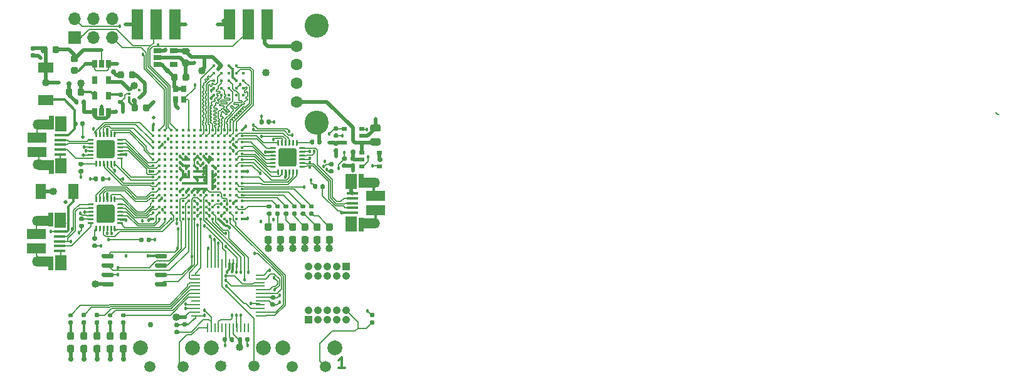
<source format=gtl>
G04 #@! TF.GenerationSoftware,KiCad,Pcbnew,5.1.6*
G04 #@! TF.CreationDate,2020-05-21T11:34:31+02:00*
G04 #@! TF.ProjectId,luna_rev0,6c756e61-5f72-4657-9630-2e6b69636164,r0*
G04 #@! TF.SameCoordinates,Original*
G04 #@! TF.FileFunction,Copper,L1,Top*
G04 #@! TF.FilePolarity,Positive*
%FSLAX46Y46*%
G04 Gerber Fmt 4.6, Leading zero omitted, Abs format (unit mm)*
G04 Created by KiCad (PCBNEW 5.1.6) date 2020-05-21 11:34:31*
%MOMM*%
%LPD*%
G01*
G04 APERTURE LIST*
G04 #@! TA.AperFunction,NonConductor*
%ADD10C,0.300000*%
G04 #@! TD*
G04 #@! TA.AperFunction,SMDPad,CuDef*
%ADD11C,0.750000*%
G04 #@! TD*
G04 #@! TA.AperFunction,SMDPad,CuDef*
%ADD12C,0.410000*%
G04 #@! TD*
G04 #@! TA.AperFunction,SMDPad,CuDef*
%ADD13R,0.800000X0.550000*%
G04 #@! TD*
G04 #@! TA.AperFunction,SMDPad,CuDef*
%ADD14R,2.000000X1.350000*%
G04 #@! TD*
G04 #@! TA.AperFunction,SMDPad,CuDef*
%ADD15R,0.700000X1.825000*%
G04 #@! TD*
G04 #@! TA.AperFunction,SMDPad,CuDef*
%ADD16R,1.500000X2.000000*%
G04 #@! TD*
G04 #@! TA.AperFunction,SMDPad,CuDef*
%ADD17R,1.650000X0.400000*%
G04 #@! TD*
G04 #@! TA.AperFunction,ComponentPad*
%ADD18O,1.500000X1.100000*%
G04 #@! TD*
G04 #@! TA.AperFunction,ComponentPad*
%ADD19O,1.700000X1.350000*%
G04 #@! TD*
G04 #@! TA.AperFunction,SMDPad,CuDef*
%ADD20R,2.500000X1.430000*%
G04 #@! TD*
G04 #@! TA.AperFunction,SMDPad,CuDef*
%ADD21C,0.400000*%
G04 #@! TD*
G04 #@! TA.AperFunction,SMDPad,CuDef*
%ADD22R,0.650000X1.060000*%
G04 #@! TD*
G04 #@! TA.AperFunction,SMDPad,CuDef*
%ADD23R,1.300000X0.250000*%
G04 #@! TD*
G04 #@! TA.AperFunction,SMDPad,CuDef*
%ADD24R,0.250000X1.300000*%
G04 #@! TD*
G04 #@! TA.AperFunction,ComponentPad*
%ADD25R,1.700000X1.700000*%
G04 #@! TD*
G04 #@! TA.AperFunction,ComponentPad*
%ADD26O,1.700000X1.700000*%
G04 #@! TD*
G04 #@! TA.AperFunction,SMDPad,CuDef*
%ADD27R,2.100000X1.400000*%
G04 #@! TD*
G04 #@! TA.AperFunction,SMDPad,CuDef*
%ADD28R,1.400000X2.100000*%
G04 #@! TD*
G04 #@! TA.AperFunction,ComponentPad*
%ADD29C,1.600000*%
G04 #@! TD*
G04 #@! TA.AperFunction,ComponentPad*
%ADD30C,3.250000*%
G04 #@! TD*
G04 #@! TA.AperFunction,ComponentPad*
%ADD31R,1.066800X1.066800*%
G04 #@! TD*
G04 #@! TA.AperFunction,ComponentPad*
%ADD32C,1.066800*%
G04 #@! TD*
G04 #@! TA.AperFunction,ComponentPad*
%ADD33C,0.762000*%
G04 #@! TD*
G04 #@! TA.AperFunction,SMDPad,CuDef*
%ADD34R,1.524000X4.064000*%
G04 #@! TD*
G04 #@! TA.AperFunction,ComponentPad*
%ADD35C,1.500000*%
G04 #@! TD*
G04 #@! TA.AperFunction,ComponentPad*
%ADD36C,2.000000*%
G04 #@! TD*
G04 #@! TA.AperFunction,SMDPad,CuDef*
%ADD37R,1.060000X0.650000*%
G04 #@! TD*
G04 #@! TA.AperFunction,SMDPad,CuDef*
%ADD38R,0.450000X0.300000*%
G04 #@! TD*
G04 #@! TA.AperFunction,SMDPad,CuDef*
%ADD39R,0.800000X0.900000*%
G04 #@! TD*
G04 #@! TA.AperFunction,ViaPad*
%ADD40C,0.457200*%
G04 #@! TD*
G04 #@! TA.AperFunction,ViaPad*
%ADD41C,1.016000*%
G04 #@! TD*
G04 #@! TA.AperFunction,ViaPad*
%ADD42C,0.711200*%
G04 #@! TD*
G04 #@! TA.AperFunction,ViaPad*
%ADD43C,0.508000*%
G04 #@! TD*
G04 #@! TA.AperFunction,Conductor*
%ADD44C,0.152400*%
G04 #@! TD*
G04 #@! TA.AperFunction,Conductor*
%ADD45C,0.304800*%
G04 #@! TD*
G04 #@! TA.AperFunction,Conductor*
%ADD46C,0.508000*%
G04 #@! TD*
G04 #@! TA.AperFunction,Conductor*
%ADD47C,0.127000*%
G04 #@! TD*
G04 #@! TA.AperFunction,Conductor*
%ADD48C,0.203200*%
G04 #@! TD*
G04 APERTURE END LIST*
D10*
X135175571Y-115105571D02*
X134318428Y-115105571D01*
X134747000Y-115105571D02*
X134747000Y-113605571D01*
X134604142Y-113819857D01*
X134461285Y-113962714D01*
X134318428Y-114034142D01*
G04 #@! TA.AperFunction,SMDPad,CuDef*
G36*
G01*
X133177500Y-88201000D02*
X133522500Y-88201000D01*
G75*
G02*
X133670000Y-88348500I0J-147500D01*
G01*
X133670000Y-88643500D01*
G75*
G02*
X133522500Y-88791000I-147500J0D01*
G01*
X133177500Y-88791000D01*
G75*
G02*
X133030000Y-88643500I0J147500D01*
G01*
X133030000Y-88348500D01*
G75*
G02*
X133177500Y-88201000I147500J0D01*
G01*
G37*
G04 #@! TD.AperFunction*
G04 #@! TA.AperFunction,SMDPad,CuDef*
G36*
G01*
X133177500Y-87231000D02*
X133522500Y-87231000D01*
G75*
G02*
X133670000Y-87378500I0J-147500D01*
G01*
X133670000Y-87673500D01*
G75*
G02*
X133522500Y-87821000I-147500J0D01*
G01*
X133177500Y-87821000D01*
G75*
G02*
X133030000Y-87673500I0J147500D01*
G01*
X133030000Y-87378500D01*
G75*
G02*
X133177500Y-87231000I147500J0D01*
G01*
G37*
G04 #@! TD.AperFunction*
D11*
X108966000Y-109220000D03*
D12*
X109316000Y-82900000D03*
X110116000Y-82900000D03*
X110916000Y-82900000D03*
X111716000Y-82900000D03*
X112516000Y-82900000D03*
X113316000Y-82900000D03*
X114116000Y-82900000D03*
X114916000Y-82900000D03*
X115716000Y-82900000D03*
X116516000Y-82900000D03*
X117316000Y-82900000D03*
X118116000Y-82900000D03*
X118916000Y-82900000D03*
X119716000Y-82900000D03*
X120516000Y-82900000D03*
X121316000Y-82900000D03*
X109316000Y-83700000D03*
X110116000Y-83700000D03*
X110916000Y-83700000D03*
X111716000Y-83700000D03*
X112516000Y-83700000D03*
X113316000Y-83700000D03*
X114116000Y-83700000D03*
X114916000Y-83700000D03*
X115716000Y-83700000D03*
X116516000Y-83700000D03*
X117316000Y-83700000D03*
X118116000Y-83700000D03*
X118916000Y-83700000D03*
X119716000Y-83700000D03*
X120516000Y-83700000D03*
X121316000Y-83700000D03*
X109316000Y-84500000D03*
X110116000Y-84500000D03*
X110916000Y-84500000D03*
X111716000Y-84500000D03*
X112516000Y-84500000D03*
X113316000Y-84500000D03*
X114116000Y-84500000D03*
X114916000Y-84500000D03*
X115716000Y-84500000D03*
X116516000Y-84500000D03*
X117316000Y-84500000D03*
X118116000Y-84500000D03*
X118916000Y-84500000D03*
X119716000Y-84500000D03*
X120516000Y-84500000D03*
X121316000Y-84500000D03*
X109316000Y-85300000D03*
X110116000Y-85300000D03*
X110916000Y-85300000D03*
X111716000Y-85300000D03*
X112516000Y-85300000D03*
X113316000Y-85300000D03*
X114116000Y-85300000D03*
X114916000Y-85300000D03*
X115716000Y-85300000D03*
X116516000Y-85300000D03*
X117316000Y-85300000D03*
X118116000Y-85300000D03*
X118916000Y-85300000D03*
X119716000Y-85300000D03*
X120516000Y-85300000D03*
X121316000Y-85300000D03*
X109316000Y-86100000D03*
X110116000Y-86100000D03*
X110916000Y-86100000D03*
X111716000Y-86100000D03*
X112516000Y-86100000D03*
X113316000Y-86100000D03*
X114116000Y-86100000D03*
X114916000Y-86100000D03*
X115716000Y-86100000D03*
X116516000Y-86100000D03*
X117316000Y-86100000D03*
X118116000Y-86100000D03*
X118916000Y-86100000D03*
X119716000Y-86100000D03*
X120516000Y-86100000D03*
X121316000Y-86100000D03*
X109316000Y-86900000D03*
X110116000Y-86900000D03*
X110916000Y-86900000D03*
X111716000Y-86900000D03*
X112516000Y-86900000D03*
X113316000Y-86900000D03*
X114116000Y-86900000D03*
X114916000Y-86900000D03*
X115716000Y-86900000D03*
X116516000Y-86900000D03*
X117316000Y-86900000D03*
X118116000Y-86900000D03*
X118916000Y-86900000D03*
X119716000Y-86900000D03*
X120516000Y-86900000D03*
X121316000Y-86900000D03*
X109316000Y-87700000D03*
X110116000Y-87700000D03*
X110916000Y-87700000D03*
X111716000Y-87700000D03*
X112516000Y-87700000D03*
X113316000Y-87700000D03*
X114116000Y-87700000D03*
X114916000Y-87700000D03*
X115716000Y-87700000D03*
X116516000Y-87700000D03*
X117316000Y-87700000D03*
X118116000Y-87700000D03*
X118916000Y-87700000D03*
X119716000Y-87700000D03*
X120516000Y-87700000D03*
X121316000Y-87700000D03*
X109316000Y-88500000D03*
X110116000Y-88500000D03*
X110916000Y-88500000D03*
X111716000Y-88500000D03*
X112516000Y-88500000D03*
X113316000Y-88500000D03*
X114116000Y-88500000D03*
X114916000Y-88500000D03*
X115716000Y-88500000D03*
X116516000Y-88500000D03*
X117316000Y-88500000D03*
X118116000Y-88500000D03*
X118916000Y-88500000D03*
X119716000Y-88500000D03*
X120516000Y-88500000D03*
X121316000Y-88500000D03*
X109316000Y-89300000D03*
X110116000Y-89300000D03*
X110916000Y-89300000D03*
X111716000Y-89300000D03*
X112516000Y-89300000D03*
X113316000Y-89300000D03*
X114116000Y-89300000D03*
X114916000Y-89300000D03*
X115716000Y-89300000D03*
X116516000Y-89300000D03*
X117316000Y-89300000D03*
X118116000Y-89300000D03*
X118916000Y-89300000D03*
X119716000Y-89300000D03*
X120516000Y-89300000D03*
X121316000Y-89300000D03*
X109316000Y-90100000D03*
X110116000Y-90100000D03*
X110916000Y-90100000D03*
X111716000Y-90100000D03*
X112516000Y-90100000D03*
X113316000Y-90100000D03*
X114116000Y-90100000D03*
X114916000Y-90100000D03*
X115716000Y-90100000D03*
X116516000Y-90100000D03*
X117316000Y-90100000D03*
X118116000Y-90100000D03*
X118916000Y-90100000D03*
X119716000Y-90100000D03*
X120516000Y-90100000D03*
X121316000Y-90100000D03*
X109316000Y-90900000D03*
X110116000Y-90900000D03*
X110916000Y-90900000D03*
X111716000Y-90900000D03*
X112516000Y-90900000D03*
X113316000Y-90900000D03*
X114116000Y-90900000D03*
X114916000Y-90900000D03*
X115716000Y-90900000D03*
X116516000Y-90900000D03*
X117316000Y-90900000D03*
X118116000Y-90900000D03*
X118916000Y-90900000D03*
X119716000Y-90900000D03*
X120516000Y-90900000D03*
X121316000Y-90900000D03*
X109316000Y-91700000D03*
X110116000Y-91700000D03*
X110916000Y-91700000D03*
X111716000Y-91700000D03*
X112516000Y-91700000D03*
X113316000Y-91700000D03*
X114116000Y-91700000D03*
X114916000Y-91700000D03*
X115716000Y-91700000D03*
X116516000Y-91700000D03*
X117316000Y-91700000D03*
X118116000Y-91700000D03*
X118916000Y-91700000D03*
X119716000Y-91700000D03*
X120516000Y-91700000D03*
X121316000Y-91700000D03*
X109316000Y-92500000D03*
X110116000Y-92500000D03*
X110916000Y-92500000D03*
X111716000Y-92500000D03*
X112516000Y-92500000D03*
X113316000Y-92500000D03*
X114116000Y-92500000D03*
X114916000Y-92500000D03*
X115716000Y-92500000D03*
X116516000Y-92500000D03*
X117316000Y-92500000D03*
X118116000Y-92500000D03*
X118916000Y-92500000D03*
X119716000Y-92500000D03*
X120516000Y-92500000D03*
X121316000Y-92500000D03*
X109316000Y-93300000D03*
X110116000Y-93300000D03*
X110916000Y-93300000D03*
X111716000Y-93300000D03*
X112516000Y-93300000D03*
X113316000Y-93300000D03*
X114116000Y-93300000D03*
X114916000Y-93300000D03*
X115716000Y-93300000D03*
X116516000Y-93300000D03*
X117316000Y-93300000D03*
X118116000Y-93300000D03*
X118916000Y-93300000D03*
X119716000Y-93300000D03*
X120516000Y-93300000D03*
X121316000Y-93300000D03*
X109316000Y-94100000D03*
X110116000Y-94100000D03*
X110916000Y-94100000D03*
X111716000Y-94100000D03*
X112516000Y-94100000D03*
X113316000Y-94100000D03*
X114116000Y-94100000D03*
X114916000Y-94100000D03*
X115716000Y-94100000D03*
X116516000Y-94100000D03*
X117316000Y-94100000D03*
X118116000Y-94100000D03*
X118916000Y-94100000D03*
X119716000Y-94100000D03*
X120516000Y-94100000D03*
X121316000Y-94100000D03*
X109316000Y-94900000D03*
X110116000Y-94900000D03*
X110916000Y-94900000D03*
X111716000Y-94900000D03*
X112516000Y-94900000D03*
X113316000Y-94900000D03*
X114116000Y-94900000D03*
X114916000Y-94900000D03*
X115716000Y-94900000D03*
X116516000Y-94900000D03*
X117316000Y-94900000D03*
X118116000Y-94900000D03*
X118916000Y-94900000D03*
X119716000Y-94900000D03*
X120516000Y-94900000D03*
X121316000Y-94900000D03*
G04 #@! TA.AperFunction,SMDPad,CuDef*
G36*
G01*
X136443500Y-87059000D02*
X136098500Y-87059000D01*
G75*
G02*
X135951000Y-86911500I0J147500D01*
G01*
X135951000Y-86616500D01*
G75*
G02*
X136098500Y-86469000I147500J0D01*
G01*
X136443500Y-86469000D01*
G75*
G02*
X136591000Y-86616500I0J-147500D01*
G01*
X136591000Y-86911500D01*
G75*
G02*
X136443500Y-87059000I-147500J0D01*
G01*
G37*
G04 #@! TD.AperFunction*
G04 #@! TA.AperFunction,SMDPad,CuDef*
G36*
G01*
X136443500Y-88029000D02*
X136098500Y-88029000D01*
G75*
G02*
X135951000Y-87881500I0J147500D01*
G01*
X135951000Y-87586500D01*
G75*
G02*
X136098500Y-87439000I147500J0D01*
G01*
X136443500Y-87439000D01*
G75*
G02*
X136591000Y-87586500I0J-147500D01*
G01*
X136591000Y-87881500D01*
G75*
G02*
X136443500Y-88029000I-147500J0D01*
G01*
G37*
G04 #@! TD.AperFunction*
G04 #@! TA.AperFunction,SMDPad,CuDef*
G36*
G01*
X133812500Y-85407000D02*
X134157500Y-85407000D01*
G75*
G02*
X134305000Y-85554500I0J-147500D01*
G01*
X134305000Y-85849500D01*
G75*
G02*
X134157500Y-85997000I-147500J0D01*
G01*
X133812500Y-85997000D01*
G75*
G02*
X133665000Y-85849500I0J147500D01*
G01*
X133665000Y-85554500D01*
G75*
G02*
X133812500Y-85407000I147500J0D01*
G01*
G37*
G04 #@! TD.AperFunction*
G04 #@! TA.AperFunction,SMDPad,CuDef*
G36*
G01*
X133812500Y-84437000D02*
X134157500Y-84437000D01*
G75*
G02*
X134305000Y-84584500I0J-147500D01*
G01*
X134305000Y-84879500D01*
G75*
G02*
X134157500Y-85027000I-147500J0D01*
G01*
X133812500Y-85027000D01*
G75*
G02*
X133665000Y-84879500I0J147500D01*
G01*
X133665000Y-84584500D01*
G75*
G02*
X133812500Y-84437000I147500J0D01*
G01*
G37*
G04 #@! TD.AperFunction*
D13*
X139884000Y-85918000D03*
X139884000Y-87818000D03*
X137484000Y-87818000D03*
X137484000Y-86868000D03*
X137484000Y-85918000D03*
X135071000Y-84643000D03*
X135071000Y-82743000D03*
X137471000Y-82743000D03*
X137471000Y-83693000D03*
X137471000Y-84643000D03*
G04 #@! TA.AperFunction,SMDPad,CuDef*
G36*
G01*
X138862750Y-84016000D02*
X139775250Y-84016000D01*
G75*
G02*
X140019000Y-84259750I0J-243750D01*
G01*
X140019000Y-84747250D01*
G75*
G02*
X139775250Y-84991000I-243750J0D01*
G01*
X138862750Y-84991000D01*
G75*
G02*
X138619000Y-84747250I0J243750D01*
G01*
X138619000Y-84259750D01*
G75*
G02*
X138862750Y-84016000I243750J0D01*
G01*
G37*
G04 #@! TD.AperFunction*
G04 #@! TA.AperFunction,SMDPad,CuDef*
G36*
G01*
X138862750Y-82141000D02*
X139775250Y-82141000D01*
G75*
G02*
X140019000Y-82384750I0J-243750D01*
G01*
X140019000Y-82872250D01*
G75*
G02*
X139775250Y-83116000I-243750J0D01*
G01*
X138862750Y-83116000D01*
G75*
G02*
X138619000Y-82872250I0J243750D01*
G01*
X138619000Y-82384750D01*
G75*
G02*
X138862750Y-82141000I243750J0D01*
G01*
G37*
G04 #@! TD.AperFunction*
G04 #@! TA.AperFunction,SMDPad,CuDef*
G36*
G01*
X95727000Y-72265250D02*
X95727000Y-71752750D01*
G75*
G02*
X95945750Y-71534000I218750J0D01*
G01*
X96383250Y-71534000D01*
G75*
G02*
X96602000Y-71752750I0J-218750D01*
G01*
X96602000Y-72265250D01*
G75*
G02*
X96383250Y-72484000I-218750J0D01*
G01*
X95945750Y-72484000D01*
G75*
G02*
X95727000Y-72265250I0J218750D01*
G01*
G37*
G04 #@! TD.AperFunction*
G04 #@! TA.AperFunction,SMDPad,CuDef*
G36*
G01*
X94152000Y-72265250D02*
X94152000Y-71752750D01*
G75*
G02*
X94370750Y-71534000I218750J0D01*
G01*
X94808250Y-71534000D01*
G75*
G02*
X95027000Y-71752750I0J-218750D01*
G01*
X95027000Y-72265250D01*
G75*
G02*
X94808250Y-72484000I-218750J0D01*
G01*
X94370750Y-72484000D01*
G75*
G02*
X94152000Y-72265250I0J218750D01*
G01*
G37*
G04 #@! TD.AperFunction*
D14*
X138130500Y-90031000D03*
X138130500Y-95511000D03*
D15*
X137380500Y-95731000D03*
X137380500Y-89781000D03*
D16*
X136080500Y-95631000D03*
X136060500Y-89881000D03*
D17*
X136180500Y-94081000D03*
X136180500Y-93431000D03*
X136180500Y-92781000D03*
X136180500Y-92131000D03*
X136180500Y-91481000D03*
D18*
X136060500Y-95201000D03*
X136060500Y-90361000D03*
D19*
X139060500Y-95511000D03*
X139060500Y-90051000D03*
D20*
X139330500Y-93741000D03*
X139330500Y-91821000D03*
X93611000Y-85834500D03*
X93611000Y-83914500D03*
D19*
X93881000Y-87604500D03*
X93881000Y-82144500D03*
D18*
X96881000Y-87294500D03*
X96881000Y-82454500D03*
D17*
X96761000Y-86174500D03*
X96761000Y-85524500D03*
X96761000Y-84874500D03*
X96761000Y-84224500D03*
X96761000Y-83574500D03*
D16*
X96881000Y-87774500D03*
X96861000Y-82024500D03*
D15*
X95561000Y-87874500D03*
X95561000Y-81924500D03*
D14*
X94811000Y-82144500D03*
X94811000Y-87624500D03*
X94747500Y-100705500D03*
X94747500Y-95225500D03*
D15*
X95497500Y-95005500D03*
X95497500Y-100955500D03*
D16*
X96797500Y-95105500D03*
X96817500Y-100855500D03*
D17*
X96697500Y-96655500D03*
X96697500Y-97305500D03*
X96697500Y-97955500D03*
X96697500Y-98605500D03*
X96697500Y-99255500D03*
D18*
X96817500Y-95535500D03*
X96817500Y-100375500D03*
D19*
X93817500Y-95225500D03*
X93817500Y-100685500D03*
D20*
X93547500Y-96995500D03*
X93547500Y-98915500D03*
D21*
X120507000Y-74200000D03*
X119507000Y-74200000D03*
X118507000Y-74200000D03*
X117507000Y-74200000D03*
X121507000Y-75200000D03*
X120507000Y-75200000D03*
X119507000Y-75200000D03*
X118507000Y-75200000D03*
X117507000Y-75200000D03*
X121507000Y-76200000D03*
X120507000Y-76200000D03*
X119507000Y-76200000D03*
X118507000Y-76200000D03*
X117507000Y-76200000D03*
X121507000Y-77200000D03*
X120507000Y-77200000D03*
X119507000Y-77200000D03*
X118507000Y-77200000D03*
X117507000Y-77200000D03*
X121507000Y-78200000D03*
X120507000Y-78200000D03*
X119507000Y-78200000D03*
X118507000Y-78200000D03*
X117507000Y-78200000D03*
D22*
X101396800Y-78232000D03*
X103296800Y-78232000D03*
X103296800Y-80432000D03*
X102346800Y-80432000D03*
X101396800Y-80432000D03*
G04 #@! TA.AperFunction,SMDPad,CuDef*
G36*
G01*
X104729500Y-78805400D02*
X105074500Y-78805400D01*
G75*
G02*
X105222000Y-78952900I0J-147500D01*
G01*
X105222000Y-79247900D01*
G75*
G02*
X105074500Y-79395400I-147500J0D01*
G01*
X104729500Y-79395400D01*
G75*
G02*
X104582000Y-79247900I0J147500D01*
G01*
X104582000Y-78952900D01*
G75*
G02*
X104729500Y-78805400I147500J0D01*
G01*
G37*
G04 #@! TD.AperFunction*
G04 #@! TA.AperFunction,SMDPad,CuDef*
G36*
G01*
X104729500Y-77835400D02*
X105074500Y-77835400D01*
G75*
G02*
X105222000Y-77982900I0J-147500D01*
G01*
X105222000Y-78277900D01*
G75*
G02*
X105074500Y-78425400I-147500J0D01*
G01*
X104729500Y-78425400D01*
G75*
G02*
X104582000Y-78277900I0J147500D01*
G01*
X104582000Y-77982900D01*
G75*
G02*
X104729500Y-77835400I147500J0D01*
G01*
G37*
G04 #@! TD.AperFunction*
G04 #@! TA.AperFunction,SMDPad,CuDef*
G36*
G01*
X98405200Y-77518550D02*
X98405200Y-78031050D01*
G75*
G02*
X98186450Y-78249800I-218750J0D01*
G01*
X97748950Y-78249800D01*
G75*
G02*
X97530200Y-78031050I0J218750D01*
G01*
X97530200Y-77518550D01*
G75*
G02*
X97748950Y-77299800I218750J0D01*
G01*
X98186450Y-77299800D01*
G75*
G02*
X98405200Y-77518550I0J-218750D01*
G01*
G37*
G04 #@! TD.AperFunction*
G04 #@! TA.AperFunction,SMDPad,CuDef*
G36*
G01*
X99980200Y-77518550D02*
X99980200Y-78031050D01*
G75*
G02*
X99761450Y-78249800I-218750J0D01*
G01*
X99323950Y-78249800D01*
G75*
G02*
X99105200Y-78031050I0J218750D01*
G01*
X99105200Y-77518550D01*
G75*
G02*
X99323950Y-77299800I218750J0D01*
G01*
X99761450Y-77299800D01*
G75*
G02*
X99980200Y-77518550I0J-218750D01*
G01*
G37*
G04 #@! TD.AperFunction*
G04 #@! TA.AperFunction,SMDPad,CuDef*
G36*
G01*
X119276500Y-111079500D02*
X119276500Y-111424500D01*
G75*
G02*
X119129000Y-111572000I-147500J0D01*
G01*
X118834000Y-111572000D01*
G75*
G02*
X118686500Y-111424500I0J147500D01*
G01*
X118686500Y-111079500D01*
G75*
G02*
X118834000Y-110932000I147500J0D01*
G01*
X119129000Y-110932000D01*
G75*
G02*
X119276500Y-111079500I0J-147500D01*
G01*
G37*
G04 #@! TD.AperFunction*
G04 #@! TA.AperFunction,SMDPad,CuDef*
G36*
G01*
X120246500Y-111079500D02*
X120246500Y-111424500D01*
G75*
G02*
X120099000Y-111572000I-147500J0D01*
G01*
X119804000Y-111572000D01*
G75*
G02*
X119656500Y-111424500I0J147500D01*
G01*
X119656500Y-111079500D01*
G75*
G02*
X119804000Y-110932000I147500J0D01*
G01*
X120099000Y-110932000D01*
G75*
G02*
X120246500Y-111079500I0J-147500D01*
G01*
G37*
G04 #@! TD.AperFunction*
D23*
X123730000Y-108033000D03*
X123730000Y-107533000D03*
X123730000Y-107033000D03*
X123730000Y-106533000D03*
X123730000Y-106033000D03*
X123730000Y-105533000D03*
X123730000Y-105033000D03*
X123730000Y-104533000D03*
X123730000Y-104033000D03*
X123730000Y-103533000D03*
X123730000Y-103033000D03*
X123730000Y-102533000D03*
D24*
X122130000Y-100933000D03*
X121630000Y-100933000D03*
X121130000Y-100933000D03*
X120630000Y-100933000D03*
X120130000Y-100933000D03*
X119630000Y-100933000D03*
X119130000Y-100933000D03*
X118630000Y-100933000D03*
X118130000Y-100933000D03*
X117630000Y-100933000D03*
X117130000Y-100933000D03*
X116630000Y-100933000D03*
D23*
X115030000Y-102533000D03*
X115030000Y-103033000D03*
X115030000Y-103533000D03*
X115030000Y-104033000D03*
X115030000Y-104533000D03*
X115030000Y-105033000D03*
X115030000Y-105533000D03*
X115030000Y-106033000D03*
X115030000Y-106533000D03*
X115030000Y-107033000D03*
X115030000Y-107533000D03*
X115030000Y-108033000D03*
D24*
X116630000Y-109633000D03*
X117130000Y-109633000D03*
X117630000Y-109633000D03*
X118130000Y-109633000D03*
X118630000Y-109633000D03*
X119130000Y-109633000D03*
X119630000Y-109633000D03*
X120130000Y-109633000D03*
X120630000Y-109633000D03*
X121130000Y-109633000D03*
X121630000Y-109633000D03*
X122130000Y-109633000D03*
G04 #@! TA.AperFunction,SMDPad,CuDef*
G36*
G01*
X126283500Y-93536000D02*
X125938500Y-93536000D01*
G75*
G02*
X125791000Y-93388500I0J147500D01*
G01*
X125791000Y-93093500D01*
G75*
G02*
X125938500Y-92946000I147500J0D01*
G01*
X126283500Y-92946000D01*
G75*
G02*
X126431000Y-93093500I0J-147500D01*
G01*
X126431000Y-93388500D01*
G75*
G02*
X126283500Y-93536000I-147500J0D01*
G01*
G37*
G04 #@! TD.AperFunction*
G04 #@! TA.AperFunction,SMDPad,CuDef*
G36*
G01*
X126283500Y-94506000D02*
X125938500Y-94506000D01*
G75*
G02*
X125791000Y-94358500I0J147500D01*
G01*
X125791000Y-94063500D01*
G75*
G02*
X125938500Y-93916000I147500J0D01*
G01*
X126283500Y-93916000D01*
G75*
G02*
X126431000Y-94063500I0J-147500D01*
G01*
X126431000Y-94358500D01*
G75*
G02*
X126283500Y-94506000I-147500J0D01*
G01*
G37*
G04 #@! TD.AperFunction*
D25*
X98679000Y-70358000D03*
D26*
X98679000Y-67818000D03*
X101219000Y-70358000D03*
X101219000Y-67818000D03*
X103759000Y-70358000D03*
X103759000Y-67818000D03*
G04 #@! TA.AperFunction,SMDPad,CuDef*
G36*
G01*
X102363000Y-100099000D02*
X102363000Y-99799000D01*
G75*
G02*
X102513000Y-99649000I150000J0D01*
G01*
X103813000Y-99649000D01*
G75*
G02*
X103963000Y-99799000I0J-150000D01*
G01*
X103963000Y-100099000D01*
G75*
G02*
X103813000Y-100249000I-150000J0D01*
G01*
X102513000Y-100249000D01*
G75*
G02*
X102363000Y-100099000I0J150000D01*
G01*
G37*
G04 #@! TD.AperFunction*
G04 #@! TA.AperFunction,SMDPad,CuDef*
G36*
G01*
X102363000Y-101369000D02*
X102363000Y-101069000D01*
G75*
G02*
X102513000Y-100919000I150000J0D01*
G01*
X103813000Y-100919000D01*
G75*
G02*
X103963000Y-101069000I0J-150000D01*
G01*
X103963000Y-101369000D01*
G75*
G02*
X103813000Y-101519000I-150000J0D01*
G01*
X102513000Y-101519000D01*
G75*
G02*
X102363000Y-101369000I0J150000D01*
G01*
G37*
G04 #@! TD.AperFunction*
G04 #@! TA.AperFunction,SMDPad,CuDef*
G36*
G01*
X102363000Y-102639000D02*
X102363000Y-102339000D01*
G75*
G02*
X102513000Y-102189000I150000J0D01*
G01*
X103813000Y-102189000D01*
G75*
G02*
X103963000Y-102339000I0J-150000D01*
G01*
X103963000Y-102639000D01*
G75*
G02*
X103813000Y-102789000I-150000J0D01*
G01*
X102513000Y-102789000D01*
G75*
G02*
X102363000Y-102639000I0J150000D01*
G01*
G37*
G04 #@! TD.AperFunction*
G04 #@! TA.AperFunction,SMDPad,CuDef*
G36*
G01*
X102363000Y-103909000D02*
X102363000Y-103609000D01*
G75*
G02*
X102513000Y-103459000I150000J0D01*
G01*
X103813000Y-103459000D01*
G75*
G02*
X103963000Y-103609000I0J-150000D01*
G01*
X103963000Y-103909000D01*
G75*
G02*
X103813000Y-104059000I-150000J0D01*
G01*
X102513000Y-104059000D01*
G75*
G02*
X102363000Y-103909000I0J150000D01*
G01*
G37*
G04 #@! TD.AperFunction*
G04 #@! TA.AperFunction,SMDPad,CuDef*
G36*
G01*
X109563000Y-103909000D02*
X109563000Y-103609000D01*
G75*
G02*
X109713000Y-103459000I150000J0D01*
G01*
X111013000Y-103459000D01*
G75*
G02*
X111163000Y-103609000I0J-150000D01*
G01*
X111163000Y-103909000D01*
G75*
G02*
X111013000Y-104059000I-150000J0D01*
G01*
X109713000Y-104059000D01*
G75*
G02*
X109563000Y-103909000I0J150000D01*
G01*
G37*
G04 #@! TD.AperFunction*
G04 #@! TA.AperFunction,SMDPad,CuDef*
G36*
G01*
X109563000Y-102639000D02*
X109563000Y-102339000D01*
G75*
G02*
X109713000Y-102189000I150000J0D01*
G01*
X111013000Y-102189000D01*
G75*
G02*
X111163000Y-102339000I0J-150000D01*
G01*
X111163000Y-102639000D01*
G75*
G02*
X111013000Y-102789000I-150000J0D01*
G01*
X109713000Y-102789000D01*
G75*
G02*
X109563000Y-102639000I0J150000D01*
G01*
G37*
G04 #@! TD.AperFunction*
G04 #@! TA.AperFunction,SMDPad,CuDef*
G36*
G01*
X109563000Y-101369000D02*
X109563000Y-101069000D01*
G75*
G02*
X109713000Y-100919000I150000J0D01*
G01*
X111013000Y-100919000D01*
G75*
G02*
X111163000Y-101069000I0J-150000D01*
G01*
X111163000Y-101369000D01*
G75*
G02*
X111013000Y-101519000I-150000J0D01*
G01*
X109713000Y-101519000D01*
G75*
G02*
X109563000Y-101369000I0J150000D01*
G01*
G37*
G04 #@! TD.AperFunction*
G04 #@! TA.AperFunction,SMDPad,CuDef*
G36*
G01*
X109563000Y-100099000D02*
X109563000Y-99799000D01*
G75*
G02*
X109713000Y-99649000I150000J0D01*
G01*
X111013000Y-99649000D01*
G75*
G02*
X111163000Y-99799000I0J-150000D01*
G01*
X111163000Y-100099000D01*
G75*
G02*
X111013000Y-100249000I-150000J0D01*
G01*
X109713000Y-100249000D01*
G75*
G02*
X109563000Y-100099000I0J150000D01*
G01*
G37*
G04 #@! TD.AperFunction*
G04 #@! TA.AperFunction,SMDPad,CuDef*
G36*
G01*
X98935250Y-73691000D02*
X98422750Y-73691000D01*
G75*
G02*
X98204000Y-73472250I0J218750D01*
G01*
X98204000Y-73034750D01*
G75*
G02*
X98422750Y-72816000I218750J0D01*
G01*
X98935250Y-72816000D01*
G75*
G02*
X99154000Y-73034750I0J-218750D01*
G01*
X99154000Y-73472250D01*
G75*
G02*
X98935250Y-73691000I-218750J0D01*
G01*
G37*
G04 #@! TD.AperFunction*
G04 #@! TA.AperFunction,SMDPad,CuDef*
G36*
G01*
X98935250Y-75266000D02*
X98422750Y-75266000D01*
G75*
G02*
X98204000Y-75047250I0J218750D01*
G01*
X98204000Y-74609750D01*
G75*
G02*
X98422750Y-74391000I218750J0D01*
G01*
X98935250Y-74391000D01*
G75*
G02*
X99154000Y-74609750I0J-218750D01*
G01*
X99154000Y-75047250D01*
G75*
G02*
X98935250Y-75266000I-218750J0D01*
G01*
G37*
G04 #@! TD.AperFunction*
G04 #@! TA.AperFunction,SMDPad,CuDef*
G36*
G01*
X125303500Y-106235000D02*
X125648500Y-106235000D01*
G75*
G02*
X125796000Y-106382500I0J-147500D01*
G01*
X125796000Y-106677500D01*
G75*
G02*
X125648500Y-106825000I-147500J0D01*
G01*
X125303500Y-106825000D01*
G75*
G02*
X125156000Y-106677500I0J147500D01*
G01*
X125156000Y-106382500D01*
G75*
G02*
X125303500Y-106235000I147500J0D01*
G01*
G37*
G04 #@! TD.AperFunction*
G04 #@! TA.AperFunction,SMDPad,CuDef*
G36*
G01*
X125303500Y-105265000D02*
X125648500Y-105265000D01*
G75*
G02*
X125796000Y-105412500I0J-147500D01*
G01*
X125796000Y-105707500D01*
G75*
G02*
X125648500Y-105855000I-147500J0D01*
G01*
X125303500Y-105855000D01*
G75*
G02*
X125156000Y-105707500I0J147500D01*
G01*
X125156000Y-105412500D01*
G75*
G02*
X125303500Y-105265000I147500J0D01*
G01*
G37*
G04 #@! TD.AperFunction*
G04 #@! TA.AperFunction,SMDPad,CuDef*
G36*
G01*
X113710500Y-109492000D02*
X113365500Y-109492000D01*
G75*
G02*
X113218000Y-109344500I0J147500D01*
G01*
X113218000Y-109049500D01*
G75*
G02*
X113365500Y-108902000I147500J0D01*
G01*
X113710500Y-108902000D01*
G75*
G02*
X113858000Y-109049500I0J-147500D01*
G01*
X113858000Y-109344500D01*
G75*
G02*
X113710500Y-109492000I-147500J0D01*
G01*
G37*
G04 #@! TD.AperFunction*
G04 #@! TA.AperFunction,SMDPad,CuDef*
G36*
G01*
X113710500Y-108522000D02*
X113365500Y-108522000D01*
G75*
G02*
X113218000Y-108374500I0J147500D01*
G01*
X113218000Y-108079500D01*
G75*
G02*
X113365500Y-107932000I147500J0D01*
G01*
X113710500Y-107932000D01*
G75*
G02*
X113858000Y-108079500I0J-147500D01*
G01*
X113858000Y-108374500D01*
G75*
G02*
X113710500Y-108522000I-147500J0D01*
G01*
G37*
G04 #@! TD.AperFunction*
G04 #@! TA.AperFunction,SMDPad,CuDef*
G36*
G01*
X121729000Y-111424500D02*
X121729000Y-111079500D01*
G75*
G02*
X121876500Y-110932000I147500J0D01*
G01*
X122171500Y-110932000D01*
G75*
G02*
X122319000Y-111079500I0J-147500D01*
G01*
X122319000Y-111424500D01*
G75*
G02*
X122171500Y-111572000I-147500J0D01*
G01*
X121876500Y-111572000D01*
G75*
G02*
X121729000Y-111424500I0J147500D01*
G01*
G37*
G04 #@! TD.AperFunction*
G04 #@! TA.AperFunction,SMDPad,CuDef*
G36*
G01*
X120759000Y-111424500D02*
X120759000Y-111079500D01*
G75*
G02*
X120906500Y-110932000I147500J0D01*
G01*
X121201500Y-110932000D01*
G75*
G02*
X121349000Y-111079500I0J-147500D01*
G01*
X121349000Y-111424500D01*
G75*
G02*
X121201500Y-111572000I-147500J0D01*
G01*
X120906500Y-111572000D01*
G75*
G02*
X120759000Y-111424500I0J147500D01*
G01*
G37*
G04 #@! TD.AperFunction*
G04 #@! TA.AperFunction,SMDPad,CuDef*
G36*
G01*
X113434150Y-71799900D02*
X113946650Y-71799900D01*
G75*
G02*
X114165400Y-72018650I0J-218750D01*
G01*
X114165400Y-72456150D01*
G75*
G02*
X113946650Y-72674900I-218750J0D01*
G01*
X113434150Y-72674900D01*
G75*
G02*
X113215400Y-72456150I0J218750D01*
G01*
X113215400Y-72018650D01*
G75*
G02*
X113434150Y-71799900I218750J0D01*
G01*
G37*
G04 #@! TD.AperFunction*
G04 #@! TA.AperFunction,SMDPad,CuDef*
G36*
G01*
X113434150Y-73374900D02*
X113946650Y-73374900D01*
G75*
G02*
X114165400Y-73593650I0J-218750D01*
G01*
X114165400Y-74031150D01*
G75*
G02*
X113946650Y-74249900I-218750J0D01*
G01*
X113434150Y-74249900D01*
G75*
G02*
X113215400Y-74031150I0J218750D01*
G01*
X113215400Y-73593650D01*
G75*
G02*
X113434150Y-73374900I218750J0D01*
G01*
G37*
G04 #@! TD.AperFunction*
G04 #@! TA.AperFunction,SMDPad,CuDef*
G36*
G01*
X107944500Y-80139250D02*
X107944500Y-79626750D01*
G75*
G02*
X108163250Y-79408000I218750J0D01*
G01*
X108600750Y-79408000D01*
G75*
G02*
X108819500Y-79626750I0J-218750D01*
G01*
X108819500Y-80139250D01*
G75*
G02*
X108600750Y-80358000I-218750J0D01*
G01*
X108163250Y-80358000D01*
G75*
G02*
X107944500Y-80139250I0J218750D01*
G01*
G37*
G04 #@! TD.AperFunction*
G04 #@! TA.AperFunction,SMDPad,CuDef*
G36*
G01*
X106369500Y-80139250D02*
X106369500Y-79626750D01*
G75*
G02*
X106588250Y-79408000I218750J0D01*
G01*
X107025750Y-79408000D01*
G75*
G02*
X107244500Y-79626750I0J-218750D01*
G01*
X107244500Y-80139250D01*
G75*
G02*
X107025750Y-80358000I-218750J0D01*
G01*
X106588250Y-80358000D01*
G75*
G02*
X106369500Y-80139250I0J218750D01*
G01*
G37*
G04 #@! TD.AperFunction*
G04 #@! TA.AperFunction,SMDPad,CuDef*
G36*
G01*
X113291000Y-76011750D02*
X113291000Y-75499250D01*
G75*
G02*
X113509750Y-75280500I218750J0D01*
G01*
X113947250Y-75280500D01*
G75*
G02*
X114166000Y-75499250I0J-218750D01*
G01*
X114166000Y-76011750D01*
G75*
G02*
X113947250Y-76230500I-218750J0D01*
G01*
X113509750Y-76230500D01*
G75*
G02*
X113291000Y-76011750I0J218750D01*
G01*
G37*
G04 #@! TD.AperFunction*
G04 #@! TA.AperFunction,SMDPad,CuDef*
G36*
G01*
X111716000Y-76011750D02*
X111716000Y-75499250D01*
G75*
G02*
X111934750Y-75280500I218750J0D01*
G01*
X112372250Y-75280500D01*
G75*
G02*
X112591000Y-75499250I0J-218750D01*
G01*
X112591000Y-76011750D01*
G75*
G02*
X112372250Y-76230500I-218750J0D01*
G01*
X111934750Y-76230500D01*
G75*
G02*
X111716000Y-76011750I0J218750D01*
G01*
G37*
G04 #@! TD.AperFunction*
G04 #@! TA.AperFunction,SMDPad,CuDef*
G36*
G01*
X106927000Y-75181750D02*
X106927000Y-75694250D01*
G75*
G02*
X106708250Y-75913000I-218750J0D01*
G01*
X106270750Y-75913000D01*
G75*
G02*
X106052000Y-75694250I0J218750D01*
G01*
X106052000Y-75181750D01*
G75*
G02*
X106270750Y-74963000I218750J0D01*
G01*
X106708250Y-74963000D01*
G75*
G02*
X106927000Y-75181750I0J-218750D01*
G01*
G37*
G04 #@! TD.AperFunction*
G04 #@! TA.AperFunction,SMDPad,CuDef*
G36*
G01*
X105352000Y-75181750D02*
X105352000Y-75694250D01*
G75*
G02*
X105133250Y-75913000I-218750J0D01*
G01*
X104695750Y-75913000D01*
G75*
G02*
X104477000Y-75694250I0J218750D01*
G01*
X104477000Y-75181750D01*
G75*
G02*
X104695750Y-74963000I218750J0D01*
G01*
X105133250Y-74963000D01*
G75*
G02*
X105352000Y-75181750I0J-218750D01*
G01*
G37*
G04 #@! TD.AperFunction*
G04 #@! TA.AperFunction,SMDPad,CuDef*
G36*
G01*
X100221000Y-78948500D02*
X100221000Y-79293500D01*
G75*
G02*
X100073500Y-79441000I-147500J0D01*
G01*
X99778500Y-79441000D01*
G75*
G02*
X99631000Y-79293500I0J147500D01*
G01*
X99631000Y-78948500D01*
G75*
G02*
X99778500Y-78801000I147500J0D01*
G01*
X100073500Y-78801000D01*
G75*
G02*
X100221000Y-78948500I0J-147500D01*
G01*
G37*
G04 #@! TD.AperFunction*
G04 #@! TA.AperFunction,SMDPad,CuDef*
G36*
G01*
X99251000Y-78948500D02*
X99251000Y-79293500D01*
G75*
G02*
X99103500Y-79441000I-147500J0D01*
G01*
X98808500Y-79441000D01*
G75*
G02*
X98661000Y-79293500I0J147500D01*
G01*
X98661000Y-78948500D01*
G75*
G02*
X98808500Y-78801000I147500J0D01*
G01*
X99103500Y-78801000D01*
G75*
G02*
X99251000Y-78948500I0J-147500D01*
G01*
G37*
G04 #@! TD.AperFunction*
G04 #@! TA.AperFunction,SMDPad,CuDef*
G36*
G01*
X92918500Y-71546500D02*
X93263500Y-71546500D01*
G75*
G02*
X93411000Y-71694000I0J-147500D01*
G01*
X93411000Y-71989000D01*
G75*
G02*
X93263500Y-72136500I-147500J0D01*
G01*
X92918500Y-72136500D01*
G75*
G02*
X92771000Y-71989000I0J147500D01*
G01*
X92771000Y-71694000D01*
G75*
G02*
X92918500Y-71546500I147500J0D01*
G01*
G37*
G04 #@! TD.AperFunction*
G04 #@! TA.AperFunction,SMDPad,CuDef*
G36*
G01*
X92918500Y-72516500D02*
X93263500Y-72516500D01*
G75*
G02*
X93411000Y-72664000I0J-147500D01*
G01*
X93411000Y-72959000D01*
G75*
G02*
X93263500Y-73106500I-147500J0D01*
G01*
X92918500Y-73106500D01*
G75*
G02*
X92771000Y-72959000I0J147500D01*
G01*
X92771000Y-72664000D01*
G75*
G02*
X92918500Y-72516500I147500J0D01*
G01*
G37*
G04 #@! TD.AperFunction*
D27*
X94805500Y-78844500D03*
X94805500Y-74444500D03*
G04 #@! TA.AperFunction,SMDPad,CuDef*
G36*
G01*
X132858500Y-97237000D02*
X133333500Y-97237000D01*
G75*
G02*
X133571000Y-97474500I0J-237500D01*
G01*
X133571000Y-98049500D01*
G75*
G02*
X133333500Y-98287000I-237500J0D01*
G01*
X132858500Y-98287000D01*
G75*
G02*
X132621000Y-98049500I0J237500D01*
G01*
X132621000Y-97474500D01*
G75*
G02*
X132858500Y-97237000I237500J0D01*
G01*
G37*
G04 #@! TD.AperFunction*
G04 #@! TA.AperFunction,SMDPad,CuDef*
G36*
G01*
X132858500Y-95487000D02*
X133333500Y-95487000D01*
G75*
G02*
X133571000Y-95724500I0J-237500D01*
G01*
X133571000Y-96299500D01*
G75*
G02*
X133333500Y-96537000I-237500J0D01*
G01*
X132858500Y-96537000D01*
G75*
G02*
X132621000Y-96299500I0J237500D01*
G01*
X132621000Y-95724500D01*
G75*
G02*
X132858500Y-95487000I237500J0D01*
G01*
G37*
G04 #@! TD.AperFunction*
G04 #@! TA.AperFunction,SMDPad,CuDef*
G36*
G01*
X131207500Y-95501000D02*
X131682500Y-95501000D01*
G75*
G02*
X131920000Y-95738500I0J-237500D01*
G01*
X131920000Y-96313500D01*
G75*
G02*
X131682500Y-96551000I-237500J0D01*
G01*
X131207500Y-96551000D01*
G75*
G02*
X130970000Y-96313500I0J237500D01*
G01*
X130970000Y-95738500D01*
G75*
G02*
X131207500Y-95501000I237500J0D01*
G01*
G37*
G04 #@! TD.AperFunction*
G04 #@! TA.AperFunction,SMDPad,CuDef*
G36*
G01*
X131207500Y-97251000D02*
X131682500Y-97251000D01*
G75*
G02*
X131920000Y-97488500I0J-237500D01*
G01*
X131920000Y-98063500D01*
G75*
G02*
X131682500Y-98301000I-237500J0D01*
G01*
X131207500Y-98301000D01*
G75*
G02*
X130970000Y-98063500I0J237500D01*
G01*
X130970000Y-97488500D01*
G75*
G02*
X131207500Y-97251000I237500J0D01*
G01*
G37*
G04 #@! TD.AperFunction*
G04 #@! TA.AperFunction,SMDPad,CuDef*
G36*
G01*
X129556500Y-97251000D02*
X130031500Y-97251000D01*
G75*
G02*
X130269000Y-97488500I0J-237500D01*
G01*
X130269000Y-98063500D01*
G75*
G02*
X130031500Y-98301000I-237500J0D01*
G01*
X129556500Y-98301000D01*
G75*
G02*
X129319000Y-98063500I0J237500D01*
G01*
X129319000Y-97488500D01*
G75*
G02*
X129556500Y-97251000I237500J0D01*
G01*
G37*
G04 #@! TD.AperFunction*
G04 #@! TA.AperFunction,SMDPad,CuDef*
G36*
G01*
X129556500Y-95501000D02*
X130031500Y-95501000D01*
G75*
G02*
X130269000Y-95738500I0J-237500D01*
G01*
X130269000Y-96313500D01*
G75*
G02*
X130031500Y-96551000I-237500J0D01*
G01*
X129556500Y-96551000D01*
G75*
G02*
X129319000Y-96313500I0J237500D01*
G01*
X129319000Y-95738500D01*
G75*
G02*
X129556500Y-95501000I237500J0D01*
G01*
G37*
G04 #@! TD.AperFunction*
G04 #@! TA.AperFunction,SMDPad,CuDef*
G36*
G01*
X127905500Y-97237000D02*
X128380500Y-97237000D01*
G75*
G02*
X128618000Y-97474500I0J-237500D01*
G01*
X128618000Y-98049500D01*
G75*
G02*
X128380500Y-98287000I-237500J0D01*
G01*
X127905500Y-98287000D01*
G75*
G02*
X127668000Y-98049500I0J237500D01*
G01*
X127668000Y-97474500D01*
G75*
G02*
X127905500Y-97237000I237500J0D01*
G01*
G37*
G04 #@! TD.AperFunction*
G04 #@! TA.AperFunction,SMDPad,CuDef*
G36*
G01*
X127905500Y-95487000D02*
X128380500Y-95487000D01*
G75*
G02*
X128618000Y-95724500I0J-237500D01*
G01*
X128618000Y-96299500D01*
G75*
G02*
X128380500Y-96537000I-237500J0D01*
G01*
X127905500Y-96537000D01*
G75*
G02*
X127668000Y-96299500I0J237500D01*
G01*
X127668000Y-95724500D01*
G75*
G02*
X127905500Y-95487000I237500J0D01*
G01*
G37*
G04 #@! TD.AperFunction*
G04 #@! TA.AperFunction,SMDPad,CuDef*
G36*
G01*
X126254500Y-95487000D02*
X126729500Y-95487000D01*
G75*
G02*
X126967000Y-95724500I0J-237500D01*
G01*
X126967000Y-96299500D01*
G75*
G02*
X126729500Y-96537000I-237500J0D01*
G01*
X126254500Y-96537000D01*
G75*
G02*
X126017000Y-96299500I0J237500D01*
G01*
X126017000Y-95724500D01*
G75*
G02*
X126254500Y-95487000I237500J0D01*
G01*
G37*
G04 #@! TD.AperFunction*
G04 #@! TA.AperFunction,SMDPad,CuDef*
G36*
G01*
X126254500Y-97237000D02*
X126729500Y-97237000D01*
G75*
G02*
X126967000Y-97474500I0J-237500D01*
G01*
X126967000Y-98049500D01*
G75*
G02*
X126729500Y-98287000I-237500J0D01*
G01*
X126254500Y-98287000D01*
G75*
G02*
X126017000Y-98049500I0J237500D01*
G01*
X126017000Y-97474500D01*
G75*
G02*
X126254500Y-97237000I237500J0D01*
G01*
G37*
G04 #@! TD.AperFunction*
G04 #@! TA.AperFunction,SMDPad,CuDef*
G36*
G01*
X124603500Y-95487000D02*
X125078500Y-95487000D01*
G75*
G02*
X125316000Y-95724500I0J-237500D01*
G01*
X125316000Y-96299500D01*
G75*
G02*
X125078500Y-96537000I-237500J0D01*
G01*
X124603500Y-96537000D01*
G75*
G02*
X124366000Y-96299500I0J237500D01*
G01*
X124366000Y-95724500D01*
G75*
G02*
X124603500Y-95487000I237500J0D01*
G01*
G37*
G04 #@! TD.AperFunction*
G04 #@! TA.AperFunction,SMDPad,CuDef*
G36*
G01*
X124603500Y-97237000D02*
X125078500Y-97237000D01*
G75*
G02*
X125316000Y-97474500I0J-237500D01*
G01*
X125316000Y-98049500D01*
G75*
G02*
X125078500Y-98287000I-237500J0D01*
G01*
X124603500Y-98287000D01*
G75*
G02*
X124366000Y-98049500I0J237500D01*
G01*
X124366000Y-97474500D01*
G75*
G02*
X124603500Y-97237000I237500J0D01*
G01*
G37*
G04 #@! TD.AperFunction*
D28*
X94152000Y-91249500D03*
X98552000Y-91249500D03*
G04 #@! TA.AperFunction,SMDPad,CuDef*
G36*
G01*
X97933500Y-110233000D02*
X98408500Y-110233000D01*
G75*
G02*
X98646000Y-110470500I0J-237500D01*
G01*
X98646000Y-111045500D01*
G75*
G02*
X98408500Y-111283000I-237500J0D01*
G01*
X97933500Y-111283000D01*
G75*
G02*
X97696000Y-111045500I0J237500D01*
G01*
X97696000Y-110470500D01*
G75*
G02*
X97933500Y-110233000I237500J0D01*
G01*
G37*
G04 #@! TD.AperFunction*
G04 #@! TA.AperFunction,SMDPad,CuDef*
G36*
G01*
X97933500Y-111983000D02*
X98408500Y-111983000D01*
G75*
G02*
X98646000Y-112220500I0J-237500D01*
G01*
X98646000Y-112795500D01*
G75*
G02*
X98408500Y-113033000I-237500J0D01*
G01*
X97933500Y-113033000D01*
G75*
G02*
X97696000Y-112795500I0J237500D01*
G01*
X97696000Y-112220500D01*
G75*
G02*
X97933500Y-111983000I237500J0D01*
G01*
G37*
G04 #@! TD.AperFunction*
G04 #@! TA.AperFunction,SMDPad,CuDef*
G36*
G01*
X99711500Y-110233000D02*
X100186500Y-110233000D01*
G75*
G02*
X100424000Y-110470500I0J-237500D01*
G01*
X100424000Y-111045500D01*
G75*
G02*
X100186500Y-111283000I-237500J0D01*
G01*
X99711500Y-111283000D01*
G75*
G02*
X99474000Y-111045500I0J237500D01*
G01*
X99474000Y-110470500D01*
G75*
G02*
X99711500Y-110233000I237500J0D01*
G01*
G37*
G04 #@! TD.AperFunction*
G04 #@! TA.AperFunction,SMDPad,CuDef*
G36*
G01*
X99711500Y-111983000D02*
X100186500Y-111983000D01*
G75*
G02*
X100424000Y-112220500I0J-237500D01*
G01*
X100424000Y-112795500D01*
G75*
G02*
X100186500Y-113033000I-237500J0D01*
G01*
X99711500Y-113033000D01*
G75*
G02*
X99474000Y-112795500I0J237500D01*
G01*
X99474000Y-112220500D01*
G75*
G02*
X99711500Y-111983000I237500J0D01*
G01*
G37*
G04 #@! TD.AperFunction*
G04 #@! TA.AperFunction,SMDPad,CuDef*
G36*
G01*
X101489500Y-111983000D02*
X101964500Y-111983000D01*
G75*
G02*
X102202000Y-112220500I0J-237500D01*
G01*
X102202000Y-112795500D01*
G75*
G02*
X101964500Y-113033000I-237500J0D01*
G01*
X101489500Y-113033000D01*
G75*
G02*
X101252000Y-112795500I0J237500D01*
G01*
X101252000Y-112220500D01*
G75*
G02*
X101489500Y-111983000I237500J0D01*
G01*
G37*
G04 #@! TD.AperFunction*
G04 #@! TA.AperFunction,SMDPad,CuDef*
G36*
G01*
X101489500Y-110233000D02*
X101964500Y-110233000D01*
G75*
G02*
X102202000Y-110470500I0J-237500D01*
G01*
X102202000Y-111045500D01*
G75*
G02*
X101964500Y-111283000I-237500J0D01*
G01*
X101489500Y-111283000D01*
G75*
G02*
X101252000Y-111045500I0J237500D01*
G01*
X101252000Y-110470500D01*
G75*
G02*
X101489500Y-110233000I237500J0D01*
G01*
G37*
G04 #@! TD.AperFunction*
G04 #@! TA.AperFunction,SMDPad,CuDef*
G36*
G01*
X103267500Y-111983000D02*
X103742500Y-111983000D01*
G75*
G02*
X103980000Y-112220500I0J-237500D01*
G01*
X103980000Y-112795500D01*
G75*
G02*
X103742500Y-113033000I-237500J0D01*
G01*
X103267500Y-113033000D01*
G75*
G02*
X103030000Y-112795500I0J237500D01*
G01*
X103030000Y-112220500D01*
G75*
G02*
X103267500Y-111983000I237500J0D01*
G01*
G37*
G04 #@! TD.AperFunction*
G04 #@! TA.AperFunction,SMDPad,CuDef*
G36*
G01*
X103267500Y-110233000D02*
X103742500Y-110233000D01*
G75*
G02*
X103980000Y-110470500I0J-237500D01*
G01*
X103980000Y-111045500D01*
G75*
G02*
X103742500Y-111283000I-237500J0D01*
G01*
X103267500Y-111283000D01*
G75*
G02*
X103030000Y-111045500I0J237500D01*
G01*
X103030000Y-110470500D01*
G75*
G02*
X103267500Y-110233000I237500J0D01*
G01*
G37*
G04 #@! TD.AperFunction*
G04 #@! TA.AperFunction,SMDPad,CuDef*
G36*
G01*
X105045500Y-110233000D02*
X105520500Y-110233000D01*
G75*
G02*
X105758000Y-110470500I0J-237500D01*
G01*
X105758000Y-111045500D01*
G75*
G02*
X105520500Y-111283000I-237500J0D01*
G01*
X105045500Y-111283000D01*
G75*
G02*
X104808000Y-111045500I0J237500D01*
G01*
X104808000Y-110470500D01*
G75*
G02*
X105045500Y-110233000I237500J0D01*
G01*
G37*
G04 #@! TD.AperFunction*
G04 #@! TA.AperFunction,SMDPad,CuDef*
G36*
G01*
X105045500Y-111983000D02*
X105520500Y-111983000D01*
G75*
G02*
X105758000Y-112220500I0J-237500D01*
G01*
X105758000Y-112795500D01*
G75*
G02*
X105520500Y-113033000I-237500J0D01*
G01*
X105045500Y-113033000D01*
G75*
G02*
X104808000Y-112795500I0J237500D01*
G01*
X104808000Y-112220500D01*
G75*
G02*
X105045500Y-111983000I237500J0D01*
G01*
G37*
G04 #@! TD.AperFunction*
D29*
X128714500Y-79061000D03*
X128714500Y-76561000D03*
X128714500Y-74061000D03*
X128714500Y-71561000D03*
D30*
X131424500Y-81861000D03*
X131424500Y-68761000D03*
D31*
X135382000Y-101346000D03*
D32*
X135382000Y-102616000D03*
X134112000Y-101346000D03*
X134112000Y-102616000D03*
X132842000Y-101346000D03*
X132842000Y-102616000D03*
X131572000Y-101346000D03*
X131572000Y-102616000D03*
X130302000Y-101346000D03*
X130302000Y-102616000D03*
X135382000Y-107315000D03*
X135382000Y-108585000D03*
X134112000Y-107315000D03*
X134112000Y-108585000D03*
X132842000Y-107315000D03*
X132842000Y-108585000D03*
X131572000Y-107315000D03*
X131572000Y-108585000D03*
X130302000Y-107315000D03*
D31*
X130302000Y-108585000D03*
D33*
X119274000Y-70148000D03*
X119274000Y-69148000D03*
X119274000Y-68148000D03*
X119974000Y-68148000D03*
X119974000Y-69148000D03*
X119974000Y-70148000D03*
X125074000Y-69148000D03*
X125074000Y-68148000D03*
X124374000Y-68148000D03*
X124374000Y-69148000D03*
X125074000Y-70148000D03*
X124374000Y-70148000D03*
D34*
X119634000Y-68580000D03*
X124714000Y-68580000D03*
X122174000Y-68580000D03*
X109728000Y-68580000D03*
X112268000Y-68580000D03*
X107188000Y-68580000D03*
D33*
X111928000Y-70148000D03*
X112628000Y-70148000D03*
X111928000Y-69148000D03*
X111928000Y-68148000D03*
X112628000Y-68148000D03*
X112628000Y-69148000D03*
X107528000Y-70148000D03*
X107528000Y-69148000D03*
X107528000Y-68148000D03*
X106828000Y-68148000D03*
X106828000Y-69148000D03*
X106828000Y-70148000D03*
G04 #@! TA.AperFunction,SMDPad,CuDef*
G36*
G01*
X134157500Y-83965000D02*
X133812500Y-83965000D01*
G75*
G02*
X133665000Y-83817500I0J147500D01*
G01*
X133665000Y-83522500D01*
G75*
G02*
X133812500Y-83375000I147500J0D01*
G01*
X134157500Y-83375000D01*
G75*
G02*
X134305000Y-83522500I0J-147500D01*
G01*
X134305000Y-83817500D01*
G75*
G02*
X134157500Y-83965000I-147500J0D01*
G01*
G37*
G04 #@! TD.AperFunction*
G04 #@! TA.AperFunction,SMDPad,CuDef*
G36*
G01*
X134157500Y-82995000D02*
X133812500Y-82995000D01*
G75*
G02*
X133665000Y-82847500I0J147500D01*
G01*
X133665000Y-82552500D01*
G75*
G02*
X133812500Y-82405000I147500J0D01*
G01*
X134157500Y-82405000D01*
G75*
G02*
X134305000Y-82552500I0J-147500D01*
G01*
X134305000Y-82847500D01*
G75*
G02*
X134157500Y-82995000I-147500J0D01*
G01*
G37*
G04 #@! TD.AperFunction*
G04 #@! TA.AperFunction,SMDPad,CuDef*
G36*
G01*
X134955500Y-87439000D02*
X135300500Y-87439000D01*
G75*
G02*
X135448000Y-87586500I0J-147500D01*
G01*
X135448000Y-87881500D01*
G75*
G02*
X135300500Y-88029000I-147500J0D01*
G01*
X134955500Y-88029000D01*
G75*
G02*
X134808000Y-87881500I0J147500D01*
G01*
X134808000Y-87586500D01*
G75*
G02*
X134955500Y-87439000I147500J0D01*
G01*
G37*
G04 #@! TD.AperFunction*
G04 #@! TA.AperFunction,SMDPad,CuDef*
G36*
G01*
X134955500Y-86469000D02*
X135300500Y-86469000D01*
G75*
G02*
X135448000Y-86616500I0J-147500D01*
G01*
X135448000Y-86911500D01*
G75*
G02*
X135300500Y-87059000I-147500J0D01*
G01*
X134955500Y-87059000D01*
G75*
G02*
X134808000Y-86911500I0J147500D01*
G01*
X134808000Y-86616500D01*
G75*
G02*
X134955500Y-86469000I147500J0D01*
G01*
G37*
G04 #@! TD.AperFunction*
G04 #@! TA.AperFunction,SMDPad,CuDef*
G36*
G01*
X98343500Y-109238000D02*
X97998500Y-109238000D01*
G75*
G02*
X97851000Y-109090500I0J147500D01*
G01*
X97851000Y-108795500D01*
G75*
G02*
X97998500Y-108648000I147500J0D01*
G01*
X98343500Y-108648000D01*
G75*
G02*
X98491000Y-108795500I0J-147500D01*
G01*
X98491000Y-109090500D01*
G75*
G02*
X98343500Y-109238000I-147500J0D01*
G01*
G37*
G04 #@! TD.AperFunction*
G04 #@! TA.AperFunction,SMDPad,CuDef*
G36*
G01*
X98343500Y-108268000D02*
X97998500Y-108268000D01*
G75*
G02*
X97851000Y-108120500I0J147500D01*
G01*
X97851000Y-107825500D01*
G75*
G02*
X97998500Y-107678000I147500J0D01*
G01*
X98343500Y-107678000D01*
G75*
G02*
X98491000Y-107825500I0J-147500D01*
G01*
X98491000Y-108120500D01*
G75*
G02*
X98343500Y-108268000I-147500J0D01*
G01*
G37*
G04 #@! TD.AperFunction*
G04 #@! TA.AperFunction,SMDPad,CuDef*
G36*
G01*
X100121500Y-109215000D02*
X99776500Y-109215000D01*
G75*
G02*
X99629000Y-109067500I0J147500D01*
G01*
X99629000Y-108772500D01*
G75*
G02*
X99776500Y-108625000I147500J0D01*
G01*
X100121500Y-108625000D01*
G75*
G02*
X100269000Y-108772500I0J-147500D01*
G01*
X100269000Y-109067500D01*
G75*
G02*
X100121500Y-109215000I-147500J0D01*
G01*
G37*
G04 #@! TD.AperFunction*
G04 #@! TA.AperFunction,SMDPad,CuDef*
G36*
G01*
X100121500Y-108245000D02*
X99776500Y-108245000D01*
G75*
G02*
X99629000Y-108097500I0J147500D01*
G01*
X99629000Y-107802500D01*
G75*
G02*
X99776500Y-107655000I147500J0D01*
G01*
X100121500Y-107655000D01*
G75*
G02*
X100269000Y-107802500I0J-147500D01*
G01*
X100269000Y-108097500D01*
G75*
G02*
X100121500Y-108245000I-147500J0D01*
G01*
G37*
G04 #@! TD.AperFunction*
G04 #@! TA.AperFunction,SMDPad,CuDef*
G36*
G01*
X101899500Y-109215000D02*
X101554500Y-109215000D01*
G75*
G02*
X101407000Y-109067500I0J147500D01*
G01*
X101407000Y-108772500D01*
G75*
G02*
X101554500Y-108625000I147500J0D01*
G01*
X101899500Y-108625000D01*
G75*
G02*
X102047000Y-108772500I0J-147500D01*
G01*
X102047000Y-109067500D01*
G75*
G02*
X101899500Y-109215000I-147500J0D01*
G01*
G37*
G04 #@! TD.AperFunction*
G04 #@! TA.AperFunction,SMDPad,CuDef*
G36*
G01*
X101899500Y-108245000D02*
X101554500Y-108245000D01*
G75*
G02*
X101407000Y-108097500I0J147500D01*
G01*
X101407000Y-107802500D01*
G75*
G02*
X101554500Y-107655000I147500J0D01*
G01*
X101899500Y-107655000D01*
G75*
G02*
X102047000Y-107802500I0J-147500D01*
G01*
X102047000Y-108097500D01*
G75*
G02*
X101899500Y-108245000I-147500J0D01*
G01*
G37*
G04 #@! TD.AperFunction*
G04 #@! TA.AperFunction,SMDPad,CuDef*
G36*
G01*
X103677500Y-108268000D02*
X103332500Y-108268000D01*
G75*
G02*
X103185000Y-108120500I0J147500D01*
G01*
X103185000Y-107825500D01*
G75*
G02*
X103332500Y-107678000I147500J0D01*
G01*
X103677500Y-107678000D01*
G75*
G02*
X103825000Y-107825500I0J-147500D01*
G01*
X103825000Y-108120500D01*
G75*
G02*
X103677500Y-108268000I-147500J0D01*
G01*
G37*
G04 #@! TD.AperFunction*
G04 #@! TA.AperFunction,SMDPad,CuDef*
G36*
G01*
X103677500Y-109238000D02*
X103332500Y-109238000D01*
G75*
G02*
X103185000Y-109090500I0J147500D01*
G01*
X103185000Y-108795500D01*
G75*
G02*
X103332500Y-108648000I147500J0D01*
G01*
X103677500Y-108648000D01*
G75*
G02*
X103825000Y-108795500I0J-147500D01*
G01*
X103825000Y-109090500D01*
G75*
G02*
X103677500Y-109238000I-147500J0D01*
G01*
G37*
G04 #@! TD.AperFunction*
G04 #@! TA.AperFunction,SMDPad,CuDef*
G36*
G01*
X105455500Y-109238000D02*
X105110500Y-109238000D01*
G75*
G02*
X104963000Y-109090500I0J147500D01*
G01*
X104963000Y-108795500D01*
G75*
G02*
X105110500Y-108648000I147500J0D01*
G01*
X105455500Y-108648000D01*
G75*
G02*
X105603000Y-108795500I0J-147500D01*
G01*
X105603000Y-109090500D01*
G75*
G02*
X105455500Y-109238000I-147500J0D01*
G01*
G37*
G04 #@! TD.AperFunction*
G04 #@! TA.AperFunction,SMDPad,CuDef*
G36*
G01*
X105455500Y-108268000D02*
X105110500Y-108268000D01*
G75*
G02*
X104963000Y-108120500I0J147500D01*
G01*
X104963000Y-107825500D01*
G75*
G02*
X105110500Y-107678000I147500J0D01*
G01*
X105455500Y-107678000D01*
G75*
G02*
X105603000Y-107825500I0J-147500D01*
G01*
X105603000Y-108120500D01*
G75*
G02*
X105455500Y-108268000I-147500J0D01*
G01*
G37*
G04 #@! TD.AperFunction*
G04 #@! TA.AperFunction,SMDPad,CuDef*
G36*
G01*
X108404300Y-97924400D02*
X108404300Y-97579400D01*
G75*
G02*
X108551800Y-97431900I147500J0D01*
G01*
X108846800Y-97431900D01*
G75*
G02*
X108994300Y-97579400I0J-147500D01*
G01*
X108994300Y-97924400D01*
G75*
G02*
X108846800Y-98071900I-147500J0D01*
G01*
X108551800Y-98071900D01*
G75*
G02*
X108404300Y-97924400I0J147500D01*
G01*
G37*
G04 #@! TD.AperFunction*
G04 #@! TA.AperFunction,SMDPad,CuDef*
G36*
G01*
X107434300Y-97924400D02*
X107434300Y-97579400D01*
G75*
G02*
X107581800Y-97431900I147500J0D01*
G01*
X107876800Y-97431900D01*
G75*
G02*
X108024300Y-97579400I0J-147500D01*
G01*
X108024300Y-97924400D01*
G75*
G02*
X107876800Y-98071900I-147500J0D01*
G01*
X107581800Y-98071900D01*
G75*
G02*
X107434300Y-97924400I0J147500D01*
G01*
G37*
G04 #@! TD.AperFunction*
G04 #@! TA.AperFunction,SMDPad,CuDef*
G36*
G01*
X101579460Y-97884480D02*
X101234460Y-97884480D01*
G75*
G02*
X101086960Y-97736980I0J147500D01*
G01*
X101086960Y-97441980D01*
G75*
G02*
X101234460Y-97294480I147500J0D01*
G01*
X101579460Y-97294480D01*
G75*
G02*
X101726960Y-97441980I0J-147500D01*
G01*
X101726960Y-97736980D01*
G75*
G02*
X101579460Y-97884480I-147500J0D01*
G01*
G37*
G04 #@! TD.AperFunction*
G04 #@! TA.AperFunction,SMDPad,CuDef*
G36*
G01*
X101579460Y-98854480D02*
X101234460Y-98854480D01*
G75*
G02*
X101086960Y-98706980I0J147500D01*
G01*
X101086960Y-98411980D01*
G75*
G02*
X101234460Y-98264480I147500J0D01*
G01*
X101579460Y-98264480D01*
G75*
G02*
X101726960Y-98411980I0J-147500D01*
G01*
X101726960Y-98706980D01*
G75*
G02*
X101579460Y-98854480I-147500J0D01*
G01*
G37*
G04 #@! TD.AperFunction*
G04 #@! TA.AperFunction,SMDPad,CuDef*
G36*
G01*
X99791300Y-96177320D02*
X99446300Y-96177320D01*
G75*
G02*
X99298800Y-96029820I0J147500D01*
G01*
X99298800Y-95734820D01*
G75*
G02*
X99446300Y-95587320I147500J0D01*
G01*
X99791300Y-95587320D01*
G75*
G02*
X99938800Y-95734820I0J-147500D01*
G01*
X99938800Y-96029820D01*
G75*
G02*
X99791300Y-96177320I-147500J0D01*
G01*
G37*
G04 #@! TD.AperFunction*
G04 #@! TA.AperFunction,SMDPad,CuDef*
G36*
G01*
X99791300Y-95207320D02*
X99446300Y-95207320D01*
G75*
G02*
X99298800Y-95059820I0J147500D01*
G01*
X99298800Y-94764820D01*
G75*
G02*
X99446300Y-94617320I147500J0D01*
G01*
X99791300Y-94617320D01*
G75*
G02*
X99938800Y-94764820I0J-147500D01*
G01*
X99938800Y-95059820D01*
G75*
G02*
X99791300Y-95207320I-147500J0D01*
G01*
G37*
G04 #@! TD.AperFunction*
G04 #@! TA.AperFunction,SMDPad,CuDef*
G36*
G01*
X131077200Y-84358700D02*
X131077200Y-84703700D01*
G75*
G02*
X130929700Y-84851200I-147500J0D01*
G01*
X130634700Y-84851200D01*
G75*
G02*
X130487200Y-84703700I0J147500D01*
G01*
X130487200Y-84358700D01*
G75*
G02*
X130634700Y-84211200I147500J0D01*
G01*
X130929700Y-84211200D01*
G75*
G02*
X131077200Y-84358700I0J-147500D01*
G01*
G37*
G04 #@! TD.AperFunction*
G04 #@! TA.AperFunction,SMDPad,CuDef*
G36*
G01*
X132047200Y-84358700D02*
X132047200Y-84703700D01*
G75*
G02*
X131899700Y-84851200I-147500J0D01*
G01*
X131604700Y-84851200D01*
G75*
G02*
X131457200Y-84703700I0J147500D01*
G01*
X131457200Y-84358700D01*
G75*
G02*
X131604700Y-84211200I147500J0D01*
G01*
X131899700Y-84211200D01*
G75*
G02*
X132047200Y-84358700I0J-147500D01*
G01*
G37*
G04 #@! TD.AperFunction*
G04 #@! TA.AperFunction,SMDPad,CuDef*
G36*
G01*
X132479000Y-90378500D02*
X132479000Y-90723500D01*
G75*
G02*
X132331500Y-90871000I-147500J0D01*
G01*
X132036500Y-90871000D01*
G75*
G02*
X131889000Y-90723500I0J147500D01*
G01*
X131889000Y-90378500D01*
G75*
G02*
X132036500Y-90231000I147500J0D01*
G01*
X132331500Y-90231000D01*
G75*
G02*
X132479000Y-90378500I0J-147500D01*
G01*
G37*
G04 #@! TD.AperFunction*
G04 #@! TA.AperFunction,SMDPad,CuDef*
G36*
G01*
X131509000Y-90378500D02*
X131509000Y-90723500D01*
G75*
G02*
X131361500Y-90871000I-147500J0D01*
G01*
X131066500Y-90871000D01*
G75*
G02*
X130919000Y-90723500I0J147500D01*
G01*
X130919000Y-90378500D01*
G75*
G02*
X131066500Y-90231000I147500J0D01*
G01*
X131361500Y-90231000D01*
G75*
G02*
X131509000Y-90378500I0J-147500D01*
G01*
G37*
G04 #@! TD.AperFunction*
G04 #@! TA.AperFunction,SMDPad,CuDef*
G36*
G01*
X99740500Y-88768000D02*
X99395500Y-88768000D01*
G75*
G02*
X99248000Y-88620500I0J147500D01*
G01*
X99248000Y-88325500D01*
G75*
G02*
X99395500Y-88178000I147500J0D01*
G01*
X99740500Y-88178000D01*
G75*
G02*
X99888000Y-88325500I0J-147500D01*
G01*
X99888000Y-88620500D01*
G75*
G02*
X99740500Y-88768000I-147500J0D01*
G01*
G37*
G04 #@! TD.AperFunction*
G04 #@! TA.AperFunction,SMDPad,CuDef*
G36*
G01*
X99740500Y-87798000D02*
X99395500Y-87798000D01*
G75*
G02*
X99248000Y-87650500I0J147500D01*
G01*
X99248000Y-87355500D01*
G75*
G02*
X99395500Y-87208000I147500J0D01*
G01*
X99740500Y-87208000D01*
G75*
G02*
X99888000Y-87355500I0J-147500D01*
G01*
X99888000Y-87650500D01*
G75*
G02*
X99740500Y-87798000I-147500J0D01*
G01*
G37*
G04 #@! TD.AperFunction*
G04 #@! TA.AperFunction,SMDPad,CuDef*
G36*
G01*
X99476200Y-82214500D02*
X99476200Y-81869500D01*
G75*
G02*
X99623700Y-81722000I147500J0D01*
G01*
X99918700Y-81722000D01*
G75*
G02*
X100066200Y-81869500I0J-147500D01*
G01*
X100066200Y-82214500D01*
G75*
G02*
X99918700Y-82362000I-147500J0D01*
G01*
X99623700Y-82362000D01*
G75*
G02*
X99476200Y-82214500I0J147500D01*
G01*
G37*
G04 #@! TD.AperFunction*
G04 #@! TA.AperFunction,SMDPad,CuDef*
G36*
G01*
X98506200Y-82214500D02*
X98506200Y-81869500D01*
G75*
G02*
X98653700Y-81722000I147500J0D01*
G01*
X98948700Y-81722000D01*
G75*
G02*
X99096200Y-81869500I0J-147500D01*
G01*
X99096200Y-82214500D01*
G75*
G02*
X98948700Y-82362000I-147500J0D01*
G01*
X98653700Y-82362000D01*
G75*
G02*
X98506200Y-82214500I0J147500D01*
G01*
G37*
G04 #@! TD.AperFunction*
G04 #@! TA.AperFunction,SMDPad,CuDef*
G36*
G01*
X112656400Y-110546100D02*
X112311400Y-110546100D01*
G75*
G02*
X112163900Y-110398600I0J147500D01*
G01*
X112163900Y-110103600D01*
G75*
G02*
X112311400Y-109956100I147500J0D01*
G01*
X112656400Y-109956100D01*
G75*
G02*
X112803900Y-110103600I0J-147500D01*
G01*
X112803900Y-110398600D01*
G75*
G02*
X112656400Y-110546100I-147500J0D01*
G01*
G37*
G04 #@! TD.AperFunction*
G04 #@! TA.AperFunction,SMDPad,CuDef*
G36*
G01*
X112656400Y-109576100D02*
X112311400Y-109576100D01*
G75*
G02*
X112163900Y-109428600I0J147500D01*
G01*
X112163900Y-109133600D01*
G75*
G02*
X112311400Y-108986100I147500J0D01*
G01*
X112656400Y-108986100D01*
G75*
G02*
X112803900Y-109133600I0J-147500D01*
G01*
X112803900Y-109428600D01*
G75*
G02*
X112656400Y-109576100I-147500J0D01*
G01*
G37*
G04 #@! TD.AperFunction*
G04 #@! TA.AperFunction,SMDPad,CuDef*
G36*
G01*
X123657000Y-81960500D02*
X123657000Y-81615500D01*
G75*
G02*
X123804500Y-81468000I147500J0D01*
G01*
X124099500Y-81468000D01*
G75*
G02*
X124247000Y-81615500I0J-147500D01*
G01*
X124247000Y-81960500D01*
G75*
G02*
X124099500Y-82108000I-147500J0D01*
G01*
X123804500Y-82108000D01*
G75*
G02*
X123657000Y-81960500I0J147500D01*
G01*
G37*
G04 #@! TD.AperFunction*
G04 #@! TA.AperFunction,SMDPad,CuDef*
G36*
G01*
X124627000Y-81960500D02*
X124627000Y-81615500D01*
G75*
G02*
X124774500Y-81468000I147500J0D01*
G01*
X125069500Y-81468000D01*
G75*
G02*
X125217000Y-81615500I0J-147500D01*
G01*
X125217000Y-81960500D01*
G75*
G02*
X125069500Y-82108000I-147500J0D01*
G01*
X124774500Y-82108000D01*
G75*
G02*
X124627000Y-81960500I0J147500D01*
G01*
G37*
G04 #@! TD.AperFunction*
G04 #@! TA.AperFunction,SMDPad,CuDef*
G36*
G01*
X102809400Y-89337100D02*
X102809400Y-89682100D01*
G75*
G02*
X102661900Y-89829600I-147500J0D01*
G01*
X102366900Y-89829600D01*
G75*
G02*
X102219400Y-89682100I0J147500D01*
G01*
X102219400Y-89337100D01*
G75*
G02*
X102366900Y-89189600I147500J0D01*
G01*
X102661900Y-89189600D01*
G75*
G02*
X102809400Y-89337100I0J-147500D01*
G01*
G37*
G04 #@! TD.AperFunction*
G04 #@! TA.AperFunction,SMDPad,CuDef*
G36*
G01*
X101839400Y-89337100D02*
X101839400Y-89682100D01*
G75*
G02*
X101691900Y-89829600I-147500J0D01*
G01*
X101396900Y-89829600D01*
G75*
G02*
X101249400Y-89682100I0J147500D01*
G01*
X101249400Y-89337100D01*
G75*
G02*
X101396900Y-89189600I147500J0D01*
G01*
X101691900Y-89189600D01*
G75*
G02*
X101839400Y-89337100I0J-147500D01*
G01*
G37*
G04 #@! TD.AperFunction*
G04 #@! TA.AperFunction,SMDPad,CuDef*
G36*
G01*
X138714700Y-107650200D02*
X139059700Y-107650200D01*
G75*
G02*
X139207200Y-107797700I0J-147500D01*
G01*
X139207200Y-108092700D01*
G75*
G02*
X139059700Y-108240200I-147500J0D01*
G01*
X138714700Y-108240200D01*
G75*
G02*
X138567200Y-108092700I0J147500D01*
G01*
X138567200Y-107797700D01*
G75*
G02*
X138714700Y-107650200I147500J0D01*
G01*
G37*
G04 #@! TD.AperFunction*
G04 #@! TA.AperFunction,SMDPad,CuDef*
G36*
G01*
X138714700Y-108620200D02*
X139059700Y-108620200D01*
G75*
G02*
X139207200Y-108767700I0J-147500D01*
G01*
X139207200Y-109062700D01*
G75*
G02*
X139059700Y-109210200I-147500J0D01*
G01*
X138714700Y-109210200D01*
G75*
G02*
X138567200Y-109062700I0J147500D01*
G01*
X138567200Y-108767700D01*
G75*
G02*
X138714700Y-108620200I147500J0D01*
G01*
G37*
G04 #@! TD.AperFunction*
G04 #@! TA.AperFunction,SMDPad,CuDef*
G36*
G01*
X130855500Y-94506000D02*
X130510500Y-94506000D01*
G75*
G02*
X130363000Y-94358500I0J147500D01*
G01*
X130363000Y-94063500D01*
G75*
G02*
X130510500Y-93916000I147500J0D01*
G01*
X130855500Y-93916000D01*
G75*
G02*
X131003000Y-94063500I0J-147500D01*
G01*
X131003000Y-94358500D01*
G75*
G02*
X130855500Y-94506000I-147500J0D01*
G01*
G37*
G04 #@! TD.AperFunction*
G04 #@! TA.AperFunction,SMDPad,CuDef*
G36*
G01*
X130855500Y-93536000D02*
X130510500Y-93536000D01*
G75*
G02*
X130363000Y-93388500I0J147500D01*
G01*
X130363000Y-93093500D01*
G75*
G02*
X130510500Y-92946000I147500J0D01*
G01*
X130855500Y-92946000D01*
G75*
G02*
X131003000Y-93093500I0J-147500D01*
G01*
X131003000Y-93388500D01*
G75*
G02*
X130855500Y-93536000I-147500J0D01*
G01*
G37*
G04 #@! TD.AperFunction*
G04 #@! TA.AperFunction,SMDPad,CuDef*
G36*
G01*
X129712500Y-94506000D02*
X129367500Y-94506000D01*
G75*
G02*
X129220000Y-94358500I0J147500D01*
G01*
X129220000Y-94063500D01*
G75*
G02*
X129367500Y-93916000I147500J0D01*
G01*
X129712500Y-93916000D01*
G75*
G02*
X129860000Y-94063500I0J-147500D01*
G01*
X129860000Y-94358500D01*
G75*
G02*
X129712500Y-94506000I-147500J0D01*
G01*
G37*
G04 #@! TD.AperFunction*
G04 #@! TA.AperFunction,SMDPad,CuDef*
G36*
G01*
X129712500Y-93536000D02*
X129367500Y-93536000D01*
G75*
G02*
X129220000Y-93388500I0J147500D01*
G01*
X129220000Y-93093500D01*
G75*
G02*
X129367500Y-92946000I147500J0D01*
G01*
X129712500Y-92946000D01*
G75*
G02*
X129860000Y-93093500I0J-147500D01*
G01*
X129860000Y-93388500D01*
G75*
G02*
X129712500Y-93536000I-147500J0D01*
G01*
G37*
G04 #@! TD.AperFunction*
G04 #@! TA.AperFunction,SMDPad,CuDef*
G36*
G01*
X128569500Y-93536000D02*
X128224500Y-93536000D01*
G75*
G02*
X128077000Y-93388500I0J147500D01*
G01*
X128077000Y-93093500D01*
G75*
G02*
X128224500Y-92946000I147500J0D01*
G01*
X128569500Y-92946000D01*
G75*
G02*
X128717000Y-93093500I0J-147500D01*
G01*
X128717000Y-93388500D01*
G75*
G02*
X128569500Y-93536000I-147500J0D01*
G01*
G37*
G04 #@! TD.AperFunction*
G04 #@! TA.AperFunction,SMDPad,CuDef*
G36*
G01*
X128569500Y-94506000D02*
X128224500Y-94506000D01*
G75*
G02*
X128077000Y-94358500I0J147500D01*
G01*
X128077000Y-94063500D01*
G75*
G02*
X128224500Y-93916000I147500J0D01*
G01*
X128569500Y-93916000D01*
G75*
G02*
X128717000Y-94063500I0J-147500D01*
G01*
X128717000Y-94358500D01*
G75*
G02*
X128569500Y-94506000I-147500J0D01*
G01*
G37*
G04 #@! TD.AperFunction*
G04 #@! TA.AperFunction,SMDPad,CuDef*
G36*
G01*
X127426500Y-93536000D02*
X127081500Y-93536000D01*
G75*
G02*
X126934000Y-93388500I0J147500D01*
G01*
X126934000Y-93093500D01*
G75*
G02*
X127081500Y-92946000I147500J0D01*
G01*
X127426500Y-92946000D01*
G75*
G02*
X127574000Y-93093500I0J-147500D01*
G01*
X127574000Y-93388500D01*
G75*
G02*
X127426500Y-93536000I-147500J0D01*
G01*
G37*
G04 #@! TD.AperFunction*
G04 #@! TA.AperFunction,SMDPad,CuDef*
G36*
G01*
X127426500Y-94506000D02*
X127081500Y-94506000D01*
G75*
G02*
X126934000Y-94358500I0J147500D01*
G01*
X126934000Y-94063500D01*
G75*
G02*
X127081500Y-93916000I147500J0D01*
G01*
X127426500Y-93916000D01*
G75*
G02*
X127574000Y-94063500I0J-147500D01*
G01*
X127574000Y-94358500D01*
G75*
G02*
X127426500Y-94506000I-147500J0D01*
G01*
G37*
G04 #@! TD.AperFunction*
G04 #@! TA.AperFunction,SMDPad,CuDef*
G36*
G01*
X125140500Y-94506000D02*
X124795500Y-94506000D01*
G75*
G02*
X124648000Y-94358500I0J147500D01*
G01*
X124648000Y-94063500D01*
G75*
G02*
X124795500Y-93916000I147500J0D01*
G01*
X125140500Y-93916000D01*
G75*
G02*
X125288000Y-94063500I0J-147500D01*
G01*
X125288000Y-94358500D01*
G75*
G02*
X125140500Y-94506000I-147500J0D01*
G01*
G37*
G04 #@! TD.AperFunction*
G04 #@! TA.AperFunction,SMDPad,CuDef*
G36*
G01*
X125140500Y-93536000D02*
X124795500Y-93536000D01*
G75*
G02*
X124648000Y-93388500I0J147500D01*
G01*
X124648000Y-93093500D01*
G75*
G02*
X124795500Y-92946000I147500J0D01*
G01*
X125140500Y-92946000D01*
G75*
G02*
X125288000Y-93093500I0J-147500D01*
G01*
X125288000Y-93388500D01*
G75*
G02*
X125140500Y-93536000I-147500J0D01*
G01*
G37*
G04 #@! TD.AperFunction*
D35*
X108862500Y-114885000D03*
X113362500Y-114885000D03*
D36*
X114617500Y-112395000D03*
X107607500Y-112395000D03*
X117157500Y-112381500D03*
X124167500Y-112381500D03*
D35*
X122912500Y-114871500D03*
X118412500Y-114871500D03*
X128064500Y-114885000D03*
X132564500Y-114885000D03*
D36*
X133819500Y-112395000D03*
X126809500Y-112395000D03*
D37*
X112098000Y-72138500D03*
X112098000Y-74038500D03*
X109898000Y-74038500D03*
X109898000Y-73088500D03*
X109898000Y-72138500D03*
D38*
X106043500Y-77478000D03*
X106043500Y-78478000D03*
X107443500Y-77478000D03*
X106043500Y-77978000D03*
X107443500Y-78478000D03*
D22*
X103276400Y-73931600D03*
X102326400Y-73931600D03*
X101376400Y-73931600D03*
X101376400Y-76131600D03*
X103276400Y-76131600D03*
G04 #@! TA.AperFunction,SMDPad,CuDef*
G36*
G01*
X104095000Y-93259000D02*
X104095000Y-95209000D01*
G75*
G02*
X103845000Y-95459000I-250000J0D01*
G01*
X101895000Y-95459000D01*
G75*
G02*
X101645000Y-95209000I0J250000D01*
G01*
X101645000Y-93259000D01*
G75*
G02*
X101895000Y-93009000I250000J0D01*
G01*
X103845000Y-93009000D01*
G75*
G02*
X104095000Y-93259000I0J-250000D01*
G01*
G37*
G04 #@! TD.AperFunction*
G04 #@! TA.AperFunction,SMDPad,CuDef*
G36*
G01*
X105245000Y-95421500D02*
X105245000Y-95546500D01*
G75*
G02*
X105182500Y-95609000I-62500J0D01*
G01*
X104532500Y-95609000D01*
G75*
G02*
X104470000Y-95546500I0J62500D01*
G01*
X104470000Y-95421500D01*
G75*
G02*
X104532500Y-95359000I62500J0D01*
G01*
X105182500Y-95359000D01*
G75*
G02*
X105245000Y-95421500I0J-62500D01*
G01*
G37*
G04 #@! TD.AperFunction*
G04 #@! TA.AperFunction,SMDPad,CuDef*
G36*
G01*
X105245000Y-94921500D02*
X105245000Y-95046500D01*
G75*
G02*
X105182500Y-95109000I-62500J0D01*
G01*
X104532500Y-95109000D01*
G75*
G02*
X104470000Y-95046500I0J62500D01*
G01*
X104470000Y-94921500D01*
G75*
G02*
X104532500Y-94859000I62500J0D01*
G01*
X105182500Y-94859000D01*
G75*
G02*
X105245000Y-94921500I0J-62500D01*
G01*
G37*
G04 #@! TD.AperFunction*
G04 #@! TA.AperFunction,SMDPad,CuDef*
G36*
G01*
X105245000Y-94421500D02*
X105245000Y-94546500D01*
G75*
G02*
X105182500Y-94609000I-62500J0D01*
G01*
X104532500Y-94609000D01*
G75*
G02*
X104470000Y-94546500I0J62500D01*
G01*
X104470000Y-94421500D01*
G75*
G02*
X104532500Y-94359000I62500J0D01*
G01*
X105182500Y-94359000D01*
G75*
G02*
X105245000Y-94421500I0J-62500D01*
G01*
G37*
G04 #@! TD.AperFunction*
G04 #@! TA.AperFunction,SMDPad,CuDef*
G36*
G01*
X105245000Y-93921500D02*
X105245000Y-94046500D01*
G75*
G02*
X105182500Y-94109000I-62500J0D01*
G01*
X104532500Y-94109000D01*
G75*
G02*
X104470000Y-94046500I0J62500D01*
G01*
X104470000Y-93921500D01*
G75*
G02*
X104532500Y-93859000I62500J0D01*
G01*
X105182500Y-93859000D01*
G75*
G02*
X105245000Y-93921500I0J-62500D01*
G01*
G37*
G04 #@! TD.AperFunction*
G04 #@! TA.AperFunction,SMDPad,CuDef*
G36*
G01*
X105245000Y-93421500D02*
X105245000Y-93546500D01*
G75*
G02*
X105182500Y-93609000I-62500J0D01*
G01*
X104532500Y-93609000D01*
G75*
G02*
X104470000Y-93546500I0J62500D01*
G01*
X104470000Y-93421500D01*
G75*
G02*
X104532500Y-93359000I62500J0D01*
G01*
X105182500Y-93359000D01*
G75*
G02*
X105245000Y-93421500I0J-62500D01*
G01*
G37*
G04 #@! TD.AperFunction*
G04 #@! TA.AperFunction,SMDPad,CuDef*
G36*
G01*
X105245000Y-92921500D02*
X105245000Y-93046500D01*
G75*
G02*
X105182500Y-93109000I-62500J0D01*
G01*
X104532500Y-93109000D01*
G75*
G02*
X104470000Y-93046500I0J62500D01*
G01*
X104470000Y-92921500D01*
G75*
G02*
X104532500Y-92859000I62500J0D01*
G01*
X105182500Y-92859000D01*
G75*
G02*
X105245000Y-92921500I0J-62500D01*
G01*
G37*
G04 #@! TD.AperFunction*
G04 #@! TA.AperFunction,SMDPad,CuDef*
G36*
G01*
X104245000Y-91921500D02*
X104245000Y-92571500D01*
G75*
G02*
X104182500Y-92634000I-62500J0D01*
G01*
X104057500Y-92634000D01*
G75*
G02*
X103995000Y-92571500I0J62500D01*
G01*
X103995000Y-91921500D01*
G75*
G02*
X104057500Y-91859000I62500J0D01*
G01*
X104182500Y-91859000D01*
G75*
G02*
X104245000Y-91921500I0J-62500D01*
G01*
G37*
G04 #@! TD.AperFunction*
G04 #@! TA.AperFunction,SMDPad,CuDef*
G36*
G01*
X103745000Y-91921500D02*
X103745000Y-92571500D01*
G75*
G02*
X103682500Y-92634000I-62500J0D01*
G01*
X103557500Y-92634000D01*
G75*
G02*
X103495000Y-92571500I0J62500D01*
G01*
X103495000Y-91921500D01*
G75*
G02*
X103557500Y-91859000I62500J0D01*
G01*
X103682500Y-91859000D01*
G75*
G02*
X103745000Y-91921500I0J-62500D01*
G01*
G37*
G04 #@! TD.AperFunction*
G04 #@! TA.AperFunction,SMDPad,CuDef*
G36*
G01*
X103245000Y-91921500D02*
X103245000Y-92571500D01*
G75*
G02*
X103182500Y-92634000I-62500J0D01*
G01*
X103057500Y-92634000D01*
G75*
G02*
X102995000Y-92571500I0J62500D01*
G01*
X102995000Y-91921500D01*
G75*
G02*
X103057500Y-91859000I62500J0D01*
G01*
X103182500Y-91859000D01*
G75*
G02*
X103245000Y-91921500I0J-62500D01*
G01*
G37*
G04 #@! TD.AperFunction*
G04 #@! TA.AperFunction,SMDPad,CuDef*
G36*
G01*
X102745000Y-91921500D02*
X102745000Y-92571500D01*
G75*
G02*
X102682500Y-92634000I-62500J0D01*
G01*
X102557500Y-92634000D01*
G75*
G02*
X102495000Y-92571500I0J62500D01*
G01*
X102495000Y-91921500D01*
G75*
G02*
X102557500Y-91859000I62500J0D01*
G01*
X102682500Y-91859000D01*
G75*
G02*
X102745000Y-91921500I0J-62500D01*
G01*
G37*
G04 #@! TD.AperFunction*
G04 #@! TA.AperFunction,SMDPad,CuDef*
G36*
G01*
X102245000Y-91921500D02*
X102245000Y-92571500D01*
G75*
G02*
X102182500Y-92634000I-62500J0D01*
G01*
X102057500Y-92634000D01*
G75*
G02*
X101995000Y-92571500I0J62500D01*
G01*
X101995000Y-91921500D01*
G75*
G02*
X102057500Y-91859000I62500J0D01*
G01*
X102182500Y-91859000D01*
G75*
G02*
X102245000Y-91921500I0J-62500D01*
G01*
G37*
G04 #@! TD.AperFunction*
G04 #@! TA.AperFunction,SMDPad,CuDef*
G36*
G01*
X101745000Y-91921500D02*
X101745000Y-92571500D01*
G75*
G02*
X101682500Y-92634000I-62500J0D01*
G01*
X101557500Y-92634000D01*
G75*
G02*
X101495000Y-92571500I0J62500D01*
G01*
X101495000Y-91921500D01*
G75*
G02*
X101557500Y-91859000I62500J0D01*
G01*
X101682500Y-91859000D01*
G75*
G02*
X101745000Y-91921500I0J-62500D01*
G01*
G37*
G04 #@! TD.AperFunction*
G04 #@! TA.AperFunction,SMDPad,CuDef*
G36*
G01*
X101270000Y-92921500D02*
X101270000Y-93046500D01*
G75*
G02*
X101207500Y-93109000I-62500J0D01*
G01*
X100557500Y-93109000D01*
G75*
G02*
X100495000Y-93046500I0J62500D01*
G01*
X100495000Y-92921500D01*
G75*
G02*
X100557500Y-92859000I62500J0D01*
G01*
X101207500Y-92859000D01*
G75*
G02*
X101270000Y-92921500I0J-62500D01*
G01*
G37*
G04 #@! TD.AperFunction*
G04 #@! TA.AperFunction,SMDPad,CuDef*
G36*
G01*
X101270000Y-93421500D02*
X101270000Y-93546500D01*
G75*
G02*
X101207500Y-93609000I-62500J0D01*
G01*
X100557500Y-93609000D01*
G75*
G02*
X100495000Y-93546500I0J62500D01*
G01*
X100495000Y-93421500D01*
G75*
G02*
X100557500Y-93359000I62500J0D01*
G01*
X101207500Y-93359000D01*
G75*
G02*
X101270000Y-93421500I0J-62500D01*
G01*
G37*
G04 #@! TD.AperFunction*
G04 #@! TA.AperFunction,SMDPad,CuDef*
G36*
G01*
X101270000Y-93921500D02*
X101270000Y-94046500D01*
G75*
G02*
X101207500Y-94109000I-62500J0D01*
G01*
X100557500Y-94109000D01*
G75*
G02*
X100495000Y-94046500I0J62500D01*
G01*
X100495000Y-93921500D01*
G75*
G02*
X100557500Y-93859000I62500J0D01*
G01*
X101207500Y-93859000D01*
G75*
G02*
X101270000Y-93921500I0J-62500D01*
G01*
G37*
G04 #@! TD.AperFunction*
G04 #@! TA.AperFunction,SMDPad,CuDef*
G36*
G01*
X101270000Y-94421500D02*
X101270000Y-94546500D01*
G75*
G02*
X101207500Y-94609000I-62500J0D01*
G01*
X100557500Y-94609000D01*
G75*
G02*
X100495000Y-94546500I0J62500D01*
G01*
X100495000Y-94421500D01*
G75*
G02*
X100557500Y-94359000I62500J0D01*
G01*
X101207500Y-94359000D01*
G75*
G02*
X101270000Y-94421500I0J-62500D01*
G01*
G37*
G04 #@! TD.AperFunction*
G04 #@! TA.AperFunction,SMDPad,CuDef*
G36*
G01*
X101270000Y-94921500D02*
X101270000Y-95046500D01*
G75*
G02*
X101207500Y-95109000I-62500J0D01*
G01*
X100557500Y-95109000D01*
G75*
G02*
X100495000Y-95046500I0J62500D01*
G01*
X100495000Y-94921500D01*
G75*
G02*
X100557500Y-94859000I62500J0D01*
G01*
X101207500Y-94859000D01*
G75*
G02*
X101270000Y-94921500I0J-62500D01*
G01*
G37*
G04 #@! TD.AperFunction*
G04 #@! TA.AperFunction,SMDPad,CuDef*
G36*
G01*
X101270000Y-95421500D02*
X101270000Y-95546500D01*
G75*
G02*
X101207500Y-95609000I-62500J0D01*
G01*
X100557500Y-95609000D01*
G75*
G02*
X100495000Y-95546500I0J62500D01*
G01*
X100495000Y-95421500D01*
G75*
G02*
X100557500Y-95359000I62500J0D01*
G01*
X101207500Y-95359000D01*
G75*
G02*
X101270000Y-95421500I0J-62500D01*
G01*
G37*
G04 #@! TD.AperFunction*
G04 #@! TA.AperFunction,SMDPad,CuDef*
G36*
G01*
X101745000Y-95896500D02*
X101745000Y-96546500D01*
G75*
G02*
X101682500Y-96609000I-62500J0D01*
G01*
X101557500Y-96609000D01*
G75*
G02*
X101495000Y-96546500I0J62500D01*
G01*
X101495000Y-95896500D01*
G75*
G02*
X101557500Y-95834000I62500J0D01*
G01*
X101682500Y-95834000D01*
G75*
G02*
X101745000Y-95896500I0J-62500D01*
G01*
G37*
G04 #@! TD.AperFunction*
G04 #@! TA.AperFunction,SMDPad,CuDef*
G36*
G01*
X102245000Y-95896500D02*
X102245000Y-96546500D01*
G75*
G02*
X102182500Y-96609000I-62500J0D01*
G01*
X102057500Y-96609000D01*
G75*
G02*
X101995000Y-96546500I0J62500D01*
G01*
X101995000Y-95896500D01*
G75*
G02*
X102057500Y-95834000I62500J0D01*
G01*
X102182500Y-95834000D01*
G75*
G02*
X102245000Y-95896500I0J-62500D01*
G01*
G37*
G04 #@! TD.AperFunction*
G04 #@! TA.AperFunction,SMDPad,CuDef*
G36*
G01*
X102745000Y-95896500D02*
X102745000Y-96546500D01*
G75*
G02*
X102682500Y-96609000I-62500J0D01*
G01*
X102557500Y-96609000D01*
G75*
G02*
X102495000Y-96546500I0J62500D01*
G01*
X102495000Y-95896500D01*
G75*
G02*
X102557500Y-95834000I62500J0D01*
G01*
X102682500Y-95834000D01*
G75*
G02*
X102745000Y-95896500I0J-62500D01*
G01*
G37*
G04 #@! TD.AperFunction*
G04 #@! TA.AperFunction,SMDPad,CuDef*
G36*
G01*
X103245000Y-95896500D02*
X103245000Y-96546500D01*
G75*
G02*
X103182500Y-96609000I-62500J0D01*
G01*
X103057500Y-96609000D01*
G75*
G02*
X102995000Y-96546500I0J62500D01*
G01*
X102995000Y-95896500D01*
G75*
G02*
X103057500Y-95834000I62500J0D01*
G01*
X103182500Y-95834000D01*
G75*
G02*
X103245000Y-95896500I0J-62500D01*
G01*
G37*
G04 #@! TD.AperFunction*
G04 #@! TA.AperFunction,SMDPad,CuDef*
G36*
G01*
X103745000Y-95896500D02*
X103745000Y-96546500D01*
G75*
G02*
X103682500Y-96609000I-62500J0D01*
G01*
X103557500Y-96609000D01*
G75*
G02*
X103495000Y-96546500I0J62500D01*
G01*
X103495000Y-95896500D01*
G75*
G02*
X103557500Y-95834000I62500J0D01*
G01*
X103682500Y-95834000D01*
G75*
G02*
X103745000Y-95896500I0J-62500D01*
G01*
G37*
G04 #@! TD.AperFunction*
G04 #@! TA.AperFunction,SMDPad,CuDef*
G36*
G01*
X104245000Y-95896500D02*
X104245000Y-96546500D01*
G75*
G02*
X104182500Y-96609000I-62500J0D01*
G01*
X104057500Y-96609000D01*
G75*
G02*
X103995000Y-96546500I0J62500D01*
G01*
X103995000Y-95896500D01*
G75*
G02*
X104057500Y-95834000I62500J0D01*
G01*
X104182500Y-95834000D01*
G75*
G02*
X104245000Y-95896500I0J-62500D01*
G01*
G37*
G04 #@! TD.AperFunction*
G04 #@! TA.AperFunction,SMDPad,CuDef*
G36*
G01*
X126069500Y-84951500D02*
X126069500Y-84301500D01*
G75*
G02*
X126132000Y-84239000I62500J0D01*
G01*
X126257000Y-84239000D01*
G75*
G02*
X126319500Y-84301500I0J-62500D01*
G01*
X126319500Y-84951500D01*
G75*
G02*
X126257000Y-85014000I-62500J0D01*
G01*
X126132000Y-85014000D01*
G75*
G02*
X126069500Y-84951500I0J62500D01*
G01*
G37*
G04 #@! TD.AperFunction*
G04 #@! TA.AperFunction,SMDPad,CuDef*
G36*
G01*
X126569500Y-84951500D02*
X126569500Y-84301500D01*
G75*
G02*
X126632000Y-84239000I62500J0D01*
G01*
X126757000Y-84239000D01*
G75*
G02*
X126819500Y-84301500I0J-62500D01*
G01*
X126819500Y-84951500D01*
G75*
G02*
X126757000Y-85014000I-62500J0D01*
G01*
X126632000Y-85014000D01*
G75*
G02*
X126569500Y-84951500I0J62500D01*
G01*
G37*
G04 #@! TD.AperFunction*
G04 #@! TA.AperFunction,SMDPad,CuDef*
G36*
G01*
X127069500Y-84951500D02*
X127069500Y-84301500D01*
G75*
G02*
X127132000Y-84239000I62500J0D01*
G01*
X127257000Y-84239000D01*
G75*
G02*
X127319500Y-84301500I0J-62500D01*
G01*
X127319500Y-84951500D01*
G75*
G02*
X127257000Y-85014000I-62500J0D01*
G01*
X127132000Y-85014000D01*
G75*
G02*
X127069500Y-84951500I0J62500D01*
G01*
G37*
G04 #@! TD.AperFunction*
G04 #@! TA.AperFunction,SMDPad,CuDef*
G36*
G01*
X127569500Y-84951500D02*
X127569500Y-84301500D01*
G75*
G02*
X127632000Y-84239000I62500J0D01*
G01*
X127757000Y-84239000D01*
G75*
G02*
X127819500Y-84301500I0J-62500D01*
G01*
X127819500Y-84951500D01*
G75*
G02*
X127757000Y-85014000I-62500J0D01*
G01*
X127632000Y-85014000D01*
G75*
G02*
X127569500Y-84951500I0J62500D01*
G01*
G37*
G04 #@! TD.AperFunction*
G04 #@! TA.AperFunction,SMDPad,CuDef*
G36*
G01*
X128069500Y-84951500D02*
X128069500Y-84301500D01*
G75*
G02*
X128132000Y-84239000I62500J0D01*
G01*
X128257000Y-84239000D01*
G75*
G02*
X128319500Y-84301500I0J-62500D01*
G01*
X128319500Y-84951500D01*
G75*
G02*
X128257000Y-85014000I-62500J0D01*
G01*
X128132000Y-85014000D01*
G75*
G02*
X128069500Y-84951500I0J62500D01*
G01*
G37*
G04 #@! TD.AperFunction*
G04 #@! TA.AperFunction,SMDPad,CuDef*
G36*
G01*
X128569500Y-84951500D02*
X128569500Y-84301500D01*
G75*
G02*
X128632000Y-84239000I62500J0D01*
G01*
X128757000Y-84239000D01*
G75*
G02*
X128819500Y-84301500I0J-62500D01*
G01*
X128819500Y-84951500D01*
G75*
G02*
X128757000Y-85014000I-62500J0D01*
G01*
X128632000Y-85014000D01*
G75*
G02*
X128569500Y-84951500I0J62500D01*
G01*
G37*
G04 #@! TD.AperFunction*
G04 #@! TA.AperFunction,SMDPad,CuDef*
G36*
G01*
X129044500Y-85426500D02*
X129044500Y-85301500D01*
G75*
G02*
X129107000Y-85239000I62500J0D01*
G01*
X129757000Y-85239000D01*
G75*
G02*
X129819500Y-85301500I0J-62500D01*
G01*
X129819500Y-85426500D01*
G75*
G02*
X129757000Y-85489000I-62500J0D01*
G01*
X129107000Y-85489000D01*
G75*
G02*
X129044500Y-85426500I0J62500D01*
G01*
G37*
G04 #@! TD.AperFunction*
G04 #@! TA.AperFunction,SMDPad,CuDef*
G36*
G01*
X129044500Y-85926500D02*
X129044500Y-85801500D01*
G75*
G02*
X129107000Y-85739000I62500J0D01*
G01*
X129757000Y-85739000D01*
G75*
G02*
X129819500Y-85801500I0J-62500D01*
G01*
X129819500Y-85926500D01*
G75*
G02*
X129757000Y-85989000I-62500J0D01*
G01*
X129107000Y-85989000D01*
G75*
G02*
X129044500Y-85926500I0J62500D01*
G01*
G37*
G04 #@! TD.AperFunction*
G04 #@! TA.AperFunction,SMDPad,CuDef*
G36*
G01*
X129044500Y-86426500D02*
X129044500Y-86301500D01*
G75*
G02*
X129107000Y-86239000I62500J0D01*
G01*
X129757000Y-86239000D01*
G75*
G02*
X129819500Y-86301500I0J-62500D01*
G01*
X129819500Y-86426500D01*
G75*
G02*
X129757000Y-86489000I-62500J0D01*
G01*
X129107000Y-86489000D01*
G75*
G02*
X129044500Y-86426500I0J62500D01*
G01*
G37*
G04 #@! TD.AperFunction*
G04 #@! TA.AperFunction,SMDPad,CuDef*
G36*
G01*
X129044500Y-86926500D02*
X129044500Y-86801500D01*
G75*
G02*
X129107000Y-86739000I62500J0D01*
G01*
X129757000Y-86739000D01*
G75*
G02*
X129819500Y-86801500I0J-62500D01*
G01*
X129819500Y-86926500D01*
G75*
G02*
X129757000Y-86989000I-62500J0D01*
G01*
X129107000Y-86989000D01*
G75*
G02*
X129044500Y-86926500I0J62500D01*
G01*
G37*
G04 #@! TD.AperFunction*
G04 #@! TA.AperFunction,SMDPad,CuDef*
G36*
G01*
X129044500Y-87426500D02*
X129044500Y-87301500D01*
G75*
G02*
X129107000Y-87239000I62500J0D01*
G01*
X129757000Y-87239000D01*
G75*
G02*
X129819500Y-87301500I0J-62500D01*
G01*
X129819500Y-87426500D01*
G75*
G02*
X129757000Y-87489000I-62500J0D01*
G01*
X129107000Y-87489000D01*
G75*
G02*
X129044500Y-87426500I0J62500D01*
G01*
G37*
G04 #@! TD.AperFunction*
G04 #@! TA.AperFunction,SMDPad,CuDef*
G36*
G01*
X129044500Y-87926500D02*
X129044500Y-87801500D01*
G75*
G02*
X129107000Y-87739000I62500J0D01*
G01*
X129757000Y-87739000D01*
G75*
G02*
X129819500Y-87801500I0J-62500D01*
G01*
X129819500Y-87926500D01*
G75*
G02*
X129757000Y-87989000I-62500J0D01*
G01*
X129107000Y-87989000D01*
G75*
G02*
X129044500Y-87926500I0J62500D01*
G01*
G37*
G04 #@! TD.AperFunction*
G04 #@! TA.AperFunction,SMDPad,CuDef*
G36*
G01*
X128569500Y-88926500D02*
X128569500Y-88276500D01*
G75*
G02*
X128632000Y-88214000I62500J0D01*
G01*
X128757000Y-88214000D01*
G75*
G02*
X128819500Y-88276500I0J-62500D01*
G01*
X128819500Y-88926500D01*
G75*
G02*
X128757000Y-88989000I-62500J0D01*
G01*
X128632000Y-88989000D01*
G75*
G02*
X128569500Y-88926500I0J62500D01*
G01*
G37*
G04 #@! TD.AperFunction*
G04 #@! TA.AperFunction,SMDPad,CuDef*
G36*
G01*
X128069500Y-88926500D02*
X128069500Y-88276500D01*
G75*
G02*
X128132000Y-88214000I62500J0D01*
G01*
X128257000Y-88214000D01*
G75*
G02*
X128319500Y-88276500I0J-62500D01*
G01*
X128319500Y-88926500D01*
G75*
G02*
X128257000Y-88989000I-62500J0D01*
G01*
X128132000Y-88989000D01*
G75*
G02*
X128069500Y-88926500I0J62500D01*
G01*
G37*
G04 #@! TD.AperFunction*
G04 #@! TA.AperFunction,SMDPad,CuDef*
G36*
G01*
X127569500Y-88926500D02*
X127569500Y-88276500D01*
G75*
G02*
X127632000Y-88214000I62500J0D01*
G01*
X127757000Y-88214000D01*
G75*
G02*
X127819500Y-88276500I0J-62500D01*
G01*
X127819500Y-88926500D01*
G75*
G02*
X127757000Y-88989000I-62500J0D01*
G01*
X127632000Y-88989000D01*
G75*
G02*
X127569500Y-88926500I0J62500D01*
G01*
G37*
G04 #@! TD.AperFunction*
G04 #@! TA.AperFunction,SMDPad,CuDef*
G36*
G01*
X127069500Y-88926500D02*
X127069500Y-88276500D01*
G75*
G02*
X127132000Y-88214000I62500J0D01*
G01*
X127257000Y-88214000D01*
G75*
G02*
X127319500Y-88276500I0J-62500D01*
G01*
X127319500Y-88926500D01*
G75*
G02*
X127257000Y-88989000I-62500J0D01*
G01*
X127132000Y-88989000D01*
G75*
G02*
X127069500Y-88926500I0J62500D01*
G01*
G37*
G04 #@! TD.AperFunction*
G04 #@! TA.AperFunction,SMDPad,CuDef*
G36*
G01*
X126569500Y-88926500D02*
X126569500Y-88276500D01*
G75*
G02*
X126632000Y-88214000I62500J0D01*
G01*
X126757000Y-88214000D01*
G75*
G02*
X126819500Y-88276500I0J-62500D01*
G01*
X126819500Y-88926500D01*
G75*
G02*
X126757000Y-88989000I-62500J0D01*
G01*
X126632000Y-88989000D01*
G75*
G02*
X126569500Y-88926500I0J62500D01*
G01*
G37*
G04 #@! TD.AperFunction*
G04 #@! TA.AperFunction,SMDPad,CuDef*
G36*
G01*
X126069500Y-88926500D02*
X126069500Y-88276500D01*
G75*
G02*
X126132000Y-88214000I62500J0D01*
G01*
X126257000Y-88214000D01*
G75*
G02*
X126319500Y-88276500I0J-62500D01*
G01*
X126319500Y-88926500D01*
G75*
G02*
X126257000Y-88989000I-62500J0D01*
G01*
X126132000Y-88989000D01*
G75*
G02*
X126069500Y-88926500I0J62500D01*
G01*
G37*
G04 #@! TD.AperFunction*
G04 #@! TA.AperFunction,SMDPad,CuDef*
G36*
G01*
X125069500Y-87926500D02*
X125069500Y-87801500D01*
G75*
G02*
X125132000Y-87739000I62500J0D01*
G01*
X125782000Y-87739000D01*
G75*
G02*
X125844500Y-87801500I0J-62500D01*
G01*
X125844500Y-87926500D01*
G75*
G02*
X125782000Y-87989000I-62500J0D01*
G01*
X125132000Y-87989000D01*
G75*
G02*
X125069500Y-87926500I0J62500D01*
G01*
G37*
G04 #@! TD.AperFunction*
G04 #@! TA.AperFunction,SMDPad,CuDef*
G36*
G01*
X125069500Y-87426500D02*
X125069500Y-87301500D01*
G75*
G02*
X125132000Y-87239000I62500J0D01*
G01*
X125782000Y-87239000D01*
G75*
G02*
X125844500Y-87301500I0J-62500D01*
G01*
X125844500Y-87426500D01*
G75*
G02*
X125782000Y-87489000I-62500J0D01*
G01*
X125132000Y-87489000D01*
G75*
G02*
X125069500Y-87426500I0J62500D01*
G01*
G37*
G04 #@! TD.AperFunction*
G04 #@! TA.AperFunction,SMDPad,CuDef*
G36*
G01*
X125069500Y-86926500D02*
X125069500Y-86801500D01*
G75*
G02*
X125132000Y-86739000I62500J0D01*
G01*
X125782000Y-86739000D01*
G75*
G02*
X125844500Y-86801500I0J-62500D01*
G01*
X125844500Y-86926500D01*
G75*
G02*
X125782000Y-86989000I-62500J0D01*
G01*
X125132000Y-86989000D01*
G75*
G02*
X125069500Y-86926500I0J62500D01*
G01*
G37*
G04 #@! TD.AperFunction*
G04 #@! TA.AperFunction,SMDPad,CuDef*
G36*
G01*
X125069500Y-86426500D02*
X125069500Y-86301500D01*
G75*
G02*
X125132000Y-86239000I62500J0D01*
G01*
X125782000Y-86239000D01*
G75*
G02*
X125844500Y-86301500I0J-62500D01*
G01*
X125844500Y-86426500D01*
G75*
G02*
X125782000Y-86489000I-62500J0D01*
G01*
X125132000Y-86489000D01*
G75*
G02*
X125069500Y-86426500I0J62500D01*
G01*
G37*
G04 #@! TD.AperFunction*
G04 #@! TA.AperFunction,SMDPad,CuDef*
G36*
G01*
X125069500Y-85926500D02*
X125069500Y-85801500D01*
G75*
G02*
X125132000Y-85739000I62500J0D01*
G01*
X125782000Y-85739000D01*
G75*
G02*
X125844500Y-85801500I0J-62500D01*
G01*
X125844500Y-85926500D01*
G75*
G02*
X125782000Y-85989000I-62500J0D01*
G01*
X125132000Y-85989000D01*
G75*
G02*
X125069500Y-85926500I0J62500D01*
G01*
G37*
G04 #@! TD.AperFunction*
G04 #@! TA.AperFunction,SMDPad,CuDef*
G36*
G01*
X125069500Y-85426500D02*
X125069500Y-85301500D01*
G75*
G02*
X125132000Y-85239000I62500J0D01*
G01*
X125782000Y-85239000D01*
G75*
G02*
X125844500Y-85301500I0J-62500D01*
G01*
X125844500Y-85426500D01*
G75*
G02*
X125782000Y-85489000I-62500J0D01*
G01*
X125132000Y-85489000D01*
G75*
G02*
X125069500Y-85426500I0J62500D01*
G01*
G37*
G04 #@! TD.AperFunction*
G04 #@! TA.AperFunction,SMDPad,CuDef*
G36*
G01*
X126219500Y-87589000D02*
X126219500Y-85639000D01*
G75*
G02*
X126469500Y-85389000I250000J0D01*
G01*
X128419500Y-85389000D01*
G75*
G02*
X128669500Y-85639000I0J-250000D01*
G01*
X128669500Y-87589000D01*
G75*
G02*
X128419500Y-87839000I-250000J0D01*
G01*
X126469500Y-87839000D01*
G75*
G02*
X126219500Y-87589000I0J250000D01*
G01*
G37*
G04 #@! TD.AperFunction*
G04 #@! TA.AperFunction,SMDPad,CuDef*
G36*
G01*
X104095000Y-84496000D02*
X104095000Y-86446000D01*
G75*
G02*
X103845000Y-86696000I-250000J0D01*
G01*
X101895000Y-86696000D01*
G75*
G02*
X101645000Y-86446000I0J250000D01*
G01*
X101645000Y-84496000D01*
G75*
G02*
X101895000Y-84246000I250000J0D01*
G01*
X103845000Y-84246000D01*
G75*
G02*
X104095000Y-84496000I0J-250000D01*
G01*
G37*
G04 #@! TD.AperFunction*
G04 #@! TA.AperFunction,SMDPad,CuDef*
G36*
G01*
X105245000Y-86658500D02*
X105245000Y-86783500D01*
G75*
G02*
X105182500Y-86846000I-62500J0D01*
G01*
X104532500Y-86846000D01*
G75*
G02*
X104470000Y-86783500I0J62500D01*
G01*
X104470000Y-86658500D01*
G75*
G02*
X104532500Y-86596000I62500J0D01*
G01*
X105182500Y-86596000D01*
G75*
G02*
X105245000Y-86658500I0J-62500D01*
G01*
G37*
G04 #@! TD.AperFunction*
G04 #@! TA.AperFunction,SMDPad,CuDef*
G36*
G01*
X105245000Y-86158500D02*
X105245000Y-86283500D01*
G75*
G02*
X105182500Y-86346000I-62500J0D01*
G01*
X104532500Y-86346000D01*
G75*
G02*
X104470000Y-86283500I0J62500D01*
G01*
X104470000Y-86158500D01*
G75*
G02*
X104532500Y-86096000I62500J0D01*
G01*
X105182500Y-86096000D01*
G75*
G02*
X105245000Y-86158500I0J-62500D01*
G01*
G37*
G04 #@! TD.AperFunction*
G04 #@! TA.AperFunction,SMDPad,CuDef*
G36*
G01*
X105245000Y-85658500D02*
X105245000Y-85783500D01*
G75*
G02*
X105182500Y-85846000I-62500J0D01*
G01*
X104532500Y-85846000D01*
G75*
G02*
X104470000Y-85783500I0J62500D01*
G01*
X104470000Y-85658500D01*
G75*
G02*
X104532500Y-85596000I62500J0D01*
G01*
X105182500Y-85596000D01*
G75*
G02*
X105245000Y-85658500I0J-62500D01*
G01*
G37*
G04 #@! TD.AperFunction*
G04 #@! TA.AperFunction,SMDPad,CuDef*
G36*
G01*
X105245000Y-85158500D02*
X105245000Y-85283500D01*
G75*
G02*
X105182500Y-85346000I-62500J0D01*
G01*
X104532500Y-85346000D01*
G75*
G02*
X104470000Y-85283500I0J62500D01*
G01*
X104470000Y-85158500D01*
G75*
G02*
X104532500Y-85096000I62500J0D01*
G01*
X105182500Y-85096000D01*
G75*
G02*
X105245000Y-85158500I0J-62500D01*
G01*
G37*
G04 #@! TD.AperFunction*
G04 #@! TA.AperFunction,SMDPad,CuDef*
G36*
G01*
X105245000Y-84658500D02*
X105245000Y-84783500D01*
G75*
G02*
X105182500Y-84846000I-62500J0D01*
G01*
X104532500Y-84846000D01*
G75*
G02*
X104470000Y-84783500I0J62500D01*
G01*
X104470000Y-84658500D01*
G75*
G02*
X104532500Y-84596000I62500J0D01*
G01*
X105182500Y-84596000D01*
G75*
G02*
X105245000Y-84658500I0J-62500D01*
G01*
G37*
G04 #@! TD.AperFunction*
G04 #@! TA.AperFunction,SMDPad,CuDef*
G36*
G01*
X105245000Y-84158500D02*
X105245000Y-84283500D01*
G75*
G02*
X105182500Y-84346000I-62500J0D01*
G01*
X104532500Y-84346000D01*
G75*
G02*
X104470000Y-84283500I0J62500D01*
G01*
X104470000Y-84158500D01*
G75*
G02*
X104532500Y-84096000I62500J0D01*
G01*
X105182500Y-84096000D01*
G75*
G02*
X105245000Y-84158500I0J-62500D01*
G01*
G37*
G04 #@! TD.AperFunction*
G04 #@! TA.AperFunction,SMDPad,CuDef*
G36*
G01*
X104245000Y-83158500D02*
X104245000Y-83808500D01*
G75*
G02*
X104182500Y-83871000I-62500J0D01*
G01*
X104057500Y-83871000D01*
G75*
G02*
X103995000Y-83808500I0J62500D01*
G01*
X103995000Y-83158500D01*
G75*
G02*
X104057500Y-83096000I62500J0D01*
G01*
X104182500Y-83096000D01*
G75*
G02*
X104245000Y-83158500I0J-62500D01*
G01*
G37*
G04 #@! TD.AperFunction*
G04 #@! TA.AperFunction,SMDPad,CuDef*
G36*
G01*
X103745000Y-83158500D02*
X103745000Y-83808500D01*
G75*
G02*
X103682500Y-83871000I-62500J0D01*
G01*
X103557500Y-83871000D01*
G75*
G02*
X103495000Y-83808500I0J62500D01*
G01*
X103495000Y-83158500D01*
G75*
G02*
X103557500Y-83096000I62500J0D01*
G01*
X103682500Y-83096000D01*
G75*
G02*
X103745000Y-83158500I0J-62500D01*
G01*
G37*
G04 #@! TD.AperFunction*
G04 #@! TA.AperFunction,SMDPad,CuDef*
G36*
G01*
X103245000Y-83158500D02*
X103245000Y-83808500D01*
G75*
G02*
X103182500Y-83871000I-62500J0D01*
G01*
X103057500Y-83871000D01*
G75*
G02*
X102995000Y-83808500I0J62500D01*
G01*
X102995000Y-83158500D01*
G75*
G02*
X103057500Y-83096000I62500J0D01*
G01*
X103182500Y-83096000D01*
G75*
G02*
X103245000Y-83158500I0J-62500D01*
G01*
G37*
G04 #@! TD.AperFunction*
G04 #@! TA.AperFunction,SMDPad,CuDef*
G36*
G01*
X102745000Y-83158500D02*
X102745000Y-83808500D01*
G75*
G02*
X102682500Y-83871000I-62500J0D01*
G01*
X102557500Y-83871000D01*
G75*
G02*
X102495000Y-83808500I0J62500D01*
G01*
X102495000Y-83158500D01*
G75*
G02*
X102557500Y-83096000I62500J0D01*
G01*
X102682500Y-83096000D01*
G75*
G02*
X102745000Y-83158500I0J-62500D01*
G01*
G37*
G04 #@! TD.AperFunction*
G04 #@! TA.AperFunction,SMDPad,CuDef*
G36*
G01*
X102245000Y-83158500D02*
X102245000Y-83808500D01*
G75*
G02*
X102182500Y-83871000I-62500J0D01*
G01*
X102057500Y-83871000D01*
G75*
G02*
X101995000Y-83808500I0J62500D01*
G01*
X101995000Y-83158500D01*
G75*
G02*
X102057500Y-83096000I62500J0D01*
G01*
X102182500Y-83096000D01*
G75*
G02*
X102245000Y-83158500I0J-62500D01*
G01*
G37*
G04 #@! TD.AperFunction*
G04 #@! TA.AperFunction,SMDPad,CuDef*
G36*
G01*
X101745000Y-83158500D02*
X101745000Y-83808500D01*
G75*
G02*
X101682500Y-83871000I-62500J0D01*
G01*
X101557500Y-83871000D01*
G75*
G02*
X101495000Y-83808500I0J62500D01*
G01*
X101495000Y-83158500D01*
G75*
G02*
X101557500Y-83096000I62500J0D01*
G01*
X101682500Y-83096000D01*
G75*
G02*
X101745000Y-83158500I0J-62500D01*
G01*
G37*
G04 #@! TD.AperFunction*
G04 #@! TA.AperFunction,SMDPad,CuDef*
G36*
G01*
X101270000Y-84158500D02*
X101270000Y-84283500D01*
G75*
G02*
X101207500Y-84346000I-62500J0D01*
G01*
X100557500Y-84346000D01*
G75*
G02*
X100495000Y-84283500I0J62500D01*
G01*
X100495000Y-84158500D01*
G75*
G02*
X100557500Y-84096000I62500J0D01*
G01*
X101207500Y-84096000D01*
G75*
G02*
X101270000Y-84158500I0J-62500D01*
G01*
G37*
G04 #@! TD.AperFunction*
G04 #@! TA.AperFunction,SMDPad,CuDef*
G36*
G01*
X101270000Y-84658500D02*
X101270000Y-84783500D01*
G75*
G02*
X101207500Y-84846000I-62500J0D01*
G01*
X100557500Y-84846000D01*
G75*
G02*
X100495000Y-84783500I0J62500D01*
G01*
X100495000Y-84658500D01*
G75*
G02*
X100557500Y-84596000I62500J0D01*
G01*
X101207500Y-84596000D01*
G75*
G02*
X101270000Y-84658500I0J-62500D01*
G01*
G37*
G04 #@! TD.AperFunction*
G04 #@! TA.AperFunction,SMDPad,CuDef*
G36*
G01*
X101270000Y-85158500D02*
X101270000Y-85283500D01*
G75*
G02*
X101207500Y-85346000I-62500J0D01*
G01*
X100557500Y-85346000D01*
G75*
G02*
X100495000Y-85283500I0J62500D01*
G01*
X100495000Y-85158500D01*
G75*
G02*
X100557500Y-85096000I62500J0D01*
G01*
X101207500Y-85096000D01*
G75*
G02*
X101270000Y-85158500I0J-62500D01*
G01*
G37*
G04 #@! TD.AperFunction*
G04 #@! TA.AperFunction,SMDPad,CuDef*
G36*
G01*
X101270000Y-85658500D02*
X101270000Y-85783500D01*
G75*
G02*
X101207500Y-85846000I-62500J0D01*
G01*
X100557500Y-85846000D01*
G75*
G02*
X100495000Y-85783500I0J62500D01*
G01*
X100495000Y-85658500D01*
G75*
G02*
X100557500Y-85596000I62500J0D01*
G01*
X101207500Y-85596000D01*
G75*
G02*
X101270000Y-85658500I0J-62500D01*
G01*
G37*
G04 #@! TD.AperFunction*
G04 #@! TA.AperFunction,SMDPad,CuDef*
G36*
G01*
X101270000Y-86158500D02*
X101270000Y-86283500D01*
G75*
G02*
X101207500Y-86346000I-62500J0D01*
G01*
X100557500Y-86346000D01*
G75*
G02*
X100495000Y-86283500I0J62500D01*
G01*
X100495000Y-86158500D01*
G75*
G02*
X100557500Y-86096000I62500J0D01*
G01*
X101207500Y-86096000D01*
G75*
G02*
X101270000Y-86158500I0J-62500D01*
G01*
G37*
G04 #@! TD.AperFunction*
G04 #@! TA.AperFunction,SMDPad,CuDef*
G36*
G01*
X101270000Y-86658500D02*
X101270000Y-86783500D01*
G75*
G02*
X101207500Y-86846000I-62500J0D01*
G01*
X100557500Y-86846000D01*
G75*
G02*
X100495000Y-86783500I0J62500D01*
G01*
X100495000Y-86658500D01*
G75*
G02*
X100557500Y-86596000I62500J0D01*
G01*
X101207500Y-86596000D01*
G75*
G02*
X101270000Y-86658500I0J-62500D01*
G01*
G37*
G04 #@! TD.AperFunction*
G04 #@! TA.AperFunction,SMDPad,CuDef*
G36*
G01*
X101745000Y-87133500D02*
X101745000Y-87783500D01*
G75*
G02*
X101682500Y-87846000I-62500J0D01*
G01*
X101557500Y-87846000D01*
G75*
G02*
X101495000Y-87783500I0J62500D01*
G01*
X101495000Y-87133500D01*
G75*
G02*
X101557500Y-87071000I62500J0D01*
G01*
X101682500Y-87071000D01*
G75*
G02*
X101745000Y-87133500I0J-62500D01*
G01*
G37*
G04 #@! TD.AperFunction*
G04 #@! TA.AperFunction,SMDPad,CuDef*
G36*
G01*
X102245000Y-87133500D02*
X102245000Y-87783500D01*
G75*
G02*
X102182500Y-87846000I-62500J0D01*
G01*
X102057500Y-87846000D01*
G75*
G02*
X101995000Y-87783500I0J62500D01*
G01*
X101995000Y-87133500D01*
G75*
G02*
X102057500Y-87071000I62500J0D01*
G01*
X102182500Y-87071000D01*
G75*
G02*
X102245000Y-87133500I0J-62500D01*
G01*
G37*
G04 #@! TD.AperFunction*
G04 #@! TA.AperFunction,SMDPad,CuDef*
G36*
G01*
X102745000Y-87133500D02*
X102745000Y-87783500D01*
G75*
G02*
X102682500Y-87846000I-62500J0D01*
G01*
X102557500Y-87846000D01*
G75*
G02*
X102495000Y-87783500I0J62500D01*
G01*
X102495000Y-87133500D01*
G75*
G02*
X102557500Y-87071000I62500J0D01*
G01*
X102682500Y-87071000D01*
G75*
G02*
X102745000Y-87133500I0J-62500D01*
G01*
G37*
G04 #@! TD.AperFunction*
G04 #@! TA.AperFunction,SMDPad,CuDef*
G36*
G01*
X103245000Y-87133500D02*
X103245000Y-87783500D01*
G75*
G02*
X103182500Y-87846000I-62500J0D01*
G01*
X103057500Y-87846000D01*
G75*
G02*
X102995000Y-87783500I0J62500D01*
G01*
X102995000Y-87133500D01*
G75*
G02*
X103057500Y-87071000I62500J0D01*
G01*
X103182500Y-87071000D01*
G75*
G02*
X103245000Y-87133500I0J-62500D01*
G01*
G37*
G04 #@! TD.AperFunction*
G04 #@! TA.AperFunction,SMDPad,CuDef*
G36*
G01*
X103745000Y-87133500D02*
X103745000Y-87783500D01*
G75*
G02*
X103682500Y-87846000I-62500J0D01*
G01*
X103557500Y-87846000D01*
G75*
G02*
X103495000Y-87783500I0J62500D01*
G01*
X103495000Y-87133500D01*
G75*
G02*
X103557500Y-87071000I62500J0D01*
G01*
X103682500Y-87071000D01*
G75*
G02*
X103745000Y-87133500I0J-62500D01*
G01*
G37*
G04 #@! TD.AperFunction*
G04 #@! TA.AperFunction,SMDPad,CuDef*
G36*
G01*
X104245000Y-87133500D02*
X104245000Y-87783500D01*
G75*
G02*
X104182500Y-87846000I-62500J0D01*
G01*
X104057500Y-87846000D01*
G75*
G02*
X103995000Y-87783500I0J62500D01*
G01*
X103995000Y-87133500D01*
G75*
G02*
X104057500Y-87071000I62500J0D01*
G01*
X104182500Y-87071000D01*
G75*
G02*
X104245000Y-87133500I0J-62500D01*
G01*
G37*
G04 #@! TD.AperFunction*
D39*
X112353000Y-77341500D03*
X112353000Y-78741500D03*
X113453000Y-78741500D03*
X113453000Y-77341500D03*
D40*
X103124000Y-91567000D03*
X105664000Y-95123000D03*
X103124000Y-82804000D03*
X105664000Y-86233000D03*
X124460000Y-85852000D03*
X127127000Y-89281000D03*
X112912405Y-86496405D03*
X113691439Y-86516318D03*
X117723223Y-88899999D03*
X117699682Y-90524561D03*
X117706591Y-89682961D03*
X113665000Y-88900000D03*
X112995176Y-89590972D03*
X112925409Y-88117039D03*
X112966846Y-91233184D03*
D41*
X124841000Y-98933000D03*
X126492000Y-98933000D03*
X128143000Y-98933000D03*
X129794000Y-98933000D03*
X131445000Y-98933000D03*
X133096000Y-98933000D03*
D42*
X98171000Y-113919000D03*
X99949000Y-113919000D03*
X101727000Y-113919000D03*
X103505000Y-113919000D03*
X105283000Y-113919000D03*
D40*
X119985587Y-102078587D03*
X100787200Y-89509600D03*
X138201400Y-107340400D03*
X125603000Y-81788000D03*
X116205000Y-108013500D03*
X100169980Y-73957180D03*
X104432100Y-73936860D03*
D41*
X99512120Y-76591160D03*
D40*
X126365000Y-105283000D03*
X125539500Y-94996000D03*
X108585000Y-99949000D03*
X111316000Y-84092777D03*
D41*
X120967500Y-112268000D03*
D43*
X110998000Y-72009000D03*
X109347000Y-81216500D03*
D42*
X111226500Y-74828500D03*
D40*
X132312506Y-87841308D03*
X112522000Y-95504000D03*
D42*
X102870000Y-94234000D03*
D40*
X117132100Y-78613000D03*
X120015000Y-75692000D03*
X120015000Y-74676000D03*
X115316000Y-88138000D03*
X116141226Y-88065318D03*
X116205000Y-89662000D03*
X115316000Y-89662000D03*
X110523223Y-84900000D03*
X109347000Y-82169000D03*
X108839000Y-88519000D03*
X122047000Y-94869000D03*
X120155663Y-92847808D03*
X122047000Y-88519000D03*
X110456636Y-92178661D03*
X108712000Y-95123000D03*
X121793000Y-82423000D03*
X119316500Y-102108000D03*
X120116000Y-84892778D03*
X115315999Y-86492777D03*
D41*
X101473000Y-103759000D03*
D42*
X97967700Y-76682700D03*
D40*
X102229920Y-98546920D03*
X99568000Y-89281000D03*
X101244400Y-82702400D03*
X112699800Y-79959200D03*
X114833400Y-73787000D03*
D41*
X127444500Y-86614000D03*
D40*
X105181400Y-80451960D03*
X102326400Y-72031900D03*
X102346760Y-79684880D03*
X132461000Y-87122000D03*
X94107000Y-73152000D03*
X112204500Y-73088500D03*
X122047000Y-112077500D03*
X118999000Y-112077500D03*
X126365000Y-106235500D03*
X123888500Y-95250000D03*
X103586000Y-84663000D03*
X105664000Y-99949000D03*
X97472500Y-92646500D03*
X107817467Y-95161120D03*
D41*
X112458500Y-108204000D03*
X124523500Y-75120500D03*
D42*
X103949500Y-75057000D03*
D40*
X105537000Y-68580000D03*
X117983000Y-68580000D03*
X111188500Y-73088500D03*
X113665000Y-68580000D03*
X139319000Y-81407000D03*
X133985000Y-86487000D03*
X134874000Y-83693000D03*
D42*
X136271000Y-85852000D03*
D40*
X109347000Y-79121000D03*
X119634000Y-96139000D03*
X117132100Y-77597000D03*
X118110000Y-74676000D03*
X116108777Y-86500000D03*
X116940561Y-86516318D03*
X116843083Y-87244708D03*
X121031000Y-76708000D03*
X122999500Y-99568000D03*
D41*
X115870085Y-74849085D03*
D40*
X100203000Y-85725000D03*
D41*
X95821500Y-91249500D03*
X94805500Y-76517500D03*
D43*
X96583500Y-76517500D03*
D40*
X99936300Y-80421480D03*
X104294940Y-80408780D03*
X99462311Y-94136358D03*
X131013176Y-85783100D03*
X133096000Y-84582000D03*
X117716000Y-88107223D03*
X113756129Y-91270154D03*
D41*
X106743500Y-76898500D03*
D40*
X119185571Y-103952091D03*
D42*
X106758840Y-78912720D03*
D40*
X112916000Y-87292778D03*
X116065305Y-87366610D03*
X113742126Y-88082276D03*
X114533039Y-91290591D03*
X115316000Y-91300000D03*
X116116000Y-91307223D03*
X115318647Y-87309936D03*
X125592401Y-102880599D03*
X119316500Y-92900500D03*
D43*
X108176500Y-76587500D03*
D40*
X104521000Y-102489000D03*
X104521000Y-101498400D03*
X121158000Y-102108000D03*
X112707059Y-96266000D03*
X115316000Y-92907222D03*
X119087200Y-103238300D03*
X112620319Y-98909760D03*
X116923222Y-92900000D03*
X115331399Y-93676455D03*
X116263980Y-95826020D03*
X116923222Y-93700001D03*
X115318395Y-94490324D03*
X115335100Y-95821500D03*
X116923223Y-94500000D03*
X122174000Y-102108000D03*
X100025200Y-93980000D03*
X103708203Y-96901000D03*
X122491500Y-106387890D03*
X130414265Y-86758961D03*
X125526800Y-84201000D03*
X125031500Y-101917500D03*
X99974401Y-85187382D03*
X104149349Y-88382651D03*
X125730000Y-104521029D03*
X99283520Y-96809560D03*
X95504000Y-96647000D03*
X117559651Y-97705349D03*
X118512933Y-94500000D03*
X119286548Y-93679324D03*
X118067651Y-98213349D03*
X118508778Y-92900000D03*
X116967000Y-97282000D03*
X138308663Y-86555639D03*
X138176000Y-82804000D03*
X132725599Y-88254401D03*
X129730500Y-90614500D03*
X103378000Y-89509600D03*
X105206800Y-89509600D03*
X123750901Y-88783599D03*
X123952000Y-83756500D03*
X123952000Y-81026000D03*
X119087200Y-102645319D03*
X114496900Y-99988912D03*
X110516000Y-93692777D03*
X109562900Y-97726500D03*
X121623651Y-103166349D03*
X120573797Y-102108000D03*
X119117849Y-96909151D03*
X119121480Y-98683520D03*
X113728500Y-107073703D03*
X98234500Y-97980500D03*
X113728500Y-106489500D03*
X98386910Y-96313013D03*
X130492500Y-87922103D03*
X130492500Y-87337900D03*
D43*
X134810500Y-94107000D03*
D42*
X139954000Y-86868000D03*
D40*
X136271000Y-88392000D03*
X119989594Y-107950000D03*
X120573797Y-107950000D03*
X121158000Y-107950000D03*
X103124000Y-96901000D03*
X103276400Y-97764601D03*
X116205000Y-107315000D03*
X130619500Y-89725500D03*
X130429000Y-85788500D03*
D43*
X99771200Y-83870800D03*
X99872800Y-86276500D03*
D40*
X114935000Y-76835000D03*
X107911882Y-72644000D03*
X104775000Y-68834000D03*
X109982000Y-71374000D03*
X122872500Y-82219797D03*
X120105630Y-85696934D03*
X127674606Y-83076409D03*
X135128000Y-85979000D03*
X134313233Y-88041565D03*
X138938000Y-87757000D03*
X128079500Y-83566000D03*
X122872500Y-82804000D03*
X120113454Y-84109832D03*
X133096000Y-83439000D03*
X119253000Y-95250000D03*
X116710900Y-98933000D03*
D44*
X223329500Y-80772000D02*
X223071101Y-80513601D01*
X223520000Y-80772000D02*
X223329500Y-80772000D01*
D45*
X103120000Y-91571000D02*
X103124000Y-91567000D01*
X103120000Y-92246500D02*
X103120000Y-91571000D01*
X105525000Y-94984000D02*
X105664000Y-95123000D01*
X104857500Y-94984000D02*
X105525000Y-94984000D01*
X103120000Y-83483500D02*
X103120000Y-82808000D01*
X103120000Y-82808000D02*
X103124000Y-82804000D01*
X104857500Y-86221000D02*
X105652000Y-86221000D01*
X105652000Y-86221000D02*
X105664000Y-86233000D01*
X124969500Y-85864000D02*
X124957500Y-85852000D01*
X125457000Y-85864000D02*
X124969500Y-85864000D01*
X124957500Y-85852000D02*
X124460000Y-85852000D01*
X127194500Y-89213500D02*
X127127000Y-89281000D01*
X127194500Y-88601500D02*
X127194500Y-89213500D01*
X114116000Y-86900000D02*
X113316000Y-86900000D01*
X113316000Y-86900000D02*
X112912405Y-86496405D01*
X114075121Y-86900000D02*
X113691439Y-86516318D01*
X114116000Y-86900000D02*
X114075121Y-86900000D01*
X114116000Y-88500000D02*
X114116000Y-89300000D01*
X114116000Y-89300000D02*
X113316000Y-89300000D01*
X113316000Y-89300000D02*
X113316000Y-88500000D01*
X117323222Y-89300000D02*
X117723223Y-88899999D01*
X117316000Y-89300000D02*
X117323222Y-89300000D01*
X117316000Y-88500000D02*
X117316000Y-89300000D01*
X117316000Y-89300000D02*
X117316000Y-90100000D01*
X117316000Y-90100000D02*
X117316000Y-90900000D01*
X117324243Y-90900000D02*
X117699682Y-90524561D01*
X117316000Y-90900000D02*
X117324243Y-90900000D01*
X117316000Y-90073552D02*
X117706591Y-89682961D01*
X117316000Y-90100000D02*
X117316000Y-90073552D01*
X113316000Y-89249000D02*
X113665000Y-88900000D01*
X113316000Y-89300000D02*
X113316000Y-89249000D01*
X113316000Y-89300000D02*
X113424000Y-89300000D01*
X113286148Y-89300000D02*
X112995176Y-89590972D01*
X113316000Y-89300000D02*
X113286148Y-89300000D01*
X113308370Y-88500000D02*
X112925409Y-88117039D01*
X113316000Y-88500000D02*
X113308370Y-88500000D01*
X113300030Y-90900000D02*
X112966846Y-91233184D01*
X113316000Y-90900000D02*
X113300030Y-90900000D01*
X124841000Y-97762000D02*
X124841000Y-98933000D01*
X126492000Y-97762000D02*
X126492000Y-98933000D01*
X128143000Y-97762000D02*
X128143000Y-98933000D01*
X129794000Y-97776000D02*
X129794000Y-98933000D01*
X131445000Y-97776000D02*
X131445000Y-98933000D01*
X133096000Y-97762000D02*
X133096000Y-98933000D01*
D46*
X98171000Y-112508000D02*
X98171000Y-113919000D01*
X99949000Y-112508000D02*
X99949000Y-113919000D01*
X101727000Y-112508000D02*
X101727000Y-113919000D01*
X103505000Y-112508000D02*
X103505000Y-113919000D01*
X105283000Y-112508000D02*
X105283000Y-113919000D01*
D45*
X120065796Y-101998378D02*
X119985587Y-102078587D01*
X120065796Y-100997204D02*
X120065796Y-101998378D01*
X120130000Y-100933000D02*
X120065796Y-100997204D01*
D46*
X113453000Y-77341500D02*
X112353000Y-77341500D01*
D45*
X101396800Y-78232000D02*
X101396800Y-77756322D01*
X100939600Y-77774800D02*
X101396800Y-78232000D01*
X99542700Y-77774800D02*
X100939600Y-77774800D01*
D47*
X101544400Y-89509600D02*
X100787200Y-89509600D01*
X138806200Y-107945200D02*
X138201400Y-107340400D01*
X138887200Y-107945200D02*
X138806200Y-107945200D01*
X124922000Y-81788000D02*
X125603000Y-81788000D01*
X115030000Y-108285000D02*
X115030000Y-108033000D01*
X114033900Y-109281100D02*
X115030000Y-108285000D01*
X112483900Y-109281100D02*
X114033900Y-109281100D01*
X116185500Y-108033000D02*
X116205000Y-108013500D01*
X115030000Y-108033000D02*
X116185500Y-108033000D01*
D48*
X101376400Y-74664800D02*
X101613660Y-74902060D01*
X101376400Y-73931600D02*
X101376400Y-74664800D01*
X103276400Y-74664800D02*
X103276400Y-73931600D01*
X103039140Y-74902060D02*
X103276400Y-74664800D01*
X101613660Y-74902060D02*
X103039140Y-74902060D01*
D46*
X99542700Y-76621740D02*
X99512120Y-76591160D01*
X99542700Y-77774800D02*
X99542700Y-76621740D01*
X100195560Y-73931600D02*
X100169980Y-73957180D01*
X101376400Y-73931600D02*
X100195560Y-73931600D01*
X104426840Y-73931600D02*
X104432100Y-73936860D01*
X103276400Y-73931600D02*
X104426840Y-73931600D01*
D45*
X99298660Y-74828500D02*
X100169980Y-73957180D01*
X98679000Y-74828500D02*
X99298660Y-74828500D01*
D46*
X109898000Y-72138500D02*
X110488802Y-72138500D01*
D48*
X120895800Y-111252000D02*
X121054000Y-111252000D01*
X120130000Y-110486200D02*
X120895800Y-111252000D01*
X120130000Y-109633000D02*
X120130000Y-110486200D01*
X125208500Y-105533000D02*
X125476000Y-105265500D01*
X123730000Y-105533000D02*
X125208500Y-105533000D01*
X126347500Y-105265500D02*
X126365000Y-105283000D01*
X113538000Y-109197000D02*
X114118000Y-109197000D01*
X115030000Y-108361200D02*
X114972200Y-108419000D01*
X115030000Y-108033000D02*
X115030000Y-108361200D01*
X114896000Y-108419000D02*
X115030000Y-108285000D01*
X114972200Y-108419000D02*
X114896000Y-108419000D01*
X114118000Y-109197000D02*
X114896000Y-108419000D01*
D45*
X110363000Y-99949000D02*
X108585000Y-99949000D01*
D46*
X121054000Y-112181500D02*
X120967500Y-112268000D01*
X121054000Y-111252000D02*
X121054000Y-112181500D01*
D48*
X126088000Y-105560000D02*
X126365000Y-105283000D01*
X125476000Y-105560000D02*
X126088000Y-105560000D01*
D46*
X112153500Y-77142000D02*
X112353000Y-77341500D01*
X112153500Y-75755500D02*
X112153500Y-77142000D01*
X109898000Y-74038500D02*
X110436500Y-74038500D01*
X111004250Y-74606250D02*
X111226500Y-74828500D01*
X110436500Y-74038500D02*
X111004250Y-74606250D01*
X111004250Y-74606250D02*
X112153500Y-75755500D01*
X110868500Y-72138500D02*
X110998000Y-72009000D01*
X109898000Y-72138500D02*
X110868500Y-72138500D01*
D47*
X132627814Y-87526000D02*
X132312506Y-87841308D01*
X133350000Y-87526000D02*
X132627814Y-87526000D01*
D48*
X112516000Y-95498000D02*
X112522000Y-95504000D01*
X112516000Y-94900000D02*
X112516000Y-95498000D01*
D45*
X117507000Y-78200000D02*
X117094000Y-78613000D01*
X117094000Y-78613000D02*
X117132100Y-78613000D01*
X120507000Y-76184000D02*
X120015000Y-75692000D01*
X120507000Y-76200000D02*
X120507000Y-76184000D01*
X119539000Y-74200000D02*
X120015000Y-74676000D01*
X119507000Y-74200000D02*
X119539000Y-74200000D01*
X120015000Y-74676000D02*
X120015000Y-75692000D01*
X114916000Y-89300000D02*
X116516000Y-89300000D01*
X116516000Y-89300000D02*
X116516000Y-87700000D01*
X116478000Y-88500000D02*
X116078000Y-88900000D01*
X116516000Y-88500000D02*
X116478000Y-88500000D01*
X115716000Y-88500000D02*
X114916000Y-88500000D01*
X115716000Y-88500000D02*
X116516000Y-88500000D01*
X114916000Y-87738000D02*
X115316000Y-88138000D01*
X114916000Y-87700000D02*
X114916000Y-87738000D01*
X114916000Y-86900000D02*
X114916000Y-86982768D01*
X116506544Y-87700000D02*
X116141226Y-88065318D01*
X116516000Y-87700000D02*
X116506544Y-87700000D01*
X116516000Y-90100000D02*
X113316000Y-90100000D01*
X116516000Y-90100000D02*
X116516000Y-89300000D01*
X116516000Y-89351000D02*
X116205000Y-89662000D01*
X116516000Y-89300000D02*
X116516000Y-89351000D01*
X114954000Y-89300000D02*
X115316000Y-89662000D01*
X114916000Y-89300000D02*
X114954000Y-89300000D01*
X110123223Y-85300000D02*
X110523223Y-84900000D01*
X110116000Y-85300000D02*
X110123223Y-85300000D01*
X109316000Y-82200000D02*
X109347000Y-82169000D01*
X109316000Y-82900000D02*
X109316000Y-82200000D01*
X108858000Y-88500000D02*
X108839000Y-88519000D01*
X109316000Y-88500000D02*
X108858000Y-88500000D01*
X122016000Y-94900000D02*
X122047000Y-94869000D01*
X121316000Y-94900000D02*
X122016000Y-94900000D01*
X120503471Y-92500000D02*
X120155663Y-92847808D01*
X120516000Y-92500000D02*
X120503471Y-92500000D01*
X122028000Y-88500000D02*
X122047000Y-88519000D01*
X121316000Y-88500000D02*
X122028000Y-88500000D01*
X110135297Y-92500000D02*
X110456636Y-92178661D01*
X110116000Y-92500000D02*
X110135297Y-92500000D01*
X109316000Y-94900000D02*
X108935000Y-94900000D01*
X108935000Y-94900000D02*
X108712000Y-95123000D01*
X121316000Y-82900000D02*
X121793000Y-82423000D01*
X119630000Y-101715752D02*
X119316500Y-102029252D01*
X119316500Y-102029252D02*
X119316500Y-102108000D01*
X119630000Y-100933000D02*
X119630000Y-101715752D01*
X118116000Y-94900000D02*
X119101000Y-95885000D01*
X120516000Y-85292778D02*
X120116000Y-84892778D01*
X120516000Y-85300000D02*
X120516000Y-85292778D01*
D47*
X114916000Y-87092313D02*
X114871500Y-87136813D01*
X114916000Y-86900000D02*
X114916000Y-87092313D01*
X114899546Y-87683546D02*
X114916000Y-87700000D01*
X114871500Y-87312500D02*
X114899546Y-87340546D01*
X114899546Y-87340546D02*
X114899546Y-87683546D01*
X114871500Y-87136813D02*
X114871500Y-87312500D01*
D45*
X114916000Y-86892776D02*
X115315999Y-86492777D01*
X114916000Y-86900000D02*
X114916000Y-86892776D01*
X115716000Y-86892778D02*
X115315999Y-86492777D01*
X115716000Y-86900000D02*
X115716000Y-86892778D01*
D46*
X124774000Y-71561000D02*
X127583130Y-71561000D01*
X127583130Y-71561000D02*
X128714500Y-71561000D01*
X124333000Y-71120000D02*
X124774000Y-71561000D01*
X124333000Y-68580000D02*
X124333000Y-71120000D01*
X119253000Y-69788000D02*
X119253000Y-68580000D01*
D48*
X119130000Y-111103500D02*
X119130000Y-109633000D01*
X118981500Y-111252000D02*
X119130000Y-111103500D01*
X118981500Y-114302500D02*
X118412500Y-114871500D01*
X93547500Y-95495500D02*
X93817500Y-95225500D01*
X93547500Y-96995500D02*
X93547500Y-95495500D01*
X94419300Y-100705500D02*
X94747500Y-100705500D01*
X93547500Y-99833700D02*
X94419300Y-100705500D01*
X93547500Y-98915500D02*
X93547500Y-99833700D01*
X96817500Y-99375500D02*
X96697500Y-99255500D01*
X96817500Y-100375500D02*
X96817500Y-99375500D01*
X96761000Y-87174500D02*
X96881000Y-87294500D01*
X96761000Y-86174500D02*
X96761000Y-87174500D01*
X93881000Y-86104500D02*
X93611000Y-85834500D01*
X93881000Y-87604500D02*
X93881000Y-86104500D01*
X93611000Y-82414500D02*
X93881000Y-82144500D01*
X93611000Y-83914500D02*
X93611000Y-82414500D01*
D46*
X103163000Y-103759000D02*
X101473000Y-103759000D01*
D47*
X102217360Y-98559480D02*
X102229920Y-98546920D01*
X101406960Y-98559480D02*
X102217360Y-98559480D01*
X99568000Y-88473000D02*
X99568000Y-89281000D01*
D46*
X113690400Y-73812400D02*
X112966500Y-73088500D01*
X114808000Y-73812400D02*
X114833400Y-73787000D01*
X113690400Y-73812400D02*
X114808000Y-73812400D01*
D48*
X105236168Y-78766232D02*
X104902000Y-79100400D01*
X105450610Y-78551790D02*
X105236168Y-78766232D01*
X105450610Y-78142690D02*
X105450610Y-78551790D01*
X105615300Y-77978000D02*
X105450610Y-78142690D01*
X106043500Y-77978000D02*
X105615300Y-77978000D01*
X102326400Y-72725320D02*
X102326400Y-72031900D01*
X102326400Y-73931600D02*
X102326400Y-72725320D01*
D46*
X99900600Y-72031900D02*
X98679000Y-73253500D01*
X102326400Y-72031900D02*
X99900600Y-72031900D01*
X102346800Y-79684920D02*
X102346760Y-79684880D01*
X102346800Y-80432000D02*
X102346800Y-79684920D01*
X97967700Y-78132700D02*
X98956000Y-79121000D01*
X97967700Y-77774800D02*
X97967700Y-78132700D01*
X97967700Y-76682700D02*
X97967700Y-77774800D01*
X131752200Y-82188700D02*
X131424500Y-81861000D01*
X131752200Y-84531200D02*
X131752200Y-82188700D01*
X112966500Y-73088500D02*
X112204500Y-73088500D01*
D48*
X122024000Y-112054500D02*
X122047000Y-112077500D01*
X122024000Y-111252000D02*
X122024000Y-112054500D01*
X118981500Y-112060000D02*
X118999000Y-112077500D01*
X118981500Y-111252000D02*
X118981500Y-112060000D01*
X114232000Y-107533000D02*
X115030000Y-107533000D01*
X113538000Y-108227000D02*
X114232000Y-107533000D01*
D45*
X139060500Y-91551000D02*
X139330500Y-91821000D01*
X139060500Y-90051000D02*
X139060500Y-91551000D01*
X138130500Y-95511000D02*
X139060500Y-95511000D01*
X139330500Y-95241000D02*
X139060500Y-95511000D01*
X139330500Y-93741000D02*
X139330500Y-95241000D01*
D46*
X97472500Y-92646500D02*
X97513198Y-92646500D01*
X112481500Y-108227000D02*
X112458500Y-108204000D01*
X113538000Y-108227000D02*
X112481500Y-108227000D01*
X136060500Y-91361000D02*
X136180500Y-91481000D01*
X136060500Y-90361000D02*
X136060500Y-91361000D01*
D48*
X124979000Y-106033000D02*
X125476000Y-106530000D01*
X123730000Y-106033000D02*
X124979000Y-106033000D01*
X126070500Y-106530000D02*
X126365000Y-106235500D01*
X125476000Y-106530000D02*
X126070500Y-106530000D01*
D46*
X118808500Y-68135500D02*
X119253000Y-68580000D01*
X113728500Y-73850500D02*
X113690400Y-73812400D01*
X113728500Y-75755500D02*
X113728500Y-73850500D01*
X104330500Y-75438000D02*
X103949500Y-75057000D01*
X104914500Y-75438000D02*
X104330500Y-75438000D01*
X112353000Y-79612400D02*
X112699800Y-79959200D01*
X112353000Y-78741500D02*
X112353000Y-79612400D01*
X106807000Y-68580000D02*
X105537000Y-68580000D01*
X119253000Y-68580000D02*
X117983000Y-68580000D01*
X97972000Y-72009000D02*
X96164500Y-72009000D01*
X98679000Y-72716000D02*
X97972000Y-72009000D01*
X98679000Y-73253500D02*
X98679000Y-72716000D01*
X93766500Y-72811500D02*
X94107000Y-73152000D01*
X93091000Y-72811500D02*
X93766500Y-72811500D01*
X111928000Y-70148000D02*
X111928000Y-69809000D01*
X112204500Y-73088500D02*
X111188500Y-73088500D01*
X109898000Y-73088500D02*
X111188500Y-73088500D01*
X112268000Y-68580000D02*
X113665000Y-68580000D01*
X138254500Y-83693000D02*
X139319000Y-82628500D01*
X137471000Y-83693000D02*
X138254500Y-83693000D01*
X139319000Y-82628500D02*
X139319000Y-81407000D01*
X133985000Y-85702000D02*
X133985000Y-86487000D01*
D47*
X134851000Y-83670000D02*
X134874000Y-83693000D01*
X133985000Y-83670000D02*
X134851000Y-83670000D01*
D46*
X136375000Y-86868000D02*
X136271000Y-86764000D01*
X137484000Y-86868000D02*
X136375000Y-86868000D01*
X136271000Y-86764000D02*
X136271000Y-85852000D01*
X105181400Y-79379800D02*
X104902000Y-79100400D01*
X105181400Y-80451960D02*
X105181400Y-79379800D01*
X108585000Y-79883000D02*
X109347000Y-79121000D01*
X108382000Y-79883000D02*
X108585000Y-79883000D01*
D45*
X119101000Y-95885000D02*
X119253000Y-95885000D01*
X119380000Y-95885000D02*
X119634000Y-96139000D01*
X119101000Y-95885000D02*
X119380000Y-95885000D01*
X117507000Y-77222100D02*
X117132100Y-77597000D01*
X117507000Y-77200000D02*
X117507000Y-77222100D01*
X120507000Y-77200000D02*
X120539000Y-77200000D01*
X116516000Y-86900000D02*
X117316000Y-86900000D01*
X116508777Y-86900000D02*
X116108777Y-86500000D01*
X116516000Y-86900000D02*
X116508777Y-86900000D01*
X117316000Y-86891757D02*
X116940561Y-86516318D01*
X117316000Y-86900000D02*
X117316000Y-86891757D01*
X116516000Y-86917625D02*
X116843083Y-87244708D01*
X116516000Y-86900000D02*
X116516000Y-86917625D01*
X117187791Y-86900000D02*
X116843083Y-87244708D01*
X117316000Y-86900000D02*
X117187791Y-86900000D01*
D46*
X114043500Y-72138500D02*
X114046000Y-72136000D01*
X112098000Y-72138500D02*
X114043500Y-72138500D01*
D44*
X120539000Y-77200000D02*
X121031000Y-76708000D01*
D47*
X126618980Y-102762928D02*
X123424052Y-99568000D01*
X126054338Y-104973392D02*
X126618980Y-104408750D01*
X123424052Y-99568000D02*
X122999500Y-99568000D01*
X126618980Y-104408750D02*
X126618980Y-102762928D01*
X124566608Y-104973392D02*
X126054338Y-104973392D01*
X124507000Y-105033000D02*
X124566608Y-104973392D01*
X123730000Y-105033000D02*
X124507000Y-105033000D01*
D46*
X118507000Y-74200000D02*
X117332000Y-73025000D01*
X114478000Y-73025000D02*
X113690400Y-72237400D01*
X118110000Y-74597000D02*
X118507000Y-74200000D01*
X118110000Y-74676000D02*
X118110000Y-74597000D01*
X116268500Y-74450670D02*
X115870085Y-74849085D01*
X116268500Y-73025000D02*
X116268500Y-74450670D01*
X117332000Y-73025000D02*
X116268500Y-73025000D01*
X116268500Y-73025000D02*
X114478000Y-73025000D01*
X94152000Y-91249500D02*
X95821500Y-91249500D01*
D48*
X96628000Y-76473000D02*
X96583500Y-76517500D01*
D46*
X94805500Y-74444500D02*
X94805500Y-76517500D01*
X94805500Y-76517500D02*
X96583500Y-76517500D01*
D48*
X100207000Y-85721000D02*
X100203000Y-85725000D01*
X100882500Y-85721000D02*
X100207000Y-85721000D01*
D46*
X99936300Y-79131300D02*
X99926000Y-79121000D01*
X99936300Y-80421480D02*
X99936300Y-79131300D01*
X101386280Y-80421480D02*
X101396800Y-80432000D01*
X99936300Y-80421480D02*
X101386280Y-80421480D01*
X104271720Y-80432000D02*
X104294940Y-80408780D01*
X103296800Y-80432000D02*
X104271720Y-80432000D01*
X101716999Y-81343001D02*
X102976601Y-81343001D01*
X103296800Y-81022802D02*
X103296800Y-80432000D01*
X101396800Y-81022802D02*
X101716999Y-81343001D01*
X102976601Y-81343001D02*
X103296800Y-81022802D01*
X101396800Y-80432000D02*
X101396800Y-81022802D01*
D44*
X100325110Y-94414110D02*
X99740063Y-94414110D01*
X100395000Y-94484000D02*
X100325110Y-94414110D01*
X99740063Y-94414110D02*
X99462311Y-94136358D01*
X100882500Y-94484000D02*
X100395000Y-94484000D01*
D48*
X131013176Y-86014585D02*
X131013176Y-85783100D01*
X130753416Y-86274345D02*
X131013176Y-86014585D01*
X129919500Y-86364000D02*
X129432000Y-86364000D01*
X130009155Y-86274345D02*
X129919500Y-86364000D01*
X130753416Y-86274345D02*
X130009155Y-86274345D01*
D46*
X94523500Y-71841500D02*
X94818000Y-72136000D01*
X94818000Y-72136000D02*
X94818000Y-74432000D01*
X94818000Y-74432000D02*
X94805500Y-74444500D01*
X93091000Y-71841500D02*
X93893500Y-71841500D01*
X93893500Y-71841500D02*
X94523500Y-71841500D01*
X93472000Y-71841500D02*
X93893500Y-71841500D01*
X134074000Y-84643000D02*
X133985000Y-84732000D01*
X135071000Y-84643000D02*
X134074000Y-84643000D01*
X133835000Y-84582000D02*
X133985000Y-84732000D01*
X133096000Y-84582000D02*
X133835000Y-84582000D01*
D45*
X117316000Y-87707223D02*
X117716000Y-88107223D01*
X117316000Y-87700000D02*
X117316000Y-87707223D01*
X114116000Y-90910283D02*
X113756129Y-91270154D01*
X114116000Y-90900000D02*
X114116000Y-90910283D01*
D46*
X106741000Y-76901000D02*
X106743500Y-76898500D01*
X105015301Y-76418800D02*
X106043500Y-77446999D01*
X103276400Y-76418800D02*
X105015301Y-76418800D01*
X106195001Y-77446999D02*
X106043500Y-77446999D01*
X106743500Y-76898500D02*
X106195001Y-77446999D01*
D47*
X122516340Y-107033000D02*
X121847039Y-106363699D01*
X123730000Y-107033000D02*
X122516340Y-107033000D01*
X121847039Y-106363699D02*
X121847039Y-106353039D01*
X121586519Y-106353039D02*
X119185571Y-103952091D01*
X121847039Y-106353039D02*
X121586519Y-106353039D01*
D45*
X106043500Y-79119500D02*
X106807000Y-79883000D01*
X106043500Y-78478000D02*
X106043500Y-79119500D01*
D46*
X106807000Y-78960880D02*
X106758840Y-78912720D01*
X106807000Y-79883000D02*
X106807000Y-78960880D01*
D45*
X114116000Y-87700000D02*
X113316000Y-87700000D01*
X113316000Y-87692778D02*
X112916000Y-87292778D01*
X113316000Y-87700000D02*
X113316000Y-87692778D01*
X115731915Y-87700000D02*
X116065305Y-87366610D01*
X115716000Y-87700000D02*
X115731915Y-87700000D01*
X114116000Y-87700000D02*
X114004405Y-87700000D01*
X114116000Y-87708402D02*
X113742126Y-88082276D01*
X114116000Y-87700000D02*
X114116000Y-87708402D01*
X114916000Y-90900000D02*
X116516000Y-90900000D01*
X114916000Y-90907630D02*
X114533039Y-91290591D01*
X114916000Y-90900000D02*
X114916000Y-90907630D01*
X115716000Y-90900000D02*
X115316000Y-91300000D01*
X116516000Y-90907223D02*
X116116000Y-91307223D01*
X116516000Y-90900000D02*
X116516000Y-90907223D01*
D47*
X115708711Y-87700000D02*
X115318647Y-87309936D01*
X115716000Y-87700000D02*
X115708711Y-87700000D01*
X123730000Y-104533000D02*
X125019500Y-104533000D01*
X125476000Y-104076500D02*
X125815305Y-104076500D01*
X125815305Y-104076500D02*
X126110960Y-103780845D01*
X125019500Y-104533000D02*
X125476000Y-104076500D01*
X126110960Y-103399158D02*
X125592401Y-102880599D01*
X126110960Y-103780845D02*
X126110960Y-103399158D01*
X119316500Y-92315158D02*
X119316500Y-92900500D01*
X119105841Y-92104499D02*
X119316500Y-92315158D01*
X118511501Y-91510159D02*
X118511501Y-91889841D01*
X118511501Y-91889841D02*
X118726159Y-92104499D01*
X118305841Y-91304499D02*
X118511501Y-91510159D01*
X116920499Y-91304499D02*
X118305841Y-91304499D01*
X118726159Y-92104499D02*
X119105841Y-92104499D01*
X116516000Y-90900000D02*
X116920499Y-91304499D01*
D46*
X106489500Y-75438000D02*
X106645200Y-75438000D01*
X106489500Y-75438000D02*
X107027000Y-75438000D01*
X107027000Y-75438000D02*
X108176500Y-76587500D01*
X108176500Y-77805802D02*
X108176500Y-76587500D01*
X107504302Y-78478000D02*
X108176500Y-77805802D01*
X107443500Y-78478000D02*
X107504302Y-78478000D01*
D47*
X114116000Y-94900000D02*
X114116000Y-99307500D01*
X114116000Y-99307500D02*
X111506000Y-101917500D01*
X103861500Y-101917500D02*
X103163000Y-101219000D01*
X111506000Y-101917500D02*
X103861500Y-101917500D01*
X113126159Y-95295501D02*
X113126159Y-98996617D01*
X112920499Y-92310159D02*
X112920499Y-95089841D01*
X112920499Y-95089841D02*
X113126159Y-95295501D01*
X114116000Y-91700000D02*
X113711501Y-92104499D01*
X113126159Y-92104499D02*
X112920499Y-92310159D01*
X113711501Y-92104499D02*
X113126159Y-92104499D01*
X103163000Y-102489000D02*
X104521000Y-102489000D01*
X108802044Y-101498400D02*
X109700056Y-100600388D01*
X104521000Y-101498400D02*
X108802044Y-101498400D01*
X109700056Y-100600388D02*
X111522388Y-100600388D01*
X111522388Y-100600388D02*
X111475276Y-100647500D01*
X113126159Y-98996617D02*
X111522388Y-100600388D01*
X112638710Y-103388290D02*
X114916000Y-101111000D01*
X110733710Y-103388290D02*
X112638710Y-103388290D01*
X110363000Y-103759000D02*
X110733710Y-103388290D01*
X114916000Y-94900000D02*
X114916000Y-101111000D01*
X111263000Y-101219000D02*
X110363000Y-101219000D01*
X114116000Y-92500000D02*
X113720499Y-92895501D01*
X113711501Y-98770499D02*
X112876750Y-99605250D01*
X113711501Y-93996999D02*
X113711501Y-98770499D01*
X113720499Y-93988001D02*
X113711501Y-93996999D01*
X113720499Y-92895501D02*
X113720499Y-93988001D01*
X112941101Y-99540899D02*
X112876750Y-99605250D01*
X112876750Y-99605250D02*
X111263000Y-101219000D01*
X121158000Y-100961000D02*
X121130000Y-100933000D01*
X121158000Y-102108000D02*
X121158000Y-100961000D01*
X116311001Y-91904999D02*
X116516000Y-91700000D01*
X116120499Y-95089841D02*
X116120499Y-92096001D01*
X121130000Y-100099342D02*
X116120499Y-95089841D01*
X116311001Y-91905499D02*
X116311001Y-91904999D01*
X116120499Y-92096001D02*
X116311001Y-91905499D01*
X121130000Y-100933000D02*
X121130000Y-100099342D01*
D44*
X121277334Y-104033000D02*
X121271167Y-104026833D01*
D47*
X103163000Y-99949000D02*
X103653510Y-99458490D01*
X112707059Y-99001941D02*
X112707059Y-96266000D01*
X112250510Y-99458490D02*
X112707059Y-99001941D01*
X114916000Y-92507222D02*
X115316000Y-92907222D01*
X112620319Y-98909760D02*
X112643559Y-98933000D01*
D44*
X123730000Y-104033000D02*
X121455500Y-104033000D01*
X121455500Y-104033000D02*
X121277334Y-104033000D01*
D47*
X119881900Y-104033000D02*
X119087200Y-103238300D01*
X121277334Y-104033000D02*
X119881900Y-104033000D01*
X103653510Y-99458490D02*
X112250510Y-99458490D01*
X114916000Y-92500000D02*
X114916000Y-92507222D01*
X116916000Y-92900000D02*
X116516000Y-92500000D01*
X116923222Y-92900000D02*
X116916000Y-92900000D01*
X115707854Y-93300000D02*
X115331399Y-93676455D01*
X115716000Y-93300000D02*
X115707854Y-93300000D01*
X116630000Y-96192040D02*
X116263980Y-95826020D01*
X116630000Y-96192040D02*
X116639040Y-96192040D01*
X118702379Y-98255379D02*
X118702379Y-98890379D01*
X116639040Y-96192040D02*
X118702379Y-98255379D01*
X119130000Y-99318000D02*
X119130000Y-100933000D01*
X118702379Y-98890379D02*
X119130000Y-99318000D01*
X116916001Y-93700001D02*
X116516000Y-93300000D01*
X116923222Y-93700001D02*
X116916001Y-93700001D01*
X115708719Y-94100000D02*
X115318395Y-94490324D01*
X115716000Y-94100000D02*
X115708719Y-94100000D01*
X114189499Y-102886499D02*
X114336000Y-103033000D01*
X114189499Y-102196725D02*
X114189499Y-102886499D01*
X115335100Y-101051124D02*
X114189499Y-102196725D01*
X115335100Y-95821500D02*
X115335100Y-101051124D01*
X115030000Y-103033000D02*
X114336000Y-103033000D01*
X116916000Y-94500000D02*
X116516000Y-94100000D01*
X116923223Y-94500000D02*
X116916000Y-94500000D01*
X122174000Y-100977000D02*
X122130000Y-100933000D01*
X122174000Y-102108000D02*
X122174000Y-100977000D01*
X117520999Y-94304999D02*
X117316000Y-94100000D01*
X118790948Y-96456500D02*
X117720499Y-95386051D01*
X117720499Y-94504499D02*
X117520999Y-94304999D01*
X118804900Y-96456500D02*
X118790948Y-96456500D01*
X118838450Y-96490050D02*
X118804900Y-96456500D01*
X119536950Y-97561726D02*
X119536950Y-96676950D01*
X119536950Y-96676950D02*
X119350050Y-96490050D01*
X122130000Y-100154776D02*
X119536950Y-97561726D01*
X117720499Y-95386051D02*
X117720499Y-94504499D01*
X119350050Y-96490050D02*
X118838450Y-96490050D01*
X122130000Y-100933000D02*
X122130000Y-100154776D01*
X115716000Y-95189913D02*
X115716000Y-94900000D01*
X115754201Y-95228114D02*
X115716000Y-95189913D01*
X115754201Y-101556799D02*
X115754201Y-95228114D01*
X115030000Y-102281000D02*
X115754201Y-101556799D01*
X115030000Y-102533000D02*
X115030000Y-102281000D01*
X100029200Y-93984000D02*
X100025200Y-93980000D01*
X100882500Y-93984000D02*
X100029200Y-93984000D01*
D48*
X103620000Y-96812797D02*
X103708203Y-96901000D01*
X103620000Y-96221500D02*
X103620000Y-96812797D01*
D47*
X123584890Y-106387890D02*
X123730000Y-106533000D01*
X122491500Y-106387890D02*
X123584890Y-106387890D01*
D44*
X130309226Y-86864000D02*
X130414265Y-86758961D01*
X129432000Y-86864000D02*
X130309226Y-86864000D01*
D47*
X125679310Y-84048490D02*
X125526800Y-84201000D01*
X126603990Y-84048490D02*
X125679310Y-84048490D01*
X126694500Y-84139000D02*
X126603990Y-84048490D01*
X126694500Y-84626500D02*
X126694500Y-84139000D01*
X124255000Y-102533000D02*
X124870500Y-101917500D01*
X124870500Y-101917500D02*
X125031500Y-101917500D01*
X123730000Y-102533000D02*
X124255000Y-102533000D01*
X100008019Y-85221000D02*
X99974401Y-85187382D01*
X100882500Y-85221000D02*
X100008019Y-85221000D01*
X103620000Y-87853302D02*
X104149349Y-88382651D01*
X103620000Y-87458500D02*
X103620000Y-87853302D01*
X125730000Y-104521029D02*
X126364970Y-103886059D01*
X126364970Y-103886059D02*
X126364970Y-103060470D01*
X126364970Y-103060470D02*
X125666500Y-102362000D01*
X125666500Y-102362000D02*
X125095000Y-102362000D01*
X125095000Y-102362000D02*
X124841000Y-102616000D01*
X124507000Y-103033000D02*
X123730000Y-103033000D01*
X124841000Y-102699000D02*
X124507000Y-103033000D01*
X124841000Y-102616000D02*
X124841000Y-102699000D01*
D45*
X97890800Y-83574500D02*
X98742500Y-82722800D01*
X96761000Y-83574500D02*
X97890800Y-83574500D01*
X98742500Y-82722800D02*
X98742500Y-80200500D01*
X97323000Y-78781000D02*
X94488000Y-78781000D01*
X98742500Y-80200500D02*
X97323000Y-78781000D01*
X98552000Y-92604300D02*
X98552000Y-91249500D01*
X97878909Y-93277391D02*
X98552000Y-92604300D01*
X97878909Y-96431091D02*
X97878909Y-93277391D01*
X97654500Y-96655500D02*
X97878909Y-96431091D01*
X96697500Y-96655500D02*
X97654500Y-96655500D01*
D47*
X99618800Y-96474280D02*
X99283520Y-96809560D01*
X99618800Y-95882320D02*
X99618800Y-96474280D01*
X96689000Y-96647000D02*
X96697500Y-96655500D01*
X95504000Y-96647000D02*
X96689000Y-96647000D01*
D45*
X98171000Y-108943000D02*
X98171000Y-110758000D01*
X99949000Y-108920000D02*
X99949000Y-110758000D01*
X101727000Y-108920000D02*
X101727000Y-110758000D01*
X103505000Y-108943000D02*
X103505000Y-110758000D01*
X105283000Y-110758000D02*
X105283000Y-108943000D01*
D47*
X117630000Y-100933000D02*
X117630000Y-97775698D01*
X117630000Y-97775698D02*
X117559651Y-97705349D01*
X118912933Y-94100000D02*
X118512933Y-94500000D01*
X118916000Y-94100000D02*
X118912933Y-94100000D01*
X119286548Y-93670548D02*
X118916000Y-93300000D01*
X119286548Y-93679324D02*
X119286548Y-93670548D01*
X118130000Y-98275698D02*
X118067651Y-98213349D01*
X118130000Y-100933000D02*
X118130000Y-98275698D01*
X117716000Y-92900000D02*
X118508778Y-92900000D01*
X117316000Y-93300000D02*
X117716000Y-92900000D01*
X116967000Y-97351730D02*
X116967000Y-97282000D01*
X117130000Y-97514730D02*
X116967000Y-97351730D01*
X117130000Y-100933000D02*
X117130000Y-97514730D01*
X120720999Y-90304999D02*
X120516000Y-90100000D01*
X120911501Y-90495501D02*
X120720999Y-90304999D01*
X121505841Y-90495501D02*
X120911501Y-90495501D01*
X121624840Y-90614500D02*
X121505841Y-90495501D01*
X129667000Y-90614500D02*
X121624840Y-90614500D01*
X138308663Y-87118337D02*
X138308663Y-86555639D01*
X137609000Y-87818000D02*
X138308663Y-87118337D01*
X137484000Y-87818000D02*
X137609000Y-87818000D01*
X137532000Y-82804000D02*
X137471000Y-82743000D01*
X138176000Y-82804000D02*
X137532000Y-82804000D01*
X132967198Y-88496000D02*
X132725599Y-88254401D01*
X133350000Y-88496000D02*
X132967198Y-88496000D01*
X115716000Y-75991000D02*
X117507000Y-74200000D01*
X115716000Y-82900000D02*
X115716000Y-75991000D01*
X116111501Y-82250457D02*
X116111501Y-83304499D01*
X116110298Y-82239780D02*
X116111501Y-82250457D01*
X116101033Y-82220543D02*
X116106749Y-82229640D01*
X116052845Y-82201276D02*
X116074199Y-82203681D01*
X116042705Y-82197727D02*
X116052845Y-82201276D01*
X116033608Y-82192011D02*
X116042705Y-82197727D01*
X116026011Y-82184414D02*
X116033608Y-82192011D01*
X116020295Y-82175317D02*
X116026011Y-82184414D01*
X116016746Y-82165177D02*
X116020295Y-82175317D01*
X116015544Y-82154501D02*
X116016746Y-82165177D01*
X116015544Y-81996457D02*
X116015544Y-82154501D01*
X116033608Y-81958946D02*
X116026011Y-81966543D01*
X116093436Y-81938011D02*
X116084339Y-81943727D01*
X116110298Y-81911177D02*
X116106749Y-81921317D01*
X116111501Y-81900501D02*
X116110298Y-81911177D01*
X116084339Y-81853252D02*
X116093436Y-81858968D01*
X116074199Y-81849703D02*
X116084339Y-81853252D01*
X116033608Y-81838033D02*
X116042705Y-81843749D01*
X116026011Y-81830436D02*
X116033608Y-81838033D01*
X116020295Y-81821339D02*
X116026011Y-81830436D01*
X116016746Y-81811199D02*
X116020295Y-81821339D01*
X116015544Y-81800523D02*
X116016746Y-81811199D01*
X116020295Y-81621662D02*
X116016746Y-81631802D01*
X116033608Y-81604968D02*
X116026011Y-81612565D01*
X116042705Y-81599252D02*
X116033608Y-81604968D01*
X116063522Y-81594501D02*
X116052845Y-81595703D01*
X116139594Y-81589902D02*
X116134479Y-81590479D01*
X116144450Y-81588203D02*
X116139594Y-81589902D01*
X116148807Y-81585465D02*
X116144450Y-81588203D01*
X116152445Y-81581827D02*
X116148807Y-81585465D01*
X116155183Y-81577470D02*
X116152445Y-81581827D01*
X116157458Y-81567501D02*
X116156882Y-81572614D01*
X116157458Y-81359457D02*
X116157458Y-81567501D01*
X116152445Y-81345130D02*
X116155183Y-81349487D01*
X116148807Y-81341492D02*
X116152445Y-81345130D01*
X116139594Y-81337055D02*
X116144450Y-81338754D01*
X116124510Y-81334203D02*
X116129366Y-81335902D01*
X116120153Y-81331465D02*
X116124510Y-81334203D01*
X116112078Y-81318614D02*
X116113777Y-81323470D01*
X116111501Y-81313501D02*
X116112078Y-81318614D01*
X116110298Y-81144780D02*
X116111501Y-81155457D01*
X116106749Y-81134640D02*
X116110298Y-81144780D01*
X116101033Y-81125543D02*
X116106749Y-81134640D01*
X116093436Y-81117946D02*
X116101033Y-81125543D01*
X116084339Y-81112230D02*
X116093436Y-81117946D01*
X116074199Y-81108681D02*
X116084339Y-81112230D01*
X116052845Y-81106276D02*
X116074199Y-81108681D01*
X116020295Y-81080317D02*
X116026011Y-81089414D01*
X116015544Y-81059501D02*
X116016746Y-81070177D01*
X116016746Y-80890780D02*
X116015544Y-80901457D01*
X116033608Y-80863946D02*
X116026011Y-80871543D01*
X116093436Y-80843011D02*
X116084339Y-80848727D01*
X116106749Y-80826317D02*
X116101033Y-80835414D01*
X116111501Y-80484499D02*
X116111501Y-80805501D01*
X116106352Y-80461937D02*
X116110198Y-80472927D01*
X116091923Y-80443843D02*
X116100157Y-80452077D01*
X116082063Y-80437648D02*
X116091923Y-80443843D01*
X116018846Y-80412920D02*
X116027080Y-80421154D01*
X116012651Y-80403060D02*
X116018846Y-80412920D01*
X116036940Y-80183648D02*
X116027080Y-80189843D01*
X116071073Y-80177195D02*
X116047930Y-80179802D01*
X116082063Y-80173349D02*
X116071073Y-80177195D01*
X116091923Y-80167154D02*
X116082063Y-80173349D01*
X116100157Y-80158920D02*
X116091923Y-80167154D01*
X116106352Y-80149060D02*
X116100157Y-80158920D01*
X116110198Y-80138070D02*
X116106352Y-80149060D01*
X116129366Y-81335902D02*
X116139594Y-81337055D01*
X116106352Y-79953937D02*
X116110198Y-79964927D01*
X116100157Y-79944077D02*
X116106352Y-79953937D01*
X116091923Y-79935843D02*
X116100157Y-79944077D01*
X116082063Y-79929648D02*
X116091923Y-79935843D01*
X116071073Y-79925802D02*
X116082063Y-79929648D01*
X116008805Y-79884070D02*
X116012651Y-79895060D01*
X116042705Y-80858230D02*
X116033608Y-80863946D01*
X116008805Y-79710927D02*
X116007501Y-79722499D01*
X116012651Y-79699937D02*
X116008805Y-79710927D01*
X116036940Y-79675648D02*
X116027080Y-79681843D01*
X116047930Y-79671802D02*
X116036940Y-79675648D01*
X116106352Y-79641060D02*
X116100157Y-79650920D01*
X116111501Y-79618499D02*
X116110198Y-79630070D01*
X116156882Y-81354343D02*
X116157458Y-81359457D01*
X116111501Y-79468499D02*
X116111501Y-79618499D01*
X116110198Y-79456927D02*
X116111501Y-79468499D01*
X116106352Y-79445937D02*
X116110198Y-79456927D01*
X116052845Y-81595703D02*
X116042705Y-81599252D01*
X116100157Y-79436077D02*
X116106352Y-79445937D01*
X116091923Y-79427843D02*
X116100157Y-79436077D01*
X116008805Y-79376070D02*
X116012651Y-79387060D01*
X116071073Y-80433802D02*
X116082063Y-80437648D01*
X116012651Y-79191937D02*
X116008805Y-79202927D01*
X116018846Y-79182077D02*
X116012651Y-79191937D01*
X116106749Y-81875662D02*
X116110298Y-81885802D01*
X116101033Y-81866565D02*
X116106749Y-81875662D01*
X116027080Y-79173843D02*
X116018846Y-79182077D01*
X116036940Y-79167648D02*
X116027080Y-79173843D01*
X116047930Y-79163802D02*
X116036940Y-79167648D01*
X116106352Y-79133060D02*
X116100157Y-79142920D01*
X116110198Y-78948927D02*
X116111501Y-78960499D01*
X116106352Y-78937937D02*
X116110198Y-78948927D01*
X116100157Y-78928077D02*
X116106352Y-78937937D01*
X116071073Y-78909802D02*
X116082063Y-78913648D01*
X116047930Y-78907195D02*
X116071073Y-78909802D01*
X116027080Y-78897154D02*
X116036940Y-78903349D01*
X116018846Y-78888920D02*
X116027080Y-78897154D01*
X116012651Y-78879060D02*
X116018846Y-78888920D01*
X116008805Y-78694927D02*
X116007501Y-78706499D01*
X116036940Y-78659648D02*
X116027080Y-78665843D01*
X116074199Y-82203681D02*
X116084339Y-82207230D01*
X116047930Y-78655802D02*
X116036940Y-78659648D01*
X116008805Y-80218927D02*
X116007501Y-80230499D01*
X116012651Y-80207937D02*
X116008805Y-80218927D01*
X116091923Y-78643154D02*
X116082063Y-78649349D01*
X116672233Y-76111133D02*
X116667506Y-76114903D01*
X116100157Y-78634920D02*
X116091923Y-78643154D01*
X116110198Y-78614070D02*
X116106352Y-78625060D01*
X116016746Y-81985780D02*
X116015544Y-81996457D01*
X116082063Y-79665349D02*
X116071073Y-79669195D01*
X116110198Y-78440927D02*
X116111501Y-78452499D01*
X116047930Y-80431195D02*
X116071073Y-80433802D01*
X116082063Y-78405648D02*
X116091923Y-78411843D01*
X116071073Y-78401802D02*
X116082063Y-78405648D01*
X116027080Y-78389154D02*
X116036940Y-78395349D01*
X116026011Y-81966543D02*
X116020295Y-81975640D01*
X116018846Y-79690077D02*
X116012651Y-79699937D01*
X116801673Y-75579930D02*
X116787455Y-75579929D01*
X116018846Y-78380920D02*
X116027080Y-78389154D01*
X116110198Y-80472927D02*
X116111501Y-80484499D01*
X116150215Y-77158172D02*
X116155335Y-77161389D01*
X116007501Y-78348499D02*
X116008805Y-78360070D01*
X116007501Y-78198499D02*
X116007501Y-78348499D01*
X116012651Y-78175937D02*
X116008805Y-78186927D01*
X116296955Y-76478080D02*
X116290909Y-76478080D01*
X116027080Y-78157843D02*
X116018846Y-78166077D01*
X116270114Y-76466572D02*
X116264667Y-76463949D01*
X116036940Y-78151648D02*
X116027080Y-78157843D01*
X116008805Y-80392070D02*
X116012651Y-80403060D01*
X116007501Y-80380499D02*
X116008805Y-80392070D01*
X116106352Y-78429937D02*
X116110198Y-78440927D01*
X116114174Y-77424784D02*
X116112177Y-77430490D01*
X116047930Y-78147802D02*
X116036940Y-78151648D01*
X116042705Y-81843749D02*
X116052845Y-81847298D01*
X116082063Y-78141349D02*
X116071073Y-78145195D01*
X116071073Y-78145195D02*
X116047930Y-78147802D01*
X116156882Y-81572614D02*
X116155183Y-81577470D01*
X116111501Y-78452499D02*
X116111501Y-78602499D01*
X116110198Y-78106070D02*
X116106352Y-78117060D01*
X116015544Y-80901457D02*
X116015544Y-81059501D01*
X116111501Y-77944499D02*
X116111501Y-78094499D01*
X116052845Y-80854681D02*
X116042705Y-80858230D01*
X116082063Y-78913648D02*
X116091923Y-78919843D01*
X116100157Y-77912077D02*
X116106352Y-77921937D01*
X116020295Y-80880640D02*
X116016746Y-80890780D01*
X116036940Y-79919349D02*
X116047930Y-79923195D01*
X116082063Y-77897648D02*
X116091923Y-77903843D01*
X116144509Y-77408822D02*
X116132492Y-77410175D01*
X116071073Y-77893802D02*
X116082063Y-77897648D01*
X116084339Y-81943727D02*
X116074199Y-81947276D01*
X116027080Y-77881154D02*
X116036940Y-77887349D01*
X116291785Y-76125825D02*
X116300651Y-76136943D01*
X116008805Y-77678927D02*
X116007501Y-77690499D01*
X116091923Y-79659154D02*
X116082063Y-79665349D01*
X116828347Y-75589264D02*
X116815536Y-75583095D01*
X116110198Y-77932927D02*
X116111501Y-77944499D01*
X116047930Y-77639802D02*
X116036940Y-77643648D01*
X116165501Y-77382499D02*
X116164824Y-77388507D01*
X116071073Y-77637195D02*
X116047930Y-77639802D01*
X116155183Y-81349487D02*
X116156882Y-81354343D01*
X116100157Y-77618920D02*
X116091923Y-77627154D01*
X116144450Y-81338754D02*
X116148807Y-81341492D01*
X116106352Y-77609060D02*
X116100157Y-77618920D01*
X116071073Y-79161195D02*
X116047930Y-79163802D01*
X116082063Y-79157349D02*
X116071073Y-79161195D01*
X116106352Y-76872060D02*
X116100157Y-76881920D01*
X116091923Y-77903843D02*
X116100157Y-77912077D01*
X116110198Y-77598070D02*
X116106352Y-77609060D01*
X116111501Y-78602499D02*
X116110198Y-78614070D01*
X116111501Y-77586499D02*
X116110198Y-77598070D01*
X116007501Y-78706499D02*
X116007501Y-78856499D01*
X116091923Y-77627154D02*
X116082063Y-77633349D01*
X116071073Y-79417802D02*
X116082063Y-79421648D01*
X116047930Y-79415195D02*
X116071073Y-79417802D01*
X116027080Y-77649843D02*
X116018846Y-77658077D01*
X116111501Y-77436499D02*
X116111501Y-77586499D01*
X117007954Y-75696798D02*
X116995143Y-75702967D01*
X116100157Y-78420077D02*
X116106352Y-78429937D01*
X116036940Y-78903349D02*
X116047930Y-78907195D01*
X116012651Y-77863060D02*
X116018846Y-77872920D01*
X116052845Y-81949681D02*
X116042705Y-81953230D01*
X116112177Y-77430490D02*
X116111501Y-77436499D01*
X116117391Y-77419664D02*
X116114174Y-77424784D01*
X116042705Y-81953230D02*
X116033608Y-81958946D01*
X116159610Y-77399333D02*
X116155335Y-77403608D01*
X116042705Y-81102727D02*
X116052845Y-81106276D01*
X116036940Y-77643648D02*
X116027080Y-77649843D01*
X116036940Y-77887349D02*
X116047930Y-77891195D01*
X116150215Y-77406825D02*
X116144509Y-77408822D01*
X116162827Y-77394213D02*
X116159610Y-77399333D01*
X116111501Y-80126499D02*
X116110198Y-80138070D01*
X116091923Y-78135154D02*
X116082063Y-78141349D01*
X116012651Y-78371060D02*
X116018846Y-78380920D01*
X116164824Y-77388507D02*
X116162827Y-77394213D01*
X116106749Y-81921317D02*
X116101033Y-81930414D01*
X116110198Y-79630070D02*
X116106352Y-79641060D01*
X116165501Y-77182499D02*
X116165501Y-77382499D01*
X116008805Y-78360070D02*
X116012651Y-78371060D01*
X116007501Y-79364499D02*
X116008805Y-79376070D01*
X116159610Y-77165664D02*
X116162827Y-77170784D01*
X116155335Y-77161389D02*
X116159610Y-77165664D01*
X116101033Y-80835414D02*
X116093436Y-80843011D01*
X116106352Y-77921937D02*
X116110198Y-77932927D01*
X116144509Y-77156175D02*
X116150215Y-77158172D01*
X116110298Y-80816177D02*
X116106749Y-80826317D01*
X116138501Y-77155499D02*
X116144509Y-77156175D01*
X116059501Y-77155499D02*
X116138501Y-77155499D01*
X116026011Y-80871543D02*
X116020295Y-80880640D01*
X116111501Y-79110499D02*
X116110198Y-79122070D01*
X116008805Y-78186927D02*
X116007501Y-78198499D01*
X116111501Y-81896479D02*
X116111501Y-81900501D01*
X116110298Y-81885802D02*
X116111501Y-81896479D01*
X116047930Y-77154195D02*
X116059501Y-77155499D01*
X116100157Y-79650920D02*
X116091923Y-79659154D01*
X116995143Y-75702967D02*
X116981280Y-75706132D01*
X116012651Y-77667937D02*
X116008805Y-77678927D01*
X116036940Y-77150349D02*
X116047930Y-77154195D01*
X116027080Y-77144154D02*
X116036940Y-77150349D01*
X116018846Y-77135920D02*
X116027080Y-77144154D01*
X116012651Y-76930937D02*
X116008805Y-76941927D01*
X116027080Y-80421154D02*
X116036940Y-80427349D01*
X116008805Y-76941927D02*
X116007501Y-76953499D01*
X116018846Y-79904920D02*
X116027080Y-79913154D01*
X116012651Y-79895060D02*
X116018846Y-79904920D01*
X116018846Y-76921077D02*
X116012651Y-76930937D01*
X116027080Y-76912843D02*
X116018846Y-76921077D01*
X116008805Y-78868070D02*
X116012651Y-78879060D01*
X116036940Y-76906648D02*
X116027080Y-76912843D01*
X116074199Y-80852276D02*
X116052845Y-80854681D01*
X116047930Y-76902802D02*
X116036940Y-76906648D01*
X116071073Y-76900195D02*
X116047930Y-76902802D01*
X116082063Y-76896349D02*
X116071073Y-76900195D01*
X116091923Y-76890154D02*
X116082063Y-76896349D01*
X116007501Y-79214499D02*
X116007501Y-79364499D01*
X116008805Y-79202927D02*
X116007501Y-79214499D01*
X116100157Y-76881920D02*
X116091923Y-76890154D01*
X116026011Y-81612565D02*
X116020295Y-81621662D01*
X116047930Y-77891195D02*
X116071073Y-77893802D01*
X116110198Y-76861070D02*
X116106352Y-76872060D01*
X116246832Y-76463949D02*
X116241385Y-76466572D01*
X116454445Y-76328920D02*
X116313024Y-76470342D01*
X116018846Y-77872920D02*
X116027080Y-77881154D01*
X116264667Y-76463949D02*
X116258772Y-76462603D01*
X116007501Y-77840499D02*
X116008805Y-77852070D01*
X116290909Y-76478080D02*
X116285015Y-76476734D01*
X116285015Y-76476734D02*
X116279568Y-76474111D01*
X116113777Y-81323470D02*
X116116515Y-81327827D01*
X116279568Y-76474111D02*
X116270114Y-76466572D01*
X116302850Y-76476734D02*
X116296955Y-76478080D01*
X116308297Y-76474111D02*
X116302850Y-76476734D01*
X116036940Y-80427349D02*
X116047930Y-80431195D01*
X116454445Y-76290736D02*
X116458215Y-76295463D01*
X116047930Y-78399195D02*
X116071073Y-78401802D01*
X116106749Y-82229640D02*
X116110298Y-82239780D01*
X116110198Y-79122070D02*
X116106352Y-79133060D01*
X116100157Y-78126920D02*
X116091923Y-78135154D01*
X116020295Y-81975640D02*
X116016746Y-81985780D01*
X116008805Y-77852070D02*
X116012651Y-77863060D01*
X116241385Y-76466572D02*
X116236658Y-76470342D01*
X116162827Y-77170784D02*
X116164824Y-77176490D01*
X116462183Y-76306805D02*
X116462183Y-76312851D01*
X116313024Y-76470342D02*
X116308297Y-76474111D01*
X116111501Y-81594501D02*
X116063522Y-81594501D01*
X116111501Y-81590479D02*
X116111501Y-81594501D01*
X116134479Y-81590479D02*
X116111501Y-81590479D01*
X116458215Y-76324193D02*
X116454445Y-76328920D01*
X116033608Y-81097011D02*
X116042705Y-81102727D01*
X116026011Y-81089414D02*
X116033608Y-81097011D01*
X116460838Y-76318746D02*
X116458215Y-76324193D01*
X116074199Y-81947276D02*
X116052845Y-81949681D01*
X116132492Y-77410175D02*
X116126786Y-77412172D01*
X116164824Y-77176490D02*
X116165501Y-77182499D01*
X116462183Y-76312851D02*
X116460838Y-76318746D01*
X116469138Y-75948473D02*
X116456327Y-75942304D01*
X116458215Y-76295463D02*
X116460838Y-76300911D01*
X116460838Y-76300911D02*
X116462183Y-76306805D01*
X116084339Y-80848727D02*
X116074199Y-80852276D01*
X116007501Y-78856499D02*
X116008805Y-78868070D01*
X116093436Y-81858968D02*
X116101033Y-81866565D01*
X116007501Y-79872499D02*
X116008805Y-79884070D01*
X116300651Y-76136943D02*
X116454445Y-76290736D01*
X116126786Y-77412172D02*
X116121666Y-77415389D01*
X116667506Y-76114903D02*
X116662059Y-76117526D01*
X116760779Y-75589264D02*
X116749663Y-75598129D01*
X116285614Y-76113015D02*
X116291785Y-76125825D01*
X116007501Y-80230499D02*
X116007501Y-80380499D01*
X116027080Y-79405154D02*
X116036940Y-79411349D01*
X116018846Y-79396920D02*
X116027080Y-79405154D01*
X116282451Y-76099151D02*
X116285614Y-76113015D01*
X116282450Y-76084933D02*
X116282451Y-76099151D01*
X116111501Y-83304499D02*
X115716000Y-83700000D01*
X116111501Y-78094499D02*
X116110198Y-78106070D01*
X116012651Y-79387060D02*
X116018846Y-79396920D01*
X116300650Y-76047141D02*
X116291785Y-76058257D01*
X116291785Y-76058257D02*
X116285615Y-76071069D01*
X116285615Y-76071069D02*
X116282450Y-76084933D01*
X116007501Y-76953499D02*
X116007501Y-77103499D01*
X116111501Y-80805501D02*
X116110298Y-80816177D01*
X116106352Y-78117060D02*
X116100157Y-78126920D01*
X116101033Y-81930414D02*
X116093436Y-81938011D01*
X116390454Y-75957338D02*
X116300650Y-76047141D01*
X116442464Y-75939139D02*
X116428246Y-75939138D01*
X116456327Y-75942304D02*
X116442464Y-75939139D01*
X116638776Y-76114903D02*
X116634049Y-76111133D01*
X116644224Y-76117526D02*
X116638776Y-76114903D01*
X116111501Y-81155457D02*
X116111501Y-81313501D01*
X116091923Y-78919843D02*
X116100157Y-78928077D01*
X116650118Y-76118872D02*
X116644224Y-76117526D01*
X116634049Y-76111133D02*
X116480256Y-75957339D01*
X116093436Y-82212946D02*
X116101033Y-82220543D01*
X116084339Y-82207230D02*
X116093436Y-82212946D01*
X116480256Y-75957339D02*
X116469138Y-75948473D01*
X116116515Y-81327827D02*
X116120153Y-81331465D01*
X116650994Y-75766616D02*
X116659860Y-75777734D01*
X116071073Y-78653195D02*
X116047930Y-78655802D01*
X116644823Y-75753806D02*
X116650994Y-75766616D01*
X116007501Y-79722499D02*
X116007501Y-79872499D01*
X116821392Y-75953642D02*
X116820047Y-75959537D01*
X116820047Y-75941702D02*
X116821392Y-75947596D01*
X116659860Y-75777734D02*
X116813654Y-75931527D01*
X116821392Y-75947596D02*
X116821392Y-75953642D01*
X116662059Y-76117526D02*
X116656164Y-76118872D01*
X116656164Y-76118872D02*
X116650118Y-76118872D01*
X116111501Y-76595499D02*
X116111501Y-76849499D01*
X116018846Y-78166077D02*
X116012651Y-78175937D01*
X116121666Y-77415389D02*
X116117391Y-77419664D01*
X116027080Y-79913154D02*
X116036940Y-79919349D01*
X116817424Y-75964984D02*
X116813654Y-75969711D01*
X116820047Y-75959537D02*
X116817424Y-75964984D01*
X116012651Y-78683937D02*
X116008805Y-78694927D01*
X116650994Y-75699048D02*
X116644824Y-75711860D01*
X116258772Y-76462603D02*
X116252726Y-76462603D01*
X116155335Y-77403608D02*
X116150215Y-77406825D01*
X116111501Y-79976499D02*
X116111501Y-80126499D01*
X116110198Y-79964927D02*
X116111501Y-79976499D01*
X116644824Y-75711860D02*
X116641659Y-75725724D01*
X116027080Y-79681843D02*
X116018846Y-79690077D01*
X116414383Y-75942303D02*
X116401570Y-75948473D01*
X116401570Y-75948473D02*
X116390454Y-75957338D01*
X116047930Y-80179802D02*
X116036940Y-80183648D01*
X116036940Y-79411349D02*
X116047930Y-79415195D01*
X116428246Y-75939138D02*
X116414383Y-75942303D01*
X116071073Y-79669195D02*
X116047930Y-79671802D01*
X116981280Y-75706132D02*
X116967060Y-75706133D01*
X116052845Y-81847298D02*
X116074199Y-81849703D01*
X116111501Y-76849499D02*
X116110198Y-76861070D01*
X116100157Y-80452077D02*
X116106352Y-80461937D01*
X116236658Y-76470342D02*
X116111501Y-76595499D01*
X116641659Y-75725724D02*
X116641660Y-75739942D01*
X116659859Y-75687932D02*
X116650994Y-75699048D01*
X116839465Y-75598130D02*
X116828347Y-75589264D01*
X116018846Y-78674077D02*
X116012651Y-78683937D01*
X116016746Y-81631802D02*
X116015544Y-81642479D01*
X116027080Y-78665843D02*
X116018846Y-78674077D01*
X116018846Y-80198077D02*
X116012651Y-80207937D01*
X116641660Y-75739942D02*
X116644823Y-75753806D01*
X116008805Y-77115070D02*
X116012651Y-77126060D01*
X116007501Y-77103499D02*
X116008805Y-77115070D01*
X116015544Y-81642479D02*
X116015544Y-81800523D01*
X116091923Y-79151154D02*
X116082063Y-79157349D01*
X116100157Y-79142920D02*
X116091923Y-79151154D01*
X116036940Y-78395349D02*
X116047930Y-78399195D01*
X116012651Y-77126060D02*
X116018846Y-77135920D01*
X116106352Y-78625060D02*
X116100157Y-78634920D01*
X116813654Y-75931527D02*
X116817424Y-75936254D01*
X116967060Y-75706133D02*
X116953197Y-75702968D01*
X116749663Y-75598129D02*
X116659859Y-75687932D01*
X116016746Y-81070177D02*
X116020295Y-81080317D01*
X116252726Y-76462603D02*
X116246832Y-76463949D01*
X116773592Y-75583094D02*
X116760779Y-75589264D01*
X116787455Y-75579929D02*
X116773592Y-75583094D01*
X116813654Y-75969711D02*
X116672233Y-76111133D01*
X116111501Y-78960499D02*
X116111501Y-79110499D01*
X116007501Y-77690499D02*
X116007501Y-77840499D01*
X116817424Y-75936254D02*
X116820047Y-75941702D01*
X116815536Y-75583095D02*
X116801673Y-75579930D01*
X116047930Y-79923195D02*
X116071073Y-79925802D01*
X116929268Y-75687933D02*
X116839465Y-75598130D01*
X116953197Y-75702968D02*
X116940386Y-75696798D01*
X116082063Y-77633349D02*
X116071073Y-77637195D01*
X116018846Y-77658077D02*
X116012651Y-77667937D01*
X116082063Y-78649349D02*
X116071073Y-78653195D01*
X116027080Y-80189843D02*
X116018846Y-80198077D01*
X116940386Y-75696798D02*
X116929268Y-75687933D01*
X116091923Y-78411843D02*
X116100157Y-78420077D01*
X117019072Y-75687932D02*
X117007954Y-75696798D01*
X116082063Y-79421648D02*
X116091923Y-79427843D01*
X117432158Y-75274842D02*
X117019072Y-75687932D01*
X117507000Y-75200000D02*
X117432158Y-75274842D01*
X119706999Y-77399999D02*
X119507000Y-77200000D01*
X120015000Y-77708000D02*
X119507000Y-77200000D01*
X120015000Y-78994000D02*
X120015000Y-77708000D01*
X119228789Y-79770432D02*
X119192302Y-79806922D01*
X119907277Y-79101723D02*
X120015000Y-78994000D01*
X119198718Y-79818290D02*
X119211057Y-79792667D01*
X119192390Y-79874455D02*
X119192390Y-79846016D01*
X119211057Y-79927803D02*
X119198718Y-79902180D01*
X119228789Y-79950038D02*
X119211057Y-79927803D01*
X119552644Y-80273893D02*
X119228789Y-79950038D01*
X119582714Y-80321750D02*
X119570375Y-80296128D01*
X119589042Y-80377915D02*
X119589042Y-80349476D01*
X119530409Y-80471231D02*
X119552644Y-80453499D01*
X119582714Y-80405641D02*
X119589042Y-80377915D01*
X119504786Y-80483570D02*
X119530409Y-80471231D01*
X119448621Y-80489898D02*
X119477060Y-80489898D01*
X119420896Y-80483570D02*
X119448621Y-80489898D01*
X119395273Y-80471231D02*
X119420896Y-80483570D01*
X119373038Y-80453499D02*
X119395273Y-80471231D01*
X119049184Y-80129645D02*
X119373038Y-80453499D01*
X119026949Y-80111913D02*
X119049184Y-80129645D01*
X118945162Y-80093246D02*
X118973601Y-80093246D01*
X118917436Y-80099574D02*
X118945162Y-80093246D01*
X118891813Y-80111913D02*
X118917436Y-80099574D01*
X119589042Y-80349476D02*
X119582714Y-80321750D01*
X118869579Y-80129645D02*
X118891813Y-80111913D01*
X118911350Y-80105658D02*
X118923689Y-80080035D01*
X119192302Y-79806922D02*
X119897501Y-79101723D01*
X118905022Y-80133384D02*
X118911350Y-80105658D01*
X118905022Y-80161823D02*
X118905022Y-80133384D01*
X118911350Y-80189548D02*
X118905022Y-80161823D01*
X119283007Y-80583496D02*
X119265276Y-80561261D01*
X119301674Y-80636844D02*
X119295346Y-80609118D01*
X119301674Y-80665283D02*
X119301674Y-80636844D01*
X119295346Y-80609118D02*
X119283007Y-80583496D01*
X119243041Y-80758599D02*
X119265276Y-80740867D01*
X119217418Y-80770938D02*
X119243041Y-80758599D01*
X119189692Y-80777266D02*
X119217418Y-80770938D01*
X119552644Y-80453499D02*
X119570375Y-80431264D01*
X119265276Y-80561261D02*
X118941421Y-80237406D01*
X119107905Y-80758599D02*
X119133528Y-80770938D01*
X119085670Y-80740867D02*
X119107905Y-80758599D01*
X118761816Y-80417013D02*
X119085670Y-80740867D01*
X118739581Y-80399281D02*
X118761816Y-80417013D01*
X118686233Y-80380614D02*
X118713959Y-80386942D01*
X118630068Y-80386942D02*
X118657794Y-80380614D01*
X118973601Y-80093246D02*
X119001327Y-80099574D01*
X118582211Y-80417013D02*
X118604445Y-80399281D01*
X118511501Y-80487723D02*
X118582211Y-80417013D01*
X118941421Y-80057800D02*
X118869579Y-80129645D01*
X118511501Y-80771699D02*
X118511501Y-80487723D01*
X118510097Y-80784160D02*
X118511501Y-80771699D01*
X119161253Y-80777266D02*
X119189692Y-80777266D01*
X118499284Y-80806614D02*
X118505956Y-80795996D01*
X118479799Y-80822153D02*
X118490417Y-80815481D01*
X118467963Y-80826294D02*
X118479799Y-80822153D01*
X118431204Y-80833244D02*
X118443040Y-80829103D01*
X118443040Y-80829103D02*
X118467963Y-80826294D01*
X118400906Y-80871237D02*
X118405047Y-80859401D01*
X119198718Y-79902180D02*
X119192390Y-79874455D01*
X118405047Y-81049996D02*
X118400906Y-81038160D01*
X119265276Y-80740867D02*
X119283007Y-80718632D01*
X118411719Y-81060614D02*
X118405047Y-81049996D01*
X118617955Y-81997201D02*
X118611283Y-81986583D01*
X118443040Y-81080294D02*
X118431204Y-81076153D01*
X118455501Y-81081699D02*
X118443040Y-81080294D01*
X118674761Y-81084883D02*
X118646501Y-81081699D01*
X118623501Y-81615099D02*
X118622096Y-81602637D01*
X118725684Y-81307991D02*
X118745793Y-81287882D01*
X118701604Y-81094275D02*
X118674761Y-81084883D01*
X118725684Y-81109406D02*
X118701604Y-81094275D01*
X118617955Y-82187796D02*
X118622096Y-82175960D01*
X118745793Y-81129515D02*
X118725684Y-81109406D01*
X118770316Y-81180438D02*
X118760924Y-81153595D01*
X118604445Y-80399281D02*
X118630068Y-80386942D01*
X118638501Y-81335699D02*
X118646501Y-81335699D01*
X118646501Y-81081699D02*
X118455501Y-81081699D01*
X118543203Y-82225044D02*
X118555039Y-82220903D01*
X118400906Y-81038160D02*
X118399501Y-81025699D01*
X118399501Y-81025699D02*
X118399501Y-80883699D01*
X118773501Y-81208699D02*
X118770316Y-81180438D01*
X119001327Y-80099574D02*
X119026949Y-80111913D01*
X118923689Y-80215171D02*
X118911350Y-80189548D01*
X118770316Y-81236959D02*
X118773501Y-81208699D01*
X118511501Y-83304499D02*
X118511501Y-82275499D01*
X118760924Y-81263802D02*
X118770316Y-81236959D01*
X118646501Y-81335699D02*
X118674761Y-81332514D01*
X118524077Y-81407595D02*
X118539208Y-81383515D01*
X118514685Y-81434438D02*
X118524077Y-81407595D01*
X118511501Y-81462699D02*
X118514685Y-81434438D01*
X118602416Y-81571316D02*
X118591798Y-81564644D01*
X118511501Y-81503099D02*
X118511501Y-81462699D01*
X118512905Y-81515560D02*
X118511501Y-81503099D01*
X118411719Y-80848783D02*
X118420586Y-80839916D01*
X118399501Y-80883699D02*
X118400906Y-80871237D01*
X118431204Y-81076153D02*
X118420586Y-81069481D01*
X118523718Y-81538014D02*
X118517046Y-81527396D01*
X118583397Y-81348275D02*
X118610240Y-81338883D01*
X118532585Y-81546881D02*
X118523718Y-81538014D01*
X119570375Y-80296128D02*
X119552644Y-80273893D01*
X118543203Y-81553553D02*
X118532585Y-81546881D01*
X118579962Y-81560503D02*
X118555039Y-81557694D01*
X118555039Y-81964094D02*
X118543203Y-81959953D01*
X118591798Y-81564644D02*
X118579962Y-81560503D01*
X118617955Y-81781396D02*
X118622096Y-81769560D01*
X119192390Y-79846016D02*
X119198718Y-79818290D01*
X118591798Y-81807553D02*
X118602416Y-81800881D01*
X119295346Y-80693009D02*
X119301674Y-80665283D01*
X118623501Y-81757099D02*
X118623501Y-81615099D01*
X118760924Y-81153595D02*
X118745793Y-81129515D01*
X118543203Y-81818644D02*
X118555039Y-81814503D01*
X118539208Y-81383515D02*
X118559317Y-81363406D01*
X118512905Y-81856637D02*
X118517046Y-81844801D01*
X118701604Y-81323122D02*
X118725684Y-81307991D01*
X118941421Y-80237406D02*
X118923689Y-80215171D01*
X118405047Y-80859401D02*
X118411719Y-80848783D01*
X118555039Y-81814503D02*
X118579962Y-81811694D01*
X118517046Y-81844801D02*
X118523718Y-81834183D01*
X118611283Y-81580183D02*
X118602416Y-81571316D01*
X118611283Y-81986583D02*
X118602416Y-81977716D01*
X118511501Y-81869099D02*
X118512905Y-81856637D01*
X118745793Y-81287882D02*
X118760924Y-81263802D01*
X118611283Y-81792014D02*
X118617955Y-81781396D01*
X118512905Y-81921960D02*
X118511501Y-81909499D01*
X118657794Y-80380614D02*
X118686233Y-80380614D01*
X118555039Y-82220903D02*
X118579962Y-82218094D01*
X118517046Y-81933796D02*
X118512905Y-81921960D01*
X118532585Y-81953281D02*
X118523718Y-81944414D01*
X118517046Y-82251201D02*
X118523718Y-82240583D01*
X118543203Y-81959953D02*
X118532585Y-81953281D01*
X118523718Y-81944414D02*
X118517046Y-81933796D01*
X118713959Y-80386942D02*
X118739581Y-80399281D01*
X118622096Y-82009037D02*
X118617955Y-81997201D01*
X118579962Y-81966903D02*
X118555039Y-81964094D01*
X119897501Y-79101723D02*
X119907277Y-79101723D01*
X118511501Y-81909499D02*
X118511501Y-81869099D01*
X118511501Y-82275499D02*
X118512905Y-82263037D01*
X118923689Y-80080035D02*
X118941421Y-80057800D01*
X118420586Y-81069481D02*
X118411719Y-81060614D01*
X118623501Y-82021499D02*
X118622096Y-82009037D01*
X118559317Y-81363406D02*
X118583397Y-81348275D01*
X119211057Y-79792667D02*
X119228789Y-79770432D01*
X119133528Y-80770938D02*
X119161253Y-80777266D01*
X118617955Y-81590801D02*
X118611283Y-81580183D01*
X118490417Y-80815481D02*
X118499284Y-80806614D01*
X118622096Y-81602637D02*
X118617955Y-81590801D01*
X119283007Y-80718632D02*
X119295346Y-80693009D01*
X118591798Y-81971044D02*
X118579962Y-81966903D01*
X118622096Y-82175960D02*
X118623501Y-82163499D01*
X118674761Y-81332514D02*
X118701604Y-81323122D01*
X118602416Y-81800881D02*
X118611283Y-81792014D01*
X118579962Y-81811694D02*
X118591798Y-81807553D01*
X118611283Y-82198414D02*
X118617955Y-82187796D01*
X118579962Y-82218094D02*
X118591798Y-82213953D01*
X118116000Y-83700000D02*
X118511501Y-83304499D01*
X118623501Y-82163499D02*
X118623501Y-82021499D01*
X118420586Y-80839916D02*
X118431204Y-80833244D01*
X119477060Y-80489898D02*
X119504786Y-80483570D01*
X118602416Y-82207281D02*
X118611283Y-82198414D01*
X118532585Y-82231716D02*
X118543203Y-82225044D01*
X118505956Y-80795996D02*
X118510097Y-80784160D01*
X118523718Y-82240583D02*
X118532585Y-82231716D01*
X118622096Y-81769560D02*
X118623501Y-81757099D01*
X118610240Y-81338883D02*
X118638501Y-81335699D01*
X118517046Y-81527396D02*
X118512905Y-81515560D01*
X118591798Y-82213953D02*
X118602416Y-82207281D01*
X119570375Y-80431264D02*
X119582714Y-80405641D01*
X118555039Y-81557694D02*
X118543203Y-81553553D01*
X118602416Y-81977716D02*
X118591798Y-81971044D01*
X118523718Y-81834183D02*
X118532585Y-81825316D01*
X118512905Y-82263037D02*
X118517046Y-82251201D01*
X118532585Y-81825316D02*
X118543203Y-81818644D01*
X117983000Y-76454000D02*
X117983000Y-75692000D01*
X117531000Y-76708000D02*
X117729000Y-76708000D01*
X117506702Y-76702455D02*
X117518538Y-76706596D01*
X117496084Y-76695783D02*
X117506702Y-76702455D01*
X117487217Y-76686916D02*
X117496084Y-76695783D01*
X117476404Y-76664462D02*
X117480545Y-76676298D01*
X117473595Y-76639539D02*
X117476404Y-76664462D01*
X118475000Y-75200000D02*
X118507000Y-75200000D01*
X117462782Y-76617085D02*
X117469454Y-76627703D01*
X117443297Y-76601546D02*
X117453915Y-76608218D01*
X117419000Y-76596000D02*
X117431461Y-76597405D01*
X117264538Y-76597405D02*
X117277000Y-76596000D01*
X117233217Y-76617085D02*
X117242084Y-76608218D01*
X117222404Y-76639539D02*
X117226545Y-76627703D01*
X117221000Y-76652000D02*
X117222404Y-76639539D01*
X117217815Y-76871260D02*
X117221000Y-76843000D01*
X117431461Y-76597405D02*
X117443297Y-76601546D01*
X117208423Y-76898103D02*
X117217815Y-76871260D01*
X117193292Y-76922183D02*
X117208423Y-76898103D01*
X117173183Y-76942292D02*
X117193292Y-76922183D01*
X117122260Y-76966815D02*
X117149103Y-76957423D01*
X117038896Y-76957423D02*
X117065739Y-76966815D01*
X116994707Y-76922183D02*
X117014816Y-76942292D01*
X116970184Y-76871260D02*
X116979576Y-76898103D01*
X117242084Y-76608218D02*
X117252702Y-76601546D01*
X116967000Y-76843000D02*
X116970184Y-76871260D01*
X117983000Y-75692000D02*
X118475000Y-75200000D01*
X116967000Y-76835000D02*
X116967000Y-76843000D01*
X116963815Y-76806739D02*
X116967000Y-76835000D01*
X116954423Y-76779896D02*
X116963815Y-76806739D01*
X116919183Y-76735707D02*
X116939292Y-76755816D01*
X117480545Y-76676298D02*
X117487217Y-76686916D01*
X116895103Y-76720576D02*
X116919183Y-76735707D01*
X116868260Y-76711184D02*
X116895103Y-76720576D01*
X116716069Y-77805850D02*
X116713777Y-77799298D01*
X116719763Y-77811728D02*
X116716069Y-77805850D01*
X116724671Y-77816636D02*
X116719763Y-77811728D01*
X116768236Y-77835071D02*
X116763328Y-77830163D01*
X116774222Y-77847501D02*
X116771930Y-77840949D01*
X116775000Y-77854400D02*
X116774222Y-77847501D01*
X116775000Y-78046400D02*
X116775000Y-77854400D01*
X116771930Y-78059850D02*
X116774222Y-78053298D01*
X116768236Y-78065728D02*
X116771930Y-78059850D01*
X116757450Y-78074330D02*
X116763328Y-78070636D01*
X116737101Y-78078177D02*
X116750898Y-78076622D01*
X116730549Y-78080469D02*
X116737101Y-78078177D01*
X116724671Y-78084163D02*
X116730549Y-78080469D01*
X117094000Y-76970000D02*
X117122260Y-76966815D01*
X116920499Y-83295501D02*
X116920499Y-82237764D01*
X116719763Y-78089071D02*
X116724671Y-78084163D01*
X116737101Y-78138622D02*
X116730549Y-78136330D01*
X116716069Y-78094949D02*
X116719763Y-78089071D01*
X116768236Y-78857471D02*
X116763328Y-78852563D01*
X116774222Y-78163501D02*
X116771930Y-78156949D01*
X116716069Y-78121850D02*
X116713777Y-78115298D01*
X116719763Y-78127728D02*
X116716069Y-78121850D01*
X116713777Y-78101501D02*
X116716069Y-78094949D01*
X116713000Y-76835000D02*
X116840000Y-76708000D01*
X116716069Y-78828250D02*
X116713777Y-78821698D01*
X116750898Y-78140177D02*
X116737101Y-78138622D01*
X116757450Y-78142469D02*
X116750898Y-78140177D01*
X116763328Y-78146163D02*
X116757450Y-78142469D01*
X116775000Y-78362400D02*
X116775000Y-78170400D01*
X117277000Y-76596000D02*
X117419000Y-76596000D01*
X116774222Y-78053298D02*
X116775000Y-78046400D01*
X116819454Y-79449497D02*
X116823595Y-79437661D01*
X116771930Y-78375850D02*
X116774222Y-78369298D01*
X116757450Y-77826469D02*
X116750898Y-77824177D01*
X116763328Y-78386636D02*
X116768236Y-78381728D01*
X116713000Y-77792400D02*
X116713000Y-76835000D01*
X116734084Y-79214982D02*
X116725217Y-79206115D01*
X116757450Y-78390330D02*
X116763328Y-78386636D01*
X116750898Y-78392622D02*
X116757450Y-78390330D01*
X116716069Y-78410949D02*
X116719763Y-78405071D01*
X116768236Y-78151071D02*
X116763328Y-78146163D01*
X116713777Y-78417501D02*
X116716069Y-78410949D01*
X116713000Y-78424400D02*
X116713777Y-78417501D01*
X116713000Y-78814800D02*
X116713000Y-78424400D01*
X116768236Y-78381728D02*
X116771930Y-78375850D01*
X116713777Y-78115298D02*
X116713000Y-78108400D01*
X116750898Y-77824177D02*
X116737101Y-77822622D01*
X116724671Y-78839036D02*
X116719763Y-78834128D01*
X117065739Y-76966815D02*
X117094000Y-76970000D01*
X116763328Y-78070636D02*
X116768236Y-78065728D01*
X116737101Y-78845022D02*
X116730549Y-78842730D01*
X116750898Y-78076622D02*
X116757450Y-78074330D01*
X116730549Y-78396469D02*
X116737101Y-78394177D01*
X117252702Y-76601546D02*
X117264538Y-76597405D01*
X116763328Y-78852563D02*
X116757450Y-78848869D01*
X116771930Y-77840949D02*
X116768236Y-77835071D01*
X116771930Y-78863349D02*
X116768236Y-78857471D01*
X116713777Y-79123901D02*
X116716069Y-79117349D01*
X116757450Y-78848869D02*
X116750898Y-78846577D01*
X116725217Y-79206115D02*
X116718545Y-79195497D01*
X116774222Y-78869901D02*
X116771930Y-78863349D01*
X116724671Y-78400163D02*
X116730549Y-78396469D01*
X116744702Y-79486745D02*
X116756538Y-79482604D01*
X116744702Y-79221654D02*
X116734084Y-79214982D01*
X117453915Y-76608218D02*
X117462782Y-76617085D01*
X116713777Y-78821698D02*
X116713000Y-78814800D01*
X116768236Y-79088128D02*
X116771930Y-79082250D01*
X116793297Y-79475654D02*
X116803915Y-79468982D01*
X116825000Y-79283200D02*
X116823595Y-79270738D01*
X116803915Y-79239417D02*
X116793297Y-79232745D01*
X116713000Y-79537200D02*
X116714404Y-79524738D01*
X116793297Y-79232745D02*
X116781461Y-79228604D01*
X116763328Y-79093036D02*
X116768236Y-79088128D01*
X116803915Y-79468982D02*
X116812782Y-79460115D01*
X116756538Y-79225795D02*
X116744702Y-79221654D01*
X116819454Y-79258902D02*
X116812782Y-79248284D01*
X116757450Y-79096730D02*
X116763328Y-79093036D01*
X116719763Y-79111471D02*
X116724671Y-79106563D01*
X116979576Y-76898103D02*
X116994707Y-76922183D01*
X116939292Y-76755816D02*
X116954423Y-76779896D01*
X116737101Y-79100577D02*
X116750898Y-79099022D01*
X116730549Y-79102869D02*
X116737101Y-79100577D01*
X117014816Y-76942292D02*
X117038896Y-76957423D01*
X116713000Y-79171200D02*
X116713000Y-79130800D01*
X116725217Y-79502284D02*
X116734084Y-79493417D01*
X116713000Y-79130800D02*
X116713777Y-79123901D01*
X116724671Y-79106563D02*
X116730549Y-79102869D01*
X116716069Y-79117349D02*
X116719763Y-79111471D01*
X116750898Y-79099022D02*
X116757450Y-79096730D01*
X116840000Y-76708000D02*
X116868260Y-76711184D01*
X116774222Y-79075698D02*
X116775000Y-79068800D01*
X116730549Y-78136330D02*
X116724671Y-78132636D01*
X116771930Y-78156949D02*
X116768236Y-78151071D01*
X116724671Y-78132636D02*
X116719763Y-78127728D01*
X116714404Y-79183661D02*
X116713000Y-79171200D01*
X116719763Y-78405071D02*
X116724671Y-78400163D01*
X117469454Y-76627703D02*
X117473595Y-76639539D01*
X116730549Y-78842730D02*
X116724671Y-78839036D01*
X117518538Y-76706596D02*
X117531000Y-76708000D01*
X116771930Y-79082250D02*
X116774222Y-79075698D01*
X116718545Y-79195497D02*
X116714404Y-79183661D01*
X116718545Y-79512902D02*
X116725217Y-79502284D01*
X116812782Y-79248284D02*
X116803915Y-79239417D01*
X117221000Y-76843000D02*
X117221000Y-76652000D01*
X116775000Y-78170400D02*
X116774222Y-78163501D01*
X116781461Y-79479795D02*
X116793297Y-79475654D01*
X116823595Y-79270738D02*
X116819454Y-79258902D01*
X117729000Y-76708000D02*
X117983000Y-76454000D01*
X116825000Y-79425200D02*
X116825000Y-79283200D01*
X116812782Y-79460115D02*
X116819454Y-79449497D01*
X116719763Y-78834128D02*
X116716069Y-78828250D01*
X116775000Y-79068800D02*
X116775000Y-78876800D01*
X116713000Y-78108400D02*
X116713777Y-78101501D01*
X116516000Y-83700000D02*
X116920499Y-83295501D01*
X116750898Y-78846577D02*
X116737101Y-78845022D01*
X116920499Y-82237764D02*
X116713000Y-82030265D01*
X116737101Y-77822622D02*
X116730549Y-77820330D01*
X116756538Y-79482604D02*
X116781461Y-79479795D01*
X116730549Y-77820330D02*
X116724671Y-77816636D01*
X116737101Y-78394177D02*
X116750898Y-78392622D01*
X116781461Y-79228604D02*
X116756538Y-79225795D01*
X116734084Y-79493417D02*
X116744702Y-79486745D01*
X117226545Y-76627703D02*
X117233217Y-76617085D01*
X116714404Y-79524738D02*
X116718545Y-79512902D01*
X116713777Y-77799298D02*
X116713000Y-77792400D01*
X116775000Y-78876800D02*
X116774222Y-78869901D01*
X117149103Y-76957423D02*
X117173183Y-76942292D01*
X116774222Y-78369298D02*
X116775000Y-78362400D01*
X116763328Y-77830163D02*
X116757450Y-77826469D01*
X116713000Y-82030265D02*
X116713000Y-79537200D01*
X116823595Y-79437661D02*
X116825000Y-79425200D01*
X122301000Y-79269776D02*
X122301000Y-76994000D01*
X121799413Y-79771366D02*
X121727570Y-79843207D01*
X121777178Y-79789097D02*
X121799413Y-79771366D01*
X121667665Y-79801436D02*
X121695392Y-79807764D01*
X121642042Y-79789097D02*
X121667665Y-79801436D01*
X121619809Y-79771365D02*
X121642042Y-79789097D01*
X121595300Y-79751360D02*
X121617535Y-79769091D01*
X121695392Y-79807764D02*
X121723830Y-79807765D01*
X121541951Y-79732694D02*
X121569677Y-79739022D01*
X121485787Y-79739021D02*
X121513513Y-79732693D01*
X121437929Y-79769091D02*
X121460164Y-79751360D01*
X121407858Y-79816949D02*
X121420198Y-79791326D01*
X121401530Y-79844674D02*
X121407858Y-79816949D01*
X121407859Y-79900839D02*
X121401529Y-79873114D01*
X121114162Y-80160481D02*
X121114163Y-80132041D01*
X121457934Y-79973204D02*
X121440201Y-79950970D01*
X121470272Y-79998827D02*
X121457934Y-79973204D01*
X121092931Y-80376170D02*
X121120658Y-80382498D01*
X121476600Y-80026553D02*
X121470272Y-79998827D01*
X121408025Y-80095131D02*
X121436463Y-80095132D01*
X121254584Y-80020061D02*
X121282310Y-80026389D01*
X121380298Y-80088803D02*
X121408025Y-80095131D01*
X120889456Y-80663536D02*
X120915077Y-80651198D01*
X120258390Y-80966417D02*
X120270730Y-80940794D01*
X121307933Y-80038727D02*
X121330168Y-80056458D01*
X121436463Y-80095132D02*
X121464190Y-80088802D01*
X121172797Y-80038727D02*
X121198420Y-80026388D01*
X121189233Y-80313920D02*
X121182905Y-80286194D01*
X121189234Y-80342358D02*
X121189233Y-80313920D01*
X121182906Y-80370084D02*
X121189234Y-80342358D01*
X121170567Y-80395707D02*
X121182906Y-80370084D01*
X120779941Y-80651198D02*
X120805564Y-80663537D01*
X121224679Y-80346100D02*
X121152835Y-80417941D01*
X121440202Y-80130574D02*
X121457934Y-80108340D01*
X120578101Y-80992675D02*
X120595833Y-80970441D01*
X121020566Y-80326094D02*
X121042801Y-80343825D01*
X121149096Y-80382499D02*
X121176823Y-80376169D01*
X121617535Y-79769091D02*
X121619809Y-79771365D01*
X120362578Y-81208201D02*
X120290734Y-81280042D01*
X120574362Y-80957233D02*
X120602089Y-80950903D01*
X121470273Y-80082717D02*
X121476601Y-80054991D01*
X120994943Y-80313756D02*
X121020566Y-80326094D01*
X120938779Y-80307427D02*
X120967217Y-80307428D01*
X120340343Y-81225932D02*
X120362578Y-81208201D01*
X120845464Y-80366060D02*
X120863195Y-80343825D01*
X122301000Y-76994000D02*
X121507000Y-76200000D01*
X121512046Y-80058733D02*
X121440202Y-80130574D01*
X121176823Y-80376169D02*
X121202444Y-80363831D01*
X120833124Y-80391683D02*
X120845464Y-80366060D01*
X120468067Y-80918559D02*
X120470341Y-80920833D01*
X120826796Y-80419408D02*
X120833124Y-80391683D01*
X121727570Y-79843207D02*
X122301000Y-79269776D01*
X120833125Y-80475573D02*
X120826795Y-80447848D01*
X120865467Y-80525704D02*
X120863194Y-80523431D01*
X120883200Y-80547938D02*
X120865467Y-80525704D01*
X120895538Y-80573561D02*
X120883200Y-80547938D01*
X121437928Y-79948697D02*
X121420198Y-79926462D01*
X120901866Y-80601287D02*
X120895538Y-80573561D01*
X121042801Y-80343825D02*
X121045075Y-80346099D01*
X120895539Y-80657451D02*
X120901867Y-80629725D01*
X120915077Y-80651198D02*
X120937312Y-80633467D01*
X121464190Y-80088802D02*
X121489811Y-80076464D01*
X120865468Y-80705308D02*
X120883200Y-80683074D01*
X120420209Y-80888490D02*
X120445832Y-80900828D01*
X120861729Y-80669866D02*
X120889456Y-80663536D01*
X120757708Y-80633466D02*
X120779941Y-80651198D01*
X120707576Y-80601123D02*
X120733199Y-80613461D01*
X120651412Y-80594794D02*
X120679850Y-80594795D01*
X120598063Y-80613461D02*
X120623686Y-80601122D01*
X120575828Y-80631192D02*
X120598063Y-80613461D01*
X119713726Y-81672899D02*
X119695996Y-81650664D01*
X121476601Y-80054991D02*
X121476600Y-80026553D01*
X120539429Y-80706775D02*
X120545757Y-80679050D01*
X121150562Y-80056458D02*
X121172797Y-80038727D01*
X120863194Y-80523431D02*
X120845464Y-80501196D01*
X120539428Y-80735215D02*
X120539429Y-80706775D01*
X119971023Y-81253784D02*
X119983363Y-81228161D01*
X120545758Y-80762940D02*
X120539428Y-80735215D01*
X120575827Y-80810798D02*
X120558097Y-80788563D01*
X121440201Y-79950970D02*
X121437928Y-79948697D01*
X120578100Y-80813071D02*
X120575827Y-80810798D01*
X121226146Y-80020060D02*
X121254584Y-80020061D01*
X119971024Y-81337674D02*
X119964694Y-81309949D01*
X120595833Y-80835305D02*
X120578100Y-80813071D01*
X120614500Y-80917092D02*
X120614499Y-80888654D01*
X121120658Y-80382498D02*
X121149096Y-80382499D01*
X120286995Y-81244600D02*
X120314722Y-81238270D01*
X120608172Y-80944818D02*
X120614500Y-80917092D01*
X120627710Y-80938565D02*
X120649945Y-80920834D01*
X120595833Y-80970441D02*
X120608172Y-80944818D01*
X121330168Y-80056458D02*
X121332442Y-80058732D01*
X120023329Y-81188195D02*
X120048952Y-81175856D01*
X120602089Y-80950903D02*
X120627710Y-80938565D01*
X120901867Y-80629725D02*
X120901866Y-80601287D01*
X120805564Y-80663537D02*
X120833291Y-80669865D01*
X120518197Y-80950904D02*
X120545924Y-80957232D01*
X119677328Y-81568876D02*
X119683656Y-81541151D01*
X120445832Y-80900828D02*
X120468067Y-80918559D01*
X120392483Y-80882162D02*
X120420209Y-80888490D01*
X120679850Y-80594795D02*
X120707576Y-80601123D01*
X120364045Y-80882161D02*
X120392483Y-80882162D01*
X121751557Y-79801435D02*
X121777178Y-79789097D01*
X120288461Y-80918559D02*
X120310696Y-80900828D01*
X121420198Y-79791326D02*
X121437929Y-79769091D01*
X120310696Y-80900828D02*
X120336319Y-80888489D01*
X120252061Y-81022582D02*
X120252062Y-80994142D01*
X119683656Y-81541151D02*
X119695996Y-81515528D01*
X120258391Y-81050307D02*
X120252061Y-81022582D01*
X119677327Y-81597316D02*
X119677328Y-81568876D01*
X120558097Y-80653427D02*
X120575828Y-80631192D01*
X120290733Y-81100438D02*
X120288460Y-81098165D01*
X121401529Y-79873114D02*
X121401530Y-79844674D01*
X121132831Y-80078693D02*
X121150562Y-80056458D01*
X120001094Y-81205926D02*
X120023329Y-81188195D01*
X120327132Y-81176021D02*
X120320804Y-81148295D01*
X121198420Y-80026388D02*
X121226146Y-80020060D01*
X120252062Y-80994142D02*
X120258390Y-80966417D01*
X121067308Y-80363831D02*
X121092931Y-80376170D01*
X121513513Y-79732693D02*
X121541951Y-79732694D01*
X119683657Y-81625041D02*
X119677327Y-81597316D01*
X120327133Y-81204459D02*
X120327132Y-81176021D01*
X121723830Y-79807765D02*
X121751557Y-79801435D01*
X120290734Y-81280042D02*
X120308466Y-81257808D01*
X120558097Y-80788563D02*
X120545758Y-80762940D01*
X120230830Y-81238271D02*
X120258557Y-81244599D01*
X120845464Y-80501196D02*
X120833125Y-80475573D01*
X120182974Y-81208200D02*
X120205207Y-81225932D01*
X120205207Y-81225932D02*
X120230830Y-81238271D01*
X120967217Y-80307428D02*
X120994943Y-80313756D01*
X120158465Y-81188195D02*
X120180700Y-81205926D01*
X120076678Y-81169528D02*
X120105116Y-81169529D01*
X120105116Y-81169529D02*
X120132842Y-81175857D01*
X120288460Y-81098165D02*
X120270730Y-81075930D01*
X121354675Y-80076464D02*
X121380298Y-80088803D01*
X120021099Y-81410039D02*
X120003366Y-81387805D01*
X120937312Y-80633467D02*
X120865468Y-80705308D01*
X120048952Y-81175856D02*
X120076678Y-81169528D01*
X120608171Y-80860928D02*
X120595833Y-80835305D01*
X120258557Y-81244599D02*
X120286995Y-81244600D01*
X120180700Y-81205926D02*
X120182974Y-81208200D01*
X121569677Y-79739022D02*
X121595300Y-79751360D01*
X120883200Y-80683074D02*
X120895539Y-80657451D01*
X121460164Y-79751360D02*
X121485787Y-79739021D01*
X121045075Y-80346099D02*
X121067308Y-80363831D01*
X120308466Y-81257808D02*
X120320805Y-81232185D01*
X121332442Y-80058732D02*
X121354675Y-80076464D01*
X119817749Y-81456896D02*
X119845475Y-81463224D01*
X121120492Y-80188206D02*
X121114162Y-80160481D01*
X119983363Y-81228161D02*
X120001094Y-81205926D01*
X120001093Y-81385532D02*
X119983363Y-81363297D01*
X120052976Y-81513299D02*
X120075211Y-81495568D01*
X120649945Y-80920834D02*
X120578101Y-80992675D01*
X119983363Y-81363297D02*
X119971024Y-81337674D01*
X120270730Y-81075930D02*
X120258391Y-81050307D01*
X120314722Y-81238270D02*
X120340343Y-81225932D01*
X120308466Y-81122672D02*
X120290733Y-81100438D01*
X121489811Y-80076464D02*
X121512046Y-80058733D01*
X121152835Y-80417941D02*
X121170567Y-80395707D01*
X120039766Y-81491826D02*
X120039765Y-81463388D01*
X119893333Y-81493293D02*
X119895607Y-81495567D01*
X120320805Y-81232185D02*
X120327133Y-81204459D01*
X120033438Y-81519552D02*
X120039766Y-81491826D01*
X120075211Y-81495568D02*
X120003367Y-81567409D01*
X120885430Y-80326094D02*
X120911053Y-80313755D01*
X119895607Y-81495567D02*
X119917840Y-81513299D01*
X121457934Y-80108340D02*
X121470273Y-80082717D01*
X119999628Y-81531967D02*
X120027355Y-81525637D01*
X120027355Y-81525637D02*
X120052976Y-81513299D01*
X121202444Y-80363831D02*
X121224679Y-80346100D01*
X121132831Y-80213829D02*
X121120492Y-80188206D01*
X121150561Y-80236064D02*
X121132831Y-80213829D01*
X121182905Y-80286194D02*
X121170567Y-80260571D01*
X119845475Y-81463224D02*
X119871098Y-81475562D01*
X120021099Y-81545175D02*
X120033438Y-81519552D01*
X120270730Y-80940794D02*
X120288461Y-80918559D01*
X119971190Y-81531966D02*
X119999628Y-81531967D01*
X120911053Y-80313755D02*
X120938779Y-80307427D01*
X119943463Y-81525638D02*
X119971190Y-81531966D01*
X119917840Y-81513299D02*
X119943463Y-81525638D01*
X119695996Y-81515528D02*
X119713727Y-81493293D01*
X120033437Y-81435662D02*
X120021099Y-81410039D01*
X119871098Y-81475562D02*
X119893333Y-81493293D01*
X119715999Y-81675172D02*
X119713726Y-81672899D01*
X119752399Y-81779193D02*
X119752398Y-81750755D01*
X120320804Y-81148295D02*
X120308466Y-81122672D01*
X121152834Y-80238337D02*
X121150561Y-80236064D01*
X119713727Y-81493293D02*
X119735962Y-81475562D01*
X120755434Y-80631192D02*
X120757708Y-80633466D01*
X119761585Y-81463223D02*
X119789311Y-81456895D01*
X120003367Y-81567409D02*
X120021099Y-81545175D01*
X120863195Y-80343825D02*
X120885430Y-80326094D01*
X120470341Y-80920833D02*
X120492574Y-80938565D01*
X120003366Y-81387805D02*
X120001093Y-81385532D01*
X119964695Y-81281509D02*
X119971023Y-81253784D01*
X120545757Y-80679050D02*
X120558097Y-80653427D01*
X120039765Y-81463388D02*
X120033437Y-81435662D01*
X120492574Y-80938565D02*
X120518197Y-80950904D01*
X120623686Y-80601122D02*
X120651412Y-80594794D01*
X119752398Y-81750755D02*
X119746070Y-81723029D01*
X119695996Y-81650664D02*
X119683657Y-81625041D01*
X120733199Y-80613461D02*
X120755434Y-80631192D01*
X121120491Y-80104316D02*
X121132831Y-80078693D01*
X120614499Y-80888654D02*
X120608171Y-80860928D01*
X119746070Y-81723029D02*
X119733732Y-81697406D01*
X120545924Y-80957232D02*
X120574362Y-80957233D01*
X121282310Y-80026389D02*
X121307933Y-80038727D01*
X119789311Y-81456895D02*
X119817749Y-81456896D01*
X120336319Y-80888489D02*
X120364045Y-80882161D01*
X119746071Y-81806919D02*
X119752399Y-81779193D01*
X119733732Y-81832542D02*
X119746071Y-81806919D01*
X121420198Y-79926462D02*
X121407859Y-79900839D01*
X120833291Y-80669865D02*
X120861729Y-80669866D01*
X119733732Y-81697406D02*
X119715999Y-81675172D01*
X119716000Y-81854776D02*
X119733732Y-81832542D01*
X119735962Y-81475562D02*
X119761585Y-81463223D01*
X120826795Y-80447848D02*
X120826796Y-80419408D01*
X119964694Y-81309949D02*
X119964695Y-81281509D01*
X121170567Y-80260571D02*
X121152834Y-80238337D01*
X120132842Y-81175857D02*
X120158465Y-81188195D01*
X121114163Y-80132041D02*
X121120491Y-80104316D01*
X119716000Y-82900000D02*
X119716000Y-81854776D01*
X119320499Y-83295501D02*
X118916000Y-83700000D01*
X119320499Y-82061501D02*
X119320499Y-83295501D01*
X119314953Y-82037203D02*
X119319094Y-82049039D01*
X119308281Y-82026585D02*
X119314953Y-82037203D01*
X119299414Y-82017718D02*
X119308281Y-82026585D01*
X119240201Y-81999955D02*
X119252037Y-82004096D01*
X119214044Y-81973798D02*
X119220716Y-81984416D01*
X119209903Y-81961962D02*
X119214044Y-81973798D01*
X119351499Y-81751501D02*
X119264499Y-81751501D01*
X119375736Y-81739829D02*
X119370828Y-81744737D01*
X119379430Y-81733951D02*
X119375736Y-81739829D01*
X119381722Y-81727399D02*
X119379430Y-81733951D01*
X119252037Y-82004096D02*
X119276960Y-82006905D01*
X119382499Y-81528501D02*
X119382499Y-81720501D01*
X119381722Y-81521602D02*
X119382499Y-81528501D01*
X119358398Y-81498278D02*
X119364950Y-81500570D01*
X119344601Y-81496723D02*
X119358398Y-81498278D01*
X119321277Y-81473399D02*
X119323569Y-81479951D01*
X119320499Y-81466501D02*
X119321277Y-81473399D01*
X121181715Y-79605285D02*
X119320499Y-81466501D01*
X121186044Y-79599858D02*
X121181715Y-79605285D01*
X119220716Y-81772585D02*
X119214044Y-81783203D01*
X121189055Y-79573128D02*
X121190600Y-79579894D01*
X121177386Y-79556019D02*
X121186044Y-79566872D01*
X121174374Y-79549765D02*
X121177386Y-79556019D01*
X121172830Y-79542997D02*
X121174374Y-79549765D01*
X121317479Y-79381842D02*
X121181715Y-79517605D01*
X121329161Y-79374502D02*
X121322907Y-79377513D01*
X119319094Y-82049039D02*
X119320499Y-82061501D01*
X121335928Y-79372957D02*
X121329161Y-79374502D01*
X121342870Y-79372957D02*
X121335928Y-79372957D01*
X121355893Y-79377513D02*
X121349639Y-79374501D01*
X121361321Y-79381841D02*
X121355893Y-79377513D01*
X121422837Y-79443357D02*
X121361321Y-79381841D01*
X121456165Y-79459407D02*
X121443940Y-79456617D01*
X121492229Y-79451176D02*
X121480931Y-79456617D01*
X121602442Y-79342947D02*
X121502033Y-79443357D01*
X119364950Y-81748431D02*
X119358398Y-81750723D01*
X121615701Y-79321845D02*
X121610260Y-79333143D01*
X121618492Y-79309619D02*
X121615701Y-79321845D01*
X119327263Y-81485829D02*
X119332171Y-81490737D01*
X121432642Y-79451176D02*
X121422837Y-79443357D01*
X121618492Y-79297079D02*
X121618492Y-79309619D01*
X121615701Y-79284854D02*
X121618492Y-79297079D01*
X119240201Y-81757046D02*
X119229583Y-81763718D01*
X121610260Y-79273556D02*
X121615701Y-79284854D01*
X119209903Y-81795039D02*
X119208499Y-81807501D01*
X119364950Y-81500570D02*
X119370828Y-81504264D01*
X121602442Y-79263751D02*
X121610260Y-79273556D01*
X121174375Y-79529287D02*
X121172830Y-79536055D01*
X121540925Y-79202235D02*
X121602442Y-79263751D01*
X119229583Y-81993283D02*
X119240201Y-81999955D01*
X119332171Y-81490737D02*
X119338049Y-81494431D01*
X121536596Y-79196809D02*
X121540925Y-79202235D01*
X119382499Y-81720501D02*
X119381722Y-81727399D01*
X121532040Y-79183786D02*
X121533584Y-79190555D01*
X121190600Y-79579894D02*
X121190600Y-79586836D01*
X121996848Y-77111695D02*
X122009188Y-77137318D01*
X121964588Y-78377342D02*
X121917413Y-78382657D01*
X121682117Y-79018303D02*
X121676689Y-79022632D01*
X121532040Y-79176844D02*
X121532040Y-79183786D01*
X121186044Y-79566872D02*
X121189055Y-79573128D01*
X121676689Y-79022632D02*
X121540925Y-79158395D01*
X119220716Y-81984416D02*
X119229583Y-81993283D01*
X119214044Y-81783203D02*
X119209903Y-81795039D01*
X121610260Y-79333143D02*
X121602442Y-79342947D01*
X121702080Y-79013747D02*
X121695138Y-79013747D01*
X121616705Y-77649263D02*
X121610377Y-77676989D01*
X121708849Y-79015291D02*
X121702080Y-79013747D01*
X122009188Y-77137318D02*
X122015516Y-77165044D01*
X121715103Y-79018303D02*
X121708849Y-79015291D01*
X121915251Y-77709929D02*
X121942977Y-77703601D01*
X121725958Y-79026961D02*
X121720531Y-79022631D01*
X119370828Y-81744737D02*
X119364950Y-81748431D01*
X121172830Y-79536055D02*
X121172830Y-79542997D01*
X121745922Y-79031517D02*
X121738980Y-79031517D01*
X121895009Y-78623502D02*
X121917413Y-78631342D01*
X121956882Y-77071729D02*
X121979117Y-77089461D01*
X121845498Y-78573991D02*
X121858126Y-78594089D01*
X121190600Y-79586836D02*
X121189056Y-79593604D01*
X121845498Y-78440008D02*
X121837658Y-78462412D01*
X121858126Y-78419910D02*
X121845498Y-78440008D01*
X121874911Y-78403125D02*
X121858126Y-78419910D01*
X121917413Y-78382657D02*
X121895009Y-78390497D01*
X121480931Y-79456617D02*
X121468705Y-79459407D01*
X122007090Y-78356874D02*
X121986992Y-78369502D01*
X119252037Y-81752905D02*
X119240201Y-81757046D01*
X121533584Y-79170077D02*
X121532040Y-79176844D01*
X122023875Y-78340089D02*
X122007090Y-78356874D01*
X122036503Y-78319991D02*
X122023875Y-78340089D01*
X121835000Y-78486000D02*
X121835000Y-78528000D01*
X121508183Y-77201183D02*
X121530417Y-77218915D01*
X122044343Y-78297587D02*
X122036503Y-78319991D01*
X121971417Y-77703602D02*
X121999143Y-77709930D01*
X122023875Y-78673910D02*
X122036503Y-78694008D01*
X121999143Y-77709930D02*
X122024766Y-77722269D01*
X121942977Y-77703601D02*
X121971417Y-77703602D01*
X119370828Y-81504264D02*
X119375736Y-81509172D01*
X121181715Y-79517605D02*
X121177386Y-79523033D01*
X121612205Y-77237582D02*
X121639931Y-77231254D01*
X121646776Y-77601406D02*
X121629045Y-77623642D01*
X121867394Y-77740000D02*
X121889630Y-77722269D01*
X121629045Y-77623642D02*
X121616705Y-77649263D01*
X121917413Y-78631342D02*
X121964588Y-78636657D01*
X122015516Y-77193483D02*
X122009188Y-77221209D01*
X121826382Y-77781013D02*
X121867394Y-77740000D01*
X119208499Y-81949501D02*
X119209903Y-81961962D01*
X121804147Y-77798743D02*
X121826382Y-77781013D01*
X122044343Y-78716412D02*
X122047000Y-78740000D01*
X121750799Y-77817412D02*
X121778524Y-77811082D01*
X121189056Y-79593604D02*
X121186044Y-79599858D01*
X121758944Y-79026961D02*
X121752690Y-79029972D01*
X121874911Y-78610874D02*
X121895009Y-78623502D01*
X121858126Y-78594089D02*
X121874911Y-78610874D01*
X121837658Y-78462412D02*
X121835000Y-78486000D01*
X121687788Y-77201183D02*
X121799511Y-77089461D01*
X121895009Y-78390497D02*
X121874911Y-78403125D01*
X119264499Y-81751501D02*
X119252037Y-81752905D01*
X121694634Y-77811083D02*
X121722359Y-77817411D01*
X121764371Y-79022632D02*
X121758944Y-79026961D01*
X121639931Y-77231254D02*
X121665553Y-77218915D01*
X122007090Y-78657125D02*
X122023875Y-78673910D01*
X121646776Y-77781012D02*
X121669011Y-77798743D01*
X121669011Y-77798743D02*
X121694634Y-77811083D01*
X121629045Y-77758778D02*
X121646776Y-77781012D01*
X121837658Y-78551587D02*
X121845498Y-78573991D01*
X121616706Y-77733155D02*
X121629045Y-77758778D01*
X121349639Y-79374501D02*
X121342870Y-79372957D01*
X121986992Y-78644497D02*
X122007090Y-78657125D01*
X122047000Y-78274000D02*
X122044343Y-78297587D01*
X121610378Y-77705429D02*
X121616706Y-77733155D01*
X121533584Y-79190555D02*
X121536596Y-79196809D01*
X119379430Y-81515050D02*
X119381722Y-81521602D01*
X121688371Y-79015292D02*
X121682117Y-79018303D01*
X119375736Y-81509172D02*
X119379430Y-81515050D01*
X121583766Y-77237582D02*
X121612205Y-77237582D01*
X121979117Y-77089461D02*
X121996848Y-77111695D01*
X121536596Y-79163823D02*
X121533584Y-79170077D01*
X121979117Y-77269066D02*
X121646776Y-77601406D01*
X119208499Y-81807501D02*
X119208499Y-81949501D01*
X121752690Y-79029972D02*
X121745922Y-79031517D01*
X121177386Y-79523033D02*
X121174375Y-79529287D01*
X121847368Y-77059390D02*
X121875094Y-77053062D01*
X121996848Y-77246832D02*
X121979117Y-77269066D01*
X121722359Y-77817411D02*
X121750799Y-77817412D01*
X121556040Y-77231254D02*
X121583766Y-77237582D01*
X121889630Y-77722269D02*
X121915251Y-77709929D01*
X121665553Y-77218915D02*
X121687788Y-77201183D01*
X121931259Y-77059390D02*
X121956882Y-77071729D01*
X119338049Y-81494431D02*
X119344601Y-81496723D01*
X121738980Y-79031517D02*
X121732212Y-79029973D01*
X119323569Y-81479951D02*
X119327263Y-81485829D01*
X122024766Y-77722269D02*
X122047000Y-77740000D01*
X119288796Y-82011046D02*
X119299414Y-82017718D01*
X121875094Y-77053062D02*
X121903533Y-77053062D01*
X121835000Y-78528000D02*
X121837658Y-78551587D01*
X121821746Y-77071729D02*
X121847368Y-77059390D01*
X121903533Y-77053062D02*
X121931259Y-77059390D01*
X119358398Y-81750723D02*
X119351499Y-81751501D01*
X121507000Y-77200000D02*
X121508183Y-77201183D01*
X122047000Y-77740000D02*
X122047000Y-78274000D01*
X122015516Y-77165044D02*
X122015516Y-77193483D01*
X121964588Y-78636657D02*
X121986992Y-78644497D01*
X122047000Y-78740000D02*
X121764371Y-79022632D01*
X119229583Y-81763718D02*
X119220716Y-81772585D01*
X121322907Y-79377513D02*
X121317479Y-79381842D01*
X121695138Y-79013747D02*
X121688371Y-79015292D01*
X121799511Y-77089461D02*
X121821746Y-77071729D01*
X121778524Y-77811082D02*
X121804147Y-77798743D01*
X121720531Y-79022631D02*
X121715103Y-79018303D01*
X121540925Y-79158395D02*
X121536596Y-79163823D01*
X121732212Y-79029973D02*
X121725958Y-79026961D01*
X121610377Y-77676989D02*
X121610378Y-77705429D01*
X121530417Y-77218915D02*
X121556040Y-77231254D01*
X121443940Y-79456617D02*
X121432642Y-79451176D01*
X122036503Y-78694008D02*
X122044343Y-78716412D01*
X119276960Y-82006905D02*
X119288796Y-82011046D01*
X121468705Y-79459407D02*
X121456165Y-79459407D01*
X121986992Y-78369502D02*
X121964588Y-78377342D01*
X121502033Y-79443357D02*
X121492229Y-79451176D01*
X122009188Y-77221209D02*
X121996848Y-77246832D01*
X120120499Y-83295501D02*
X120120499Y-81809501D01*
X119716000Y-83700000D02*
X120120499Y-83295501D01*
X122555010Y-79374990D02*
X122555010Y-74930010D01*
X120120499Y-81809501D02*
X122555010Y-79374990D01*
X122555010Y-74930010D02*
X122301000Y-74676000D01*
X121031000Y-74676000D02*
X120507000Y-75200000D01*
X122301000Y-74676000D02*
X121031000Y-74676000D01*
X109720499Y-88095501D02*
X108685383Y-88095501D01*
X110116000Y-87700000D02*
X109720499Y-88095501D01*
X105810882Y-85221000D02*
X105414000Y-85221000D01*
X108685383Y-88095501D02*
X105810882Y-85221000D01*
X104857500Y-85221000D02*
X105414000Y-85221000D01*
X109911001Y-90304999D02*
X110116000Y-90100000D01*
X109720499Y-90495501D02*
X109911001Y-90304999D01*
X109126159Y-90495501D02*
X109720499Y-90495501D01*
X108984668Y-90354010D02*
X109126159Y-90495501D01*
X105168786Y-90354010D02*
X108984668Y-90354010D01*
X102804490Y-87989714D02*
X105168786Y-90354010D01*
X102804490Y-87564490D02*
X102804490Y-87989714D01*
X102698500Y-87458500D02*
X102804490Y-87564490D01*
X102620000Y-87458500D02*
X102698500Y-87458500D01*
X116516000Y-82192489D02*
X116516000Y-82900000D01*
X116458324Y-82129480D02*
X116459000Y-82135489D01*
X116456327Y-82123774D02*
X116458324Y-82129480D01*
X116453110Y-82118654D02*
X116456327Y-82123774D01*
X116448835Y-82114379D02*
X116453110Y-82118654D01*
X116443715Y-82111162D02*
X116448835Y-82114379D01*
X116438009Y-82109165D02*
X116443715Y-82111162D01*
X116420286Y-82105815D02*
X116425992Y-82107812D01*
X116415166Y-82102598D02*
X116420286Y-82105815D01*
X116410891Y-82098323D02*
X116415166Y-82102598D01*
X116407674Y-82093203D02*
X116410891Y-82098323D01*
X116405000Y-81805289D02*
X116405000Y-82081489D01*
X116405677Y-81799280D02*
X116405000Y-81805289D01*
X116410891Y-81788454D02*
X116407674Y-81793574D01*
X116415166Y-81784179D02*
X116410891Y-81788454D01*
X116420286Y-81780962D02*
X116415166Y-81784179D01*
X116425992Y-81778965D02*
X116420286Y-81780962D01*
X116438009Y-81777612D02*
X116425992Y-81778965D01*
X116443715Y-81775615D02*
X116438009Y-81777612D01*
X116448835Y-81772398D02*
X116443715Y-81775615D01*
X116456327Y-81763003D02*
X116453110Y-81768123D01*
X116458324Y-81757297D02*
X116456327Y-81763003D01*
X116459000Y-77543000D02*
X116458324Y-77549008D01*
X116453109Y-81244165D02*
X116456326Y-81249285D01*
X116448834Y-81239890D02*
X116453109Y-81244165D01*
X116448835Y-78224509D02*
X116443715Y-78227726D01*
X116443714Y-81236673D02*
X116448834Y-81239890D01*
X116438008Y-81234676D02*
X116443714Y-81236673D01*
X116425991Y-81233323D02*
X116438008Y-81234676D01*
X116438008Y-79934723D02*
X116425991Y-79936076D01*
X116415165Y-81228109D02*
X116420285Y-81231326D01*
X116410890Y-81223834D02*
X116415165Y-81228109D01*
X116410890Y-79945565D02*
X116407673Y-79950685D01*
X116407673Y-81218714D02*
X116410890Y-81223834D01*
X116405676Y-81213008D02*
X116407673Y-81218714D01*
X116425992Y-77899523D02*
X116438009Y-77900876D01*
X116405677Y-78539608D02*
X116407674Y-78545314D01*
X116405000Y-81007000D02*
X116405000Y-81207000D01*
X116405676Y-81000991D02*
X116405000Y-81007000D01*
X116458324Y-78209408D02*
X116456327Y-78215114D01*
X116407673Y-80995285D02*
X116405676Y-81000991D01*
X116405677Y-77879208D02*
X116407674Y-77884914D01*
X116410890Y-80990165D02*
X116407673Y-80995285D01*
X116415165Y-80985890D02*
X116410890Y-80990165D01*
X116453109Y-80969834D02*
X116448834Y-80974109D01*
X116456326Y-80964714D02*
X116453109Y-80969834D01*
X116458323Y-80959008D02*
X116456326Y-80964714D01*
X116405000Y-79194000D02*
X116405677Y-79200008D01*
X116459000Y-80953000D02*
X116458323Y-80959008D01*
X116456326Y-80941285D02*
X116458323Y-80946991D01*
X116443714Y-79607873D02*
X116448834Y-79611090D01*
X116425991Y-80925323D02*
X116438008Y-80926676D01*
X116407673Y-79589914D02*
X116410890Y-79595034D01*
X116456327Y-78215114D02*
X116453110Y-78220234D01*
X116420285Y-80923326D02*
X116425991Y-80925323D01*
X116415165Y-80920109D02*
X116420285Y-80923326D01*
X116407673Y-80910714D02*
X116410890Y-80915834D01*
X116407673Y-80611085D02*
X116405676Y-80616791D01*
X116453109Y-79264834D02*
X116448834Y-79269109D01*
X116410890Y-80605965D02*
X116407673Y-80611085D01*
X116453110Y-78220234D02*
X116448835Y-78224509D01*
X116425991Y-80596476D02*
X116420285Y-80598473D01*
X116443714Y-80593126D02*
X116438008Y-80595123D01*
X116438008Y-80595123D02*
X116425991Y-80596476D01*
X116456326Y-80580514D02*
X116453109Y-80585634D01*
X116458323Y-80574808D02*
X116456326Y-80580514D01*
X116453109Y-80585634D02*
X116448834Y-80589909D01*
X116405677Y-77590991D02*
X116405000Y-77597000D01*
X116459000Y-80568800D02*
X116458323Y-80574808D01*
X116405000Y-81207000D02*
X116405676Y-81213008D01*
X116443715Y-79223673D02*
X116448835Y-79226890D01*
X116459000Y-80292600D02*
X116459000Y-80568800D01*
X116458323Y-80286591D02*
X116459000Y-80292600D01*
X116415166Y-78554709D02*
X116420286Y-78557926D01*
X116456326Y-80280885D02*
X116458323Y-80286591D01*
X116407673Y-80250314D02*
X116410890Y-80255434D01*
X116453109Y-80275765D02*
X116456326Y-80280885D01*
X116420285Y-80598473D02*
X116415165Y-80601690D01*
X116448834Y-80271490D02*
X116453109Y-80275765D01*
X116443714Y-80268273D02*
X116448834Y-80271490D01*
X116438008Y-80266276D02*
X116443714Y-80268273D01*
X116420285Y-80262926D02*
X116425991Y-80264923D01*
X116456326Y-81249285D02*
X116458323Y-81254991D01*
X116420285Y-80982673D02*
X116415165Y-80985890D01*
X116438008Y-80979323D02*
X116425991Y-80980676D01*
X116425991Y-80980676D02*
X116420285Y-80982673D01*
X116415165Y-80259709D02*
X116420285Y-80262926D01*
X116420286Y-78233073D02*
X116415166Y-78236290D01*
X116405000Y-80238600D02*
X116405676Y-80244608D01*
X116425991Y-80264923D02*
X116438008Y-80266276D01*
X116405000Y-79962400D02*
X116405000Y-80238600D01*
X116438008Y-79274323D02*
X116425991Y-79275676D01*
X116405676Y-79956391D02*
X116405000Y-79962400D01*
X116415165Y-79941290D02*
X116410890Y-79945565D01*
X116420285Y-79938073D02*
X116415165Y-79941290D01*
X116425991Y-79936076D02*
X116420285Y-79938073D01*
X116415166Y-78236290D02*
X116410891Y-78240565D01*
X116405000Y-80899000D02*
X116405676Y-80905008D01*
X116448835Y-79226890D02*
X116453110Y-79231165D01*
X116448834Y-79929509D02*
X116443714Y-79932726D01*
X116410890Y-80915834D02*
X116415165Y-80920109D01*
X116458323Y-79914408D02*
X116456326Y-79920114D01*
X116459000Y-79908400D02*
X116458323Y-79914408D01*
X116458323Y-79626191D02*
X116459000Y-79632200D01*
X116459000Y-81751289D02*
X116458324Y-81757297D01*
X116459000Y-81261000D02*
X116459000Y-81751289D01*
X116443715Y-77902873D02*
X116448835Y-77906090D01*
X116453109Y-79615365D02*
X116456326Y-79620485D01*
X116448834Y-79611090D02*
X116453109Y-79615365D01*
X116438008Y-79605876D02*
X116443714Y-79607873D01*
X116420286Y-77897526D02*
X116425992Y-77899523D01*
X116405676Y-80905008D02*
X116407673Y-80910714D01*
X116420285Y-79602526D02*
X116425991Y-79604523D01*
X116443715Y-77567326D02*
X116438009Y-77569323D01*
X116410890Y-80255434D02*
X116415165Y-80259709D01*
X116405676Y-79584208D02*
X116407673Y-79589914D01*
X116459000Y-78863800D02*
X116458324Y-78869808D01*
X116407673Y-79290285D02*
X116405676Y-79295991D01*
X116415165Y-79280890D02*
X116410890Y-79285165D01*
X116420285Y-81231326D02*
X116425991Y-81233323D01*
X116453110Y-78570765D02*
X116456327Y-78575885D01*
X116456327Y-79236285D02*
X116458324Y-79241991D01*
X116420285Y-79277673D02*
X116415165Y-79280890D01*
X116443714Y-79932726D02*
X116438008Y-79934723D01*
X116456326Y-79259714D02*
X116453109Y-79264834D01*
X116453110Y-77559834D02*
X116448835Y-77564109D01*
X116458323Y-81254991D02*
X116459000Y-81261000D01*
X116448835Y-78884909D02*
X116443715Y-78888126D01*
X116410891Y-78900965D02*
X116407674Y-78906085D01*
X116459000Y-79248000D02*
X116458323Y-79254008D01*
X116453110Y-79231165D02*
X116456327Y-79236285D01*
X116425992Y-79220323D02*
X116438009Y-79221676D01*
X116459000Y-78203400D02*
X116458324Y-78209408D01*
X117507000Y-76200000D02*
X116967000Y-76200000D01*
X116453110Y-81768123D02*
X116448835Y-81772398D01*
X116415166Y-79215109D02*
X116420286Y-79218326D01*
X116410890Y-79595034D02*
X116415165Y-79599309D01*
X116443715Y-78227726D02*
X116438009Y-78229723D01*
X116405677Y-79200008D02*
X116407674Y-79205714D01*
X116415165Y-80601690D02*
X116410890Y-80605965D01*
X116405000Y-78917800D02*
X116405000Y-79194000D01*
X116407674Y-78906085D02*
X116405677Y-78911791D01*
X116405000Y-79302000D02*
X116405000Y-79578200D01*
X116420286Y-78893473D02*
X116415166Y-78896690D01*
X116425991Y-79275676D02*
X116420285Y-79277673D01*
X116438009Y-78890123D02*
X116425992Y-78891476D01*
X116443715Y-78888126D02*
X116438009Y-78890123D01*
X116453110Y-78880634D02*
X116448835Y-78884909D01*
X116405000Y-80622800D02*
X116405000Y-80899000D01*
X116420286Y-77572673D02*
X116415166Y-77575890D01*
X116405676Y-80616791D02*
X116405000Y-80622800D01*
X116425992Y-82107812D02*
X116438009Y-82109165D01*
X116456327Y-78875514D02*
X116453110Y-78880634D01*
X116458324Y-78869808D02*
X116456327Y-78875514D01*
X116448834Y-80974109D02*
X116443714Y-80977326D01*
X116443714Y-80977326D02*
X116438008Y-80979323D01*
X116410890Y-79285165D02*
X116407673Y-79290285D01*
X116405000Y-79578200D02*
X116405676Y-79584208D01*
X116425992Y-77570676D02*
X116420286Y-77572673D01*
X116405000Y-82081489D02*
X116405677Y-82087497D01*
X116438009Y-78229723D02*
X116425992Y-78231076D01*
X116410891Y-79210834D02*
X116415166Y-79215109D01*
X116459000Y-77927200D02*
X116459000Y-78203400D01*
X116459000Y-78587600D02*
X116459000Y-78863800D01*
X116456326Y-79920114D02*
X116453109Y-79925234D01*
X116405677Y-78911791D02*
X116405000Y-78917800D01*
X116458324Y-78581591D02*
X116459000Y-78587600D01*
X116405000Y-77597000D02*
X116405000Y-77873200D01*
X116456327Y-78575885D02*
X116458324Y-78581591D01*
X116448835Y-78566490D02*
X116453110Y-78570765D01*
X116443715Y-78563273D02*
X116448835Y-78566490D01*
X116438009Y-78561276D02*
X116443715Y-78563273D01*
X116415166Y-77894309D02*
X116420286Y-77897526D01*
X116438009Y-79221676D02*
X116443715Y-79223673D01*
X116425992Y-78559923D02*
X116438009Y-78561276D01*
X116415166Y-78896690D02*
X116410891Y-78900965D01*
X116448834Y-80931890D02*
X116453109Y-80936165D01*
X116407674Y-77884914D02*
X116410891Y-77890034D01*
X116458324Y-77549008D02*
X116456327Y-77554714D01*
X116453109Y-80936165D02*
X116456326Y-80941285D01*
X116415165Y-79599309D02*
X116420285Y-79602526D01*
X116405677Y-78251391D02*
X116405000Y-78257400D01*
X116407674Y-78245685D02*
X116405677Y-78251391D01*
X116438009Y-77900876D02*
X116443715Y-77902873D01*
X116443714Y-79272326D02*
X116438008Y-79274323D01*
X116459000Y-76708000D02*
X116459000Y-77543000D01*
X116410891Y-78240565D02*
X116407674Y-78245685D01*
X116448834Y-79269109D02*
X116443714Y-79272326D01*
X116407673Y-79950685D02*
X116405676Y-79956391D01*
X116459000Y-79632200D02*
X116459000Y-79908400D01*
X116456326Y-79620485D02*
X116458323Y-79626191D01*
X116420286Y-79218326D02*
X116425992Y-79220323D01*
X116425992Y-78891476D02*
X116420286Y-78893473D01*
X116443714Y-80928673D02*
X116448834Y-80931890D01*
X116453109Y-79925234D02*
X116448834Y-79929509D01*
X116407674Y-81793574D02*
X116405677Y-81799280D01*
X116456327Y-77915485D02*
X116458324Y-77921191D01*
X116425992Y-78231076D02*
X116420286Y-78233073D01*
X116410891Y-77580165D02*
X116407674Y-77585285D01*
X116458324Y-77921191D02*
X116459000Y-77927200D01*
X116459000Y-82135489D02*
X116516000Y-82192489D01*
X116458323Y-79254008D02*
X116456326Y-79259714D01*
X116456327Y-77554714D02*
X116453110Y-77559834D01*
X116405676Y-80244608D02*
X116407673Y-80250314D01*
X116458323Y-80946991D02*
X116459000Y-80953000D01*
X116415166Y-77575890D02*
X116410891Y-77580165D01*
X116405000Y-78533600D02*
X116405677Y-78539608D01*
X116407674Y-79205714D02*
X116410891Y-79210834D01*
X116407674Y-78545314D02*
X116410891Y-78550434D01*
X116410891Y-78550434D02*
X116415166Y-78554709D01*
X116458324Y-79241991D02*
X116459000Y-79248000D01*
X116448835Y-77564109D02*
X116443715Y-77567326D01*
X116967000Y-76200000D02*
X116459000Y-76708000D01*
X116405000Y-77873200D02*
X116405677Y-77879208D01*
X116425991Y-79604523D02*
X116438008Y-79605876D01*
X116405000Y-78257400D02*
X116405000Y-78533600D01*
X116405677Y-82087497D02*
X116407674Y-82093203D01*
X116448835Y-77906090D02*
X116453110Y-77910365D01*
X116420286Y-78557926D02*
X116425992Y-78559923D01*
X116438008Y-80926676D02*
X116443714Y-80928673D01*
X116438009Y-77569323D02*
X116425992Y-77570676D01*
X116448834Y-80589909D02*
X116443714Y-80593126D01*
X116407674Y-77585285D02*
X116405677Y-77590991D01*
X116405676Y-79295991D02*
X116405000Y-79302000D01*
X116453110Y-77910365D02*
X116456327Y-77915485D01*
X116410891Y-77890034D02*
X116415166Y-77894309D01*
X118507000Y-78232842D02*
X118507000Y-78200000D01*
X118272191Y-78714924D02*
X118285672Y-78704173D01*
X118239847Y-78726241D02*
X118256656Y-78722405D01*
X118163297Y-78693421D02*
X118190259Y-78714923D01*
X118147762Y-78685940D02*
X118163297Y-78693421D01*
X118130951Y-78682104D02*
X118147762Y-78685940D01*
X118096898Y-78685941D02*
X118113709Y-78682103D01*
X118067882Y-78704173D02*
X118081363Y-78693422D01*
X117986421Y-78788364D02*
X117997172Y-78774882D01*
X117978940Y-78803898D02*
X117986421Y-78788364D01*
X117975104Y-78820708D02*
X117978940Y-78803898D01*
X117978939Y-78854762D02*
X117975104Y-78837950D01*
X118159152Y-79050260D02*
X118141421Y-79028025D01*
X118171491Y-79075882D02*
X118159152Y-79050260D01*
X118177819Y-79103608D02*
X118171491Y-79075882D01*
X118171491Y-79159773D02*
X118177819Y-79132047D01*
X118159152Y-79185396D02*
X118171491Y-79159773D01*
X118141421Y-79207631D02*
X118159152Y-79185396D01*
X118119186Y-79225362D02*
X118141421Y-79207631D01*
X118093564Y-79237701D02*
X118119186Y-79225362D01*
X117984050Y-79225362D02*
X118009673Y-79237701D01*
X117939581Y-79189899D02*
X117984050Y-79225362D01*
X117913959Y-79177560D02*
X117939581Y-79189899D01*
X117830068Y-79177560D02*
X117857794Y-79171232D01*
X118222603Y-78726242D02*
X118239847Y-78726241D01*
X117782211Y-79207631D02*
X117804445Y-79189899D01*
X117711501Y-79278341D02*
X117782211Y-79207631D01*
X117711501Y-79533701D02*
X117711501Y-79278341D01*
X117997172Y-78774882D02*
X118067882Y-78704173D01*
X117708317Y-79561961D02*
X117711501Y-79533701D01*
X117975104Y-78837950D02*
X117975104Y-78820708D01*
X117937793Y-80120884D02*
X117952924Y-80096804D01*
X117612762Y-79657516D02*
X117639605Y-79648124D01*
X117529398Y-79673277D02*
X117556241Y-79663885D01*
X117663685Y-79632993D02*
X117683794Y-79612884D01*
X117505318Y-79688408D02*
X117529398Y-79673277D01*
X117810351Y-81663262D02*
X117814197Y-81652272D01*
X117470078Y-79842804D02*
X117460686Y-79815961D01*
X117584501Y-79914701D02*
X117556241Y-79911516D01*
X118177819Y-79132047D02*
X118177819Y-79103608D01*
X117470078Y-80858804D02*
X117460686Y-80831961D01*
X117866761Y-79917885D02*
X117838501Y-79914701D01*
X117952924Y-79986597D02*
X117937793Y-79962517D01*
X117764824Y-82475692D02*
X117762827Y-82469986D01*
X117962316Y-80013440D02*
X117952924Y-79986597D01*
X117962316Y-80069961D02*
X117965501Y-80041701D01*
X117744509Y-82455377D02*
X117738501Y-82454701D01*
X117917684Y-80140993D02*
X117937793Y-80120884D01*
X117775072Y-80675397D02*
X117786062Y-80671551D01*
X117866761Y-80165516D02*
X117893604Y-80156124D01*
X117838501Y-80168701D02*
X117866761Y-80165516D01*
X117505318Y-80394993D02*
X117485209Y-80374884D01*
X117556241Y-80171885D02*
X117584501Y-80168701D01*
X117584501Y-80930701D02*
X117556241Y-80927516D01*
X117838501Y-79914701D02*
X117584501Y-79914701D01*
X117639605Y-79648124D02*
X117663685Y-79632993D01*
X117529398Y-80181277D02*
X117556241Y-80171885D01*
X117505318Y-80196408D02*
X117529398Y-80181277D01*
X117460686Y-80323961D02*
X117457501Y-80295701D01*
X117485209Y-80374884D02*
X117470078Y-80350804D01*
X117556241Y-80419516D02*
X117529398Y-80410124D01*
X117763501Y-80422701D02*
X117584501Y-80422701D01*
X117810351Y-80452139D02*
X117804156Y-80442279D01*
X117795922Y-80434045D02*
X117786062Y-80427850D01*
X117556241Y-80927516D02*
X117529398Y-80918124D01*
X117529398Y-80410124D02*
X117505318Y-80394993D01*
X117997172Y-78883776D02*
X117986422Y-78870296D01*
X117814197Y-80463129D02*
X117810351Y-80452139D01*
X117460686Y-81283440D02*
X117470078Y-81256597D01*
X117457501Y-80295701D02*
X117460686Y-80267440D01*
X117815501Y-80474701D02*
X117814197Y-80463129D01*
X118065838Y-79244029D02*
X118093564Y-79237701D01*
X117744509Y-82708024D02*
X117750215Y-82706027D01*
X117795922Y-80665356D02*
X117804156Y-80657122D01*
X117775072Y-82199397D02*
X117786062Y-82195551D01*
X117786062Y-80671551D02*
X117795922Y-80665356D01*
X117763501Y-80676701D02*
X117775072Y-80675397D01*
X117485209Y-79708517D02*
X117505318Y-79688408D01*
X117584501Y-80676701D02*
X117763501Y-80676701D01*
X117810351Y-82171262D02*
X117814197Y-82160272D01*
X117556241Y-80679885D02*
X117584501Y-80676701D01*
X117732492Y-82709377D02*
X117744509Y-82708024D01*
X117529398Y-80689277D02*
X117556241Y-80679885D01*
X117505318Y-80704408D02*
X117529398Y-80689277D01*
X117485209Y-80724517D02*
X117505318Y-80704408D01*
X117470078Y-80748597D02*
X117485209Y-80724517D01*
X117556241Y-81187885D02*
X117584501Y-81184701D01*
X117457501Y-80803701D02*
X117460686Y-80775440D01*
X117952924Y-80096804D02*
X117962316Y-80069961D01*
X117460686Y-80831961D02*
X117457501Y-80803701D01*
X117505318Y-80902993D02*
X117485209Y-80882884D01*
X117804156Y-81165122D02*
X117810351Y-81155262D01*
X117529398Y-80918124D02*
X117505318Y-80902993D01*
X117804156Y-80442279D02*
X117795922Y-80434045D01*
X117763501Y-80930701D02*
X117584501Y-80930701D01*
X117815501Y-81490701D02*
X117814197Y-81479129D01*
X117810351Y-80960139D02*
X117804156Y-80950279D01*
X118256656Y-78722405D02*
X118272191Y-78714924D01*
X117814197Y-80971129D02*
X117810351Y-80960139D01*
X117584501Y-81692701D02*
X117763501Y-81692701D01*
X117815501Y-81132701D02*
X117815501Y-80982701D01*
X117485209Y-81232517D02*
X117505318Y-81212408D01*
X117810351Y-80647262D02*
X117814197Y-80636272D01*
X117814197Y-81144272D02*
X117815501Y-81132701D01*
X117786062Y-81179551D02*
X117795922Y-81173356D01*
X117775072Y-81183397D02*
X117786062Y-81179551D01*
X117804445Y-79189899D02*
X117830068Y-79177560D01*
X117529398Y-81197277D02*
X117556241Y-81187885D01*
X117505318Y-81212408D02*
X117529398Y-81197277D01*
X117470078Y-81256597D02*
X117485209Y-81232517D01*
X117460686Y-81339961D02*
X117457501Y-81311701D01*
X117529398Y-79902124D02*
X117505318Y-79886993D01*
X117763501Y-81184701D02*
X117775072Y-81183397D01*
X117485209Y-81390884D02*
X117470078Y-81366804D01*
X117714174Y-82723986D02*
X117717391Y-82718866D01*
X117763501Y-81438701D02*
X117584501Y-81438701D01*
X1176270
... [68206 chars truncated]
</source>
